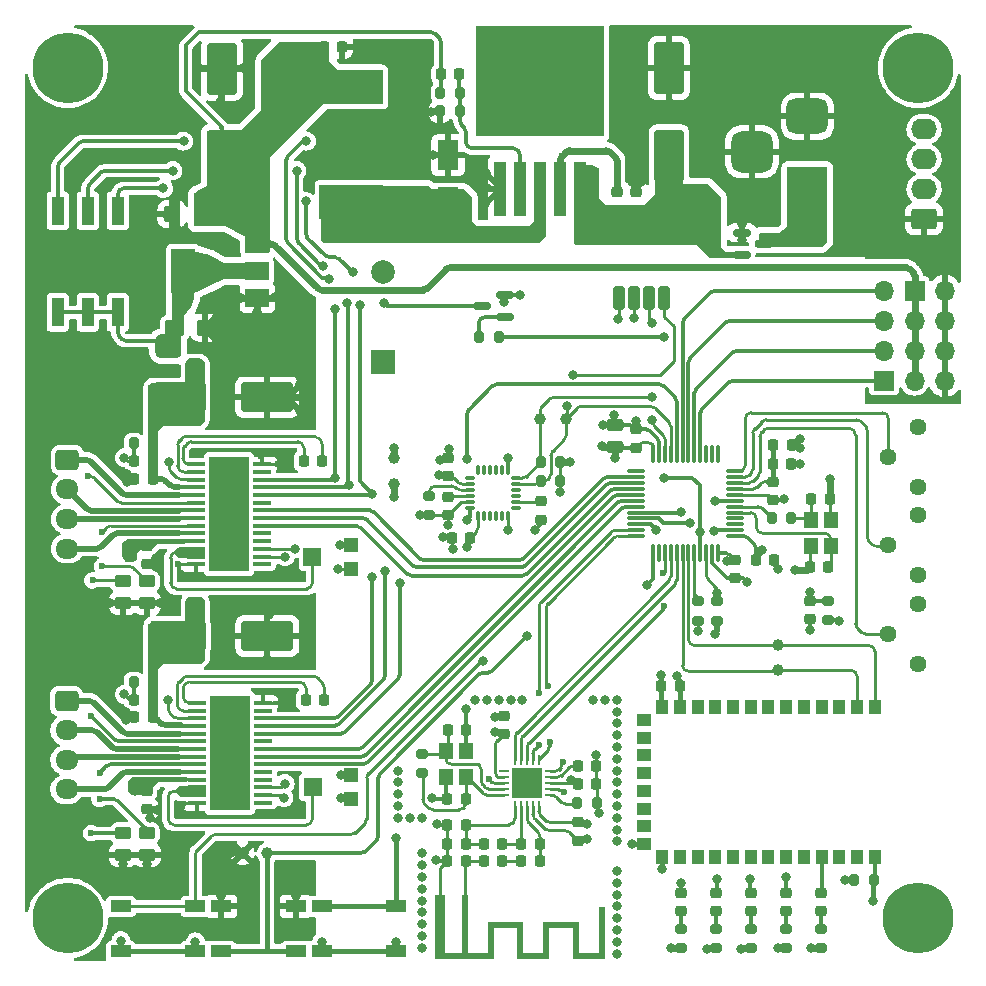
<source format=gbr>
%TF.GenerationSoftware,KiCad,Pcbnew,(6.0.0)*%
%TF.CreationDate,2022-03-02T14:41:02+07:00*%
%TF.ProjectId,balancingRobot_sabaiCode,62616c61-6e63-4696-9e67-526f626f745f,rev?*%
%TF.SameCoordinates,Original*%
%TF.FileFunction,Copper,L1,Top*%
%TF.FilePolarity,Positive*%
%FSLAX46Y46*%
G04 Gerber Fmt 4.6, Leading zero omitted, Abs format (unit mm)*
G04 Created by KiCad (PCBNEW (6.0.0)) date 2022-03-02 14:41:02*
%MOMM*%
%LPD*%
G01*
G04 APERTURE LIST*
G04 Aperture macros list*
%AMRoundRect*
0 Rectangle with rounded corners*
0 $1 Rounding radius*
0 $2 $3 $4 $5 $6 $7 $8 $9 X,Y pos of 4 corners*
0 Add a 4 corners polygon primitive as box body*
4,1,4,$2,$3,$4,$5,$6,$7,$8,$9,$2,$3,0*
0 Add four circle primitives for the rounded corners*
1,1,$1+$1,$2,$3*
1,1,$1+$1,$4,$5*
1,1,$1+$1,$6,$7*
1,1,$1+$1,$8,$9*
0 Add four rect primitives between the rounded corners*
20,1,$1+$1,$2,$3,$4,$5,0*
20,1,$1+$1,$4,$5,$6,$7,0*
20,1,$1+$1,$6,$7,$8,$9,0*
20,1,$1+$1,$8,$9,$2,$3,0*%
G04 Aperture macros list end*
%TA.AperFunction,ComponentPad*%
%ADD10R,1.700000X1.700000*%
%TD*%
%TA.AperFunction,ComponentPad*%
%ADD11O,1.700000X1.700000*%
%TD*%
%TA.AperFunction,SMDPad,CuDef*%
%ADD12RoundRect,0.200000X-0.275000X0.200000X-0.275000X-0.200000X0.275000X-0.200000X0.275000X0.200000X0*%
%TD*%
%TA.AperFunction,SMDPad,CuDef*%
%ADD13RoundRect,0.200000X-0.200000X-0.275000X0.200000X-0.275000X0.200000X0.275000X-0.200000X0.275000X0*%
%TD*%
%TA.AperFunction,SMDPad,CuDef*%
%ADD14RoundRect,0.225000X0.250000X-0.225000X0.250000X0.225000X-0.250000X0.225000X-0.250000X-0.225000X0*%
%TD*%
%TA.AperFunction,SMDPad,CuDef*%
%ADD15R,1.700000X1.000000*%
%TD*%
%TA.AperFunction,SMDPad,CuDef*%
%ADD16RoundRect,0.250000X1.000000X-1.950000X1.000000X1.950000X-1.000000X1.950000X-1.000000X-1.950000X0*%
%TD*%
%TA.AperFunction,SMDPad,CuDef*%
%ADD17R,2.000000X1.500000*%
%TD*%
%TA.AperFunction,SMDPad,CuDef*%
%ADD18R,2.000000X3.800000*%
%TD*%
%TA.AperFunction,SMDPad,CuDef*%
%ADD19RoundRect,0.225000X-0.225000X-0.250000X0.225000X-0.250000X0.225000X0.250000X-0.225000X0.250000X0*%
%TD*%
%TA.AperFunction,SMDPad,CuDef*%
%ADD20RoundRect,0.218750X0.256250X-0.218750X0.256250X0.218750X-0.256250X0.218750X-0.256250X-0.218750X0*%
%TD*%
%TA.AperFunction,SMDPad,CuDef*%
%ADD21RoundRect,0.075000X-0.075000X0.350000X-0.075000X-0.350000X0.075000X-0.350000X0.075000X0.350000X0*%
%TD*%
%TA.AperFunction,SMDPad,CuDef*%
%ADD22RoundRect,0.075000X-0.350000X-0.075000X0.350000X-0.075000X0.350000X0.075000X-0.350000X0.075000X0*%
%TD*%
%TA.AperFunction,SMDPad,CuDef*%
%ADD23RoundRect,0.250000X0.475000X-0.250000X0.475000X0.250000X-0.475000X0.250000X-0.475000X-0.250000X0*%
%TD*%
%TA.AperFunction,SMDPad,CuDef*%
%ADD24RoundRect,0.250000X-0.450000X-0.425000X0.450000X-0.425000X0.450000X0.425000X-0.450000X0.425000X0*%
%TD*%
%TA.AperFunction,SMDPad,CuDef*%
%ADD25RoundRect,0.225000X0.225000X0.250000X-0.225000X0.250000X-0.225000X-0.250000X0.225000X-0.250000X0*%
%TD*%
%TA.AperFunction,SMDPad,CuDef*%
%ADD26R,1.000000X1.300000*%
%TD*%
%TA.AperFunction,SMDPad,CuDef*%
%ADD27R,1.300000X1.000000*%
%TD*%
%TA.AperFunction,SMDPad,CuDef*%
%ADD28RoundRect,0.218750X-0.218750X-0.256250X0.218750X-0.256250X0.218750X0.256250X-0.218750X0.256250X0*%
%TD*%
%TA.AperFunction,ComponentPad*%
%ADD29RoundRect,0.250000X0.845000X-0.620000X0.845000X0.620000X-0.845000X0.620000X-0.845000X-0.620000X0*%
%TD*%
%TA.AperFunction,ComponentPad*%
%ADD30O,2.190000X1.740000*%
%TD*%
%TA.AperFunction,SMDPad,CuDef*%
%ADD31R,1.600000X0.300000*%
%TD*%
%TA.AperFunction,SMDPad,CuDef*%
%ADD32R,3.400000X9.700000*%
%TD*%
%TA.AperFunction,ComponentPad*%
%ADD33C,0.500000*%
%TD*%
%TA.AperFunction,SMDPad,CuDef*%
%ADD34RoundRect,0.200000X0.200000X0.275000X-0.200000X0.275000X-0.200000X-0.275000X0.200000X-0.275000X0*%
%TD*%
%TA.AperFunction,SMDPad,CuDef*%
%ADD35R,1.800000X2.500000*%
%TD*%
%TA.AperFunction,SMDPad,CuDef*%
%ADD36R,1.100000X4.600000*%
%TD*%
%TA.AperFunction,SMDPad,CuDef*%
%ADD37R,10.800000X9.400000*%
%TD*%
%TA.AperFunction,SMDPad,CuDef*%
%ADD38RoundRect,0.225000X-0.250000X0.225000X-0.250000X-0.225000X0.250000X-0.225000X0.250000X0.225000X0*%
%TD*%
%TA.AperFunction,ComponentPad*%
%ADD39C,6.000000*%
%TD*%
%TA.AperFunction,ComponentPad*%
%ADD40C,0.800000*%
%TD*%
%TA.AperFunction,SMDPad,CuDef*%
%ADD41C,1.000000*%
%TD*%
%TA.AperFunction,ConnectorPad*%
%ADD42R,0.500000X0.500000*%
%TD*%
%TA.AperFunction,ComponentPad*%
%ADD43R,0.900000X0.500000*%
%TD*%
%TA.AperFunction,SMDPad,CuDef*%
%ADD44RoundRect,0.218750X0.218750X0.256250X-0.218750X0.256250X-0.218750X-0.256250X0.218750X-0.256250X0*%
%TD*%
%TA.AperFunction,SMDPad,CuDef*%
%ADD45RoundRect,0.250000X-1.950000X-1.000000X1.950000X-1.000000X1.950000X1.000000X-1.950000X1.000000X0*%
%TD*%
%TA.AperFunction,SMDPad,CuDef*%
%ADD46RoundRect,0.150000X-0.587500X-0.150000X0.587500X-0.150000X0.587500X0.150000X-0.587500X0.150000X0*%
%TD*%
%TA.AperFunction,ComponentPad*%
%ADD47C,1.440000*%
%TD*%
%TA.AperFunction,SMDPad,CuDef*%
%ADD48R,1.200000X1.200000*%
%TD*%
%TA.AperFunction,SMDPad,CuDef*%
%ADD49R,1.500000X1.600000*%
%TD*%
%TA.AperFunction,ComponentPad*%
%ADD50R,2.000000X2.000000*%
%TD*%
%TA.AperFunction,ComponentPad*%
%ADD51C,2.000000*%
%TD*%
%TA.AperFunction,ComponentPad*%
%ADD52RoundRect,0.250000X-0.725000X0.600000X-0.725000X-0.600000X0.725000X-0.600000X0.725000X0.600000X0*%
%TD*%
%TA.AperFunction,ComponentPad*%
%ADD53O,1.950000X1.700000*%
%TD*%
%TA.AperFunction,SMDPad,CuDef*%
%ADD54RoundRect,0.200000X0.275000X-0.200000X0.275000X0.200000X-0.275000X0.200000X-0.275000X-0.200000X0*%
%TD*%
%TA.AperFunction,ComponentPad*%
%ADD55R,3.500000X3.500000*%
%TD*%
%TA.AperFunction,ComponentPad*%
%ADD56RoundRect,0.750000X-1.000000X0.750000X-1.000000X-0.750000X1.000000X-0.750000X1.000000X0.750000X0*%
%TD*%
%TA.AperFunction,ComponentPad*%
%ADD57RoundRect,0.875000X-0.875000X0.875000X-0.875000X-0.875000X0.875000X-0.875000X0.875000X0.875000X0*%
%TD*%
%TA.AperFunction,SMDPad,CuDef*%
%ADD58RoundRect,0.250000X0.450000X-0.262500X0.450000X0.262500X-0.450000X0.262500X-0.450000X-0.262500X0*%
%TD*%
%TA.AperFunction,SMDPad,CuDef*%
%ADD59RoundRect,0.250000X-0.250000X0.750000X-0.250000X-0.750000X0.250000X-0.750000X0.250000X0.750000X0*%
%TD*%
%TA.AperFunction,SMDPad,CuDef*%
%ADD60R,5.400000X2.900000*%
%TD*%
%TA.AperFunction,SMDPad,CuDef*%
%ADD61R,1.200000X1.400000*%
%TD*%
%TA.AperFunction,SMDPad,CuDef*%
%ADD62RoundRect,0.150000X0.587500X0.150000X-0.587500X0.150000X-0.587500X-0.150000X0.587500X-0.150000X0*%
%TD*%
%TA.AperFunction,SMDPad,CuDef*%
%ADD63RoundRect,0.062500X-0.062500X0.350000X-0.062500X-0.350000X0.062500X-0.350000X0.062500X0.350000X0*%
%TD*%
%TA.AperFunction,SMDPad,CuDef*%
%ADD64RoundRect,0.062500X-0.350000X0.062500X-0.350000X-0.062500X0.350000X-0.062500X0.350000X0.062500X0*%
%TD*%
%TA.AperFunction,SMDPad,CuDef*%
%ADD65R,2.500000X2.500000*%
%TD*%
%TA.AperFunction,SMDPad,CuDef*%
%ADD66RoundRect,0.075000X0.662500X0.075000X-0.662500X0.075000X-0.662500X-0.075000X0.662500X-0.075000X0*%
%TD*%
%TA.AperFunction,SMDPad,CuDef*%
%ADD67RoundRect,0.075000X0.075000X0.662500X-0.075000X0.662500X-0.075000X-0.662500X0.075000X-0.662500X0*%
%TD*%
%TA.AperFunction,SMDPad,CuDef*%
%ADD68RoundRect,0.250000X0.450000X0.425000X-0.450000X0.425000X-0.450000X-0.425000X0.450000X-0.425000X0*%
%TD*%
%TA.AperFunction,SMDPad,CuDef*%
%ADD69R,1.120000X2.440000*%
%TD*%
%TA.AperFunction,ViaPad*%
%ADD70C,0.800000*%
%TD*%
%TA.AperFunction,ViaPad*%
%ADD71C,0.600000*%
%TD*%
%TA.AperFunction,Conductor*%
%ADD72C,0.300000*%
%TD*%
%TA.AperFunction,Conductor*%
%ADD73C,0.600000*%
%TD*%
%TA.AperFunction,Conductor*%
%ADD74C,0.250000*%
%TD*%
%TA.AperFunction,Conductor*%
%ADD75C,0.400000*%
%TD*%
%TA.AperFunction,Conductor*%
%ADD76C,0.500000*%
%TD*%
%TA.AperFunction,Conductor*%
%ADD77C,0.290000*%
%TD*%
G04 APERTURE END LIST*
%TO.C,ANT1*%
G36*
X165975000Y-134050000D02*
G01*
X165975000Y-138950000D01*
X167375000Y-138950000D01*
X167375000Y-134050000D01*
X167875000Y-134050000D01*
X167875000Y-138950000D01*
X169575000Y-138950000D01*
X169575000Y-136310000D01*
X172575000Y-136310000D01*
X172575000Y-138950000D01*
X174275000Y-138950000D01*
X174275000Y-136310000D01*
X177275000Y-136310000D01*
X177275000Y-138950000D01*
X178975000Y-138950000D01*
X178975000Y-135010000D01*
X179475000Y-135010000D01*
X179475000Y-139450000D01*
X176775000Y-139450000D01*
X176775000Y-136810000D01*
X174775000Y-136810000D01*
X174775000Y-139450000D01*
X172075000Y-139450000D01*
X172075000Y-136810000D01*
X170075000Y-136810000D01*
X170075000Y-139450000D01*
X165075000Y-139450000D01*
X165075000Y-134293215D01*
X165377417Y-134293215D01*
X165382153Y-134341622D01*
X165401815Y-134386416D01*
X165436755Y-134423186D01*
X165469647Y-134440092D01*
X165517733Y-134447982D01*
X165567318Y-134441408D01*
X165612628Y-134421313D01*
X165647888Y-134388643D01*
X165664782Y-134356417D01*
X165673222Y-134308158D01*
X165666691Y-134258632D01*
X165646132Y-134213447D01*
X165612489Y-134178213D01*
X165593878Y-134167600D01*
X165548363Y-134154700D01*
X165499844Y-134153957D01*
X165457181Y-134166065D01*
X165449269Y-134170419D01*
X165411326Y-134203203D01*
X165387258Y-134245605D01*
X165377417Y-134293215D01*
X165075000Y-134293215D01*
X165075000Y-134050000D01*
X165975000Y-134050000D01*
G37*
%TD*%
D10*
%TO.P,J5,1,Pin_1*%
%TO.N,+5V*%
X205700000Y-82880000D03*
D11*
%TO.P,J5,2,Pin_2*%
%TO.N,GND*%
X208240000Y-82880000D03*
%TO.P,J5,3,Pin_3*%
%TO.N,+5V*%
X205700000Y-85420000D03*
%TO.P,J5,4,Pin_4*%
%TO.N,GND*%
X208240000Y-85420000D03*
%TO.P,J5,5,Pin_5*%
%TO.N,+5V*%
X205700000Y-87960000D03*
%TO.P,J5,6,Pin_6*%
%TO.N,GND*%
X208240000Y-87960000D03*
%TO.P,J5,7,Pin_7*%
%TO.N,+5V*%
X205700000Y-90500000D03*
%TO.P,J5,8,Pin_8*%
%TO.N,GND*%
X208240000Y-90500000D03*
%TD*%
D12*
%TO.P,R7,1*%
%TO.N,Net-(R7-Pad1)*%
X164600000Y-100250000D03*
%TO.P,R7,2*%
%TO.N,GND*%
X164600000Y-101900000D03*
%TD*%
D13*
%TO.P,R14,1*%
%TO.N,/Stepper Driver/M1_VCP*%
X139575000Y-95800000D03*
%TO.P,R14,2*%
%TO.N,VCC*%
X141225000Y-95800000D03*
%TD*%
D14*
%TO.P,C14,1*%
%TO.N,+3V3*%
X170900000Y-120425000D03*
%TO.P,C14,2*%
%TO.N,GND*%
X170900000Y-118875000D03*
%TD*%
D15*
%TO.P,SW1,1,1*%
%TO.N,PIO11*%
X161800000Y-135000000D03*
X155500000Y-135000000D03*
%TO.P,SW1,2,2*%
%TO.N,+3V3*%
X161800000Y-138800000D03*
X155500000Y-138800000D03*
%TD*%
D16*
%TO.P,C5,1*%
%TO.N,VCC*%
X184890000Y-71430000D03*
%TO.P,C5,2*%
%TO.N,GND*%
X184890000Y-64030000D03*
%TD*%
D17*
%TO.P,U8,1,GND*%
%TO.N,GND*%
X150050000Y-83500000D03*
%TO.P,U8,2,VO*%
%TO.N,+3V3*%
X150050000Y-81200000D03*
D18*
X143750000Y-81200000D03*
D17*
%TO.P,U8,3,VI*%
%TO.N,+5V*%
X150050000Y-78900000D03*
%TD*%
D19*
%TO.P,C27,1*%
%TO.N,/Stepper Driver/M2_VCP*%
X139625000Y-117500000D03*
%TO.P,C27,2*%
%TO.N,VCC*%
X141175000Y-117500000D03*
%TD*%
D20*
%TO.P,D3,1,K*%
%TO.N,Net-(D3-Pad1)*%
X191850000Y-135400000D03*
%TO.P,D3,2,A*%
%TO.N,M2_LED*%
X191850000Y-133825000D03*
%TD*%
D10*
%TO.P,J6,1,Pin_1*%
%TO.N,TIM3_CH1*%
X203100000Y-90480000D03*
D11*
%TO.P,J6,2,Pin_2*%
%TO.N,TIM3_CH2*%
X203100000Y-87940000D03*
%TO.P,J6,3,Pin_3*%
%TO.N,TIM3_CH3*%
X203100000Y-85400000D03*
%TO.P,J6,4,Pin_4*%
%TO.N,TIM3_CH4*%
X203100000Y-82860000D03*
%TD*%
D15*
%TO.P,SW4,1,1*%
%TO.N,+3V3*%
X144800000Y-138800000D03*
X138500000Y-138800000D03*
%TO.P,SW4,2,2*%
%TO.N,BTN*%
X138500000Y-135000000D03*
X144800000Y-135000000D03*
%TD*%
D19*
%TO.P,C13,1*%
%TO.N,+3V3*%
X177175000Y-124675000D03*
%TO.P,C13,2*%
%TO.N,GND*%
X178725000Y-124675000D03*
%TD*%
D21*
%TO.P,U2,1,CLKIN*%
%TO.N,GND*%
X171250000Y-98050000D03*
%TO.P,U2,2*%
%TO.N,N/C*%
X170750000Y-98050000D03*
%TO.P,U2,3*%
X170250000Y-98050000D03*
%TO.P,U2,4*%
X169750000Y-98050000D03*
%TO.P,U2,5*%
X169250000Y-98050000D03*
%TO.P,U2,6,AUX_SDA*%
%TO.N,unconnected-(U2-Pad6)*%
X168750000Y-98050000D03*
D22*
%TO.P,U2,7,AUX_SCL*%
%TO.N,unconnected-(U2-Pad7)*%
X168050000Y-98750000D03*
%TO.P,U2,8,VDDIO*%
%TO.N,+3V3*%
X168050000Y-99250000D03*
%TO.P,U2,9,AD0*%
%TO.N,Net-(R7-Pad1)*%
X168050000Y-99750000D03*
%TO.P,U2,10,REGOUT*%
%TO.N,Net-(C11-Pad2)*%
X168050000Y-100250000D03*
%TO.P,U2,11,FSYNC*%
%TO.N,GND*%
X168050000Y-100750000D03*
%TO.P,U2,12,INT*%
%TO.N,MPU_INT*%
X168050000Y-101250000D03*
D21*
%TO.P,U2,13,VDD*%
%TO.N,+3V3*%
X168750000Y-101950000D03*
%TO.P,U2,14*%
%TO.N,N/C*%
X169250000Y-101950000D03*
%TO.P,U2,15*%
X169750000Y-101950000D03*
%TO.P,U2,16*%
X170250000Y-101950000D03*
%TO.P,U2,17*%
X170750000Y-101950000D03*
%TO.P,U2,18,GND*%
%TO.N,GND*%
X171250000Y-101950000D03*
D22*
%TO.P,U2,19*%
%TO.N,N/C*%
X171950000Y-101250000D03*
%TO.P,U2,20,CPOUT*%
%TO.N,Net-(C12-Pad2)*%
X171950000Y-100750000D03*
%TO.P,U2,21*%
%TO.N,N/C*%
X171950000Y-100250000D03*
%TO.P,U2,22*%
X171950000Y-99750000D03*
%TO.P,U2,23,SCL*%
%TO.N,I2C_SCL*%
X171950000Y-99250000D03*
%TO.P,U2,24,SDA*%
%TO.N,I2C_SDA*%
X171950000Y-98750000D03*
%TD*%
D23*
%TO.P,C1,1*%
%TO.N,+3V3*%
X180300000Y-96100000D03*
%TO.P,C1,2*%
%TO.N,GND*%
X180300000Y-94200000D03*
%TD*%
D20*
%TO.P,D5,1,K*%
%TO.N,Net-(D5-Pad1)*%
X194825000Y-135400000D03*
%TO.P,D5,2,A*%
%TO.N,LED_PC13*%
X194825000Y-133825000D03*
%TD*%
D24*
%TO.P,C39,1*%
%TO.N,+3V3*%
X142900000Y-86000000D03*
%TO.P,C39,2*%
%TO.N,GND*%
X145600000Y-86000000D03*
%TD*%
D12*
%TO.P,R4,1*%
%TO.N,BOOT0*%
X187400000Y-109175000D03*
%TO.P,R4,2*%
%TO.N,+3V3*%
X187400000Y-110825000D03*
%TD*%
D25*
%TO.P,C10,1*%
%TO.N,+3V3*%
X168075000Y-103800000D03*
%TO.P,C10,2*%
%TO.N,GND*%
X166525000Y-103800000D03*
%TD*%
D26*
%TO.P,U4,1,UART-TX*%
%TO.N,UART_RX*%
X202325000Y-118112500D03*
%TO.P,U4,2,UART-RX*%
%TO.N,UART_TX*%
X200825000Y-118112500D03*
%TO.P,U4,3,~{UART-CTS}*%
%TO.N,unconnected-(U4-Pad3)*%
X199325000Y-118112500D03*
%TO.P,U4,4,~{UART-RTS}*%
%TO.N,unconnected-(U4-Pad4)*%
X197825000Y-118112500D03*
%TO.P,U4,5,PCM-CLK*%
%TO.N,unconnected-(U4-Pad5)*%
X196325000Y-118112500D03*
%TO.P,U4,6,PCM-OUT*%
%TO.N,unconnected-(U4-Pad6)*%
X194825000Y-118112500D03*
%TO.P,U4,7,PCM-IN*%
%TO.N,unconnected-(U4-Pad7)*%
X193325000Y-118112500D03*
%TO.P,U4,8,PCN-SYNC*%
%TO.N,unconnected-(U4-Pad8)*%
X191825000Y-118112500D03*
%TO.P,U4,9,AIO[0]*%
%TO.N,unconnected-(U4-Pad9)*%
X190325000Y-118112500D03*
%TO.P,U4,10,AIO[1]*%
%TO.N,unconnected-(U4-Pad10)*%
X188825000Y-118112500D03*
%TO.P,U4,11,~{RESETB}*%
%TO.N,unconnected-(U4-Pad11)*%
X187325000Y-118112500D03*
%TO.P,U4,12,3.3_VCC*%
%TO.N,+3V3*%
X185825000Y-118112500D03*
%TO.P,U4,13,GND*%
%TO.N,GND*%
X184325000Y-118112500D03*
D27*
%TO.P,U4,14*%
%TO.N,N/C*%
X182825000Y-119212500D03*
%TO.P,U4,15,USB_-*%
%TO.N,unconnected-(U4-Pad15)*%
X182825000Y-120712500D03*
%TO.P,U4,16,~{SPI_CSB}*%
%TO.N,unconnected-(U4-Pad16)*%
X182825000Y-122212500D03*
%TO.P,U4,17,SPI_MOSI*%
%TO.N,unconnected-(U4-Pad17)*%
X182825000Y-123712500D03*
%TO.P,U4,18,SPI_MISO*%
%TO.N,unconnected-(U4-Pad18)*%
X182825000Y-125212500D03*
%TO.P,U4,19,SPI_CLK*%
%TO.N,unconnected-(U4-Pad19)*%
X182825000Y-126712500D03*
%TO.P,U4,20,USB_+*%
%TO.N,unconnected-(U4-Pad20)*%
X182825000Y-128212500D03*
%TO.P,U4,21,GND*%
%TO.N,GND*%
X182825000Y-129712500D03*
D26*
%TO.P,U4,22,GND*%
X184325000Y-130812500D03*
%TO.P,U4,23,PIO[0]*%
%TO.N,unconnected-(U4-Pad23)*%
X185825000Y-130812500D03*
%TO.P,U4,24,PIO[1]*%
%TO.N,unconnected-(U4-Pad24)*%
X187325000Y-130812500D03*
%TO.P,U4,25,PIO[2]*%
%TO.N,unconnected-(U4-Pad25)*%
X188825000Y-130812500D03*
%TO.P,U4,26,PIO[3]*%
%TO.N,unconnected-(U4-Pad26)*%
X190325000Y-130812500D03*
%TO.P,U4,27,PIO[4]*%
%TO.N,unconnected-(U4-Pad27)*%
X191825000Y-130812500D03*
%TO.P,U4,28,PIO[5]*%
%TO.N,unconnected-(U4-Pad28)*%
X193325000Y-130812500D03*
%TO.P,U4,29,PIO[6]*%
%TO.N,unconnected-(U4-Pad29)*%
X194825000Y-130812500D03*
%TO.P,U4,30,PIO[7]*%
%TO.N,unconnected-(U4-Pad30)*%
X196325000Y-130812500D03*
%TO.P,U4,31,PIO[8]*%
%TO.N,PIO8*%
X197825000Y-130812500D03*
%TO.P,U4,32,PIO[9]*%
%TO.N,unconnected-(U4-Pad32)*%
X199325000Y-130812500D03*
%TO.P,U4,33,PIO[10]*%
%TO.N,unconnected-(U4-Pad33)*%
X200825000Y-130812500D03*
%TO.P,U4,34,PIO[11]*%
%TO.N,PIO11*%
X202325000Y-130812500D03*
%TD*%
D20*
%TO.P,D2,1,K*%
%TO.N,Net-(D2-Pad1)*%
X188875000Y-135400000D03*
%TO.P,D2,2,A*%
%TO.N,M1_LED*%
X188875000Y-133825000D03*
%TD*%
D28*
%TO.P,L3,1*%
%TO.N,VDD_PA*%
X169212500Y-129675000D03*
%TO.P,L3,2*%
%TO.N,ANT1*%
X170787500Y-129675000D03*
%TD*%
D14*
%TO.P,C12,1*%
%TO.N,GND*%
X174100000Y-102250000D03*
%TO.P,C12,2*%
%TO.N,Net-(C12-Pad2)*%
X174100000Y-100700000D03*
%TD*%
D29*
%TO.P,J7,1,Pin_1*%
%TO.N,GND*%
X206500000Y-76800000D03*
D30*
%TO.P,J7,2,Pin_2*%
%TO.N,SWDIO*%
X206500000Y-74260000D03*
%TO.P,J7,3,Pin_3*%
%TO.N,SWCLK*%
X206500000Y-71720000D03*
%TO.P,J7,4,Pin_4*%
%TO.N,+3V3*%
X206500000Y-69180000D03*
%TD*%
D31*
%TO.P,U6,1,CP1*%
%TO.N,/Stepper Driver/M2_CP1*%
X144925000Y-117775000D03*
%TO.P,U6,2,CP2*%
%TO.N,/Stepper Driver/M2_CP2*%
X144925000Y-118425000D03*
%TO.P,U6,3,VCP*%
%TO.N,/Stepper Driver/M2_VCP*%
X144925000Y-119075000D03*
%TO.P,U6,4,VMA*%
%TO.N,VCC*%
X144925000Y-119725000D03*
%TO.P,U6,5,AOUT1*%
%TO.N,/Stepper Driver/M2_A1*%
X144925000Y-120375000D03*
%TO.P,U6,6,ISENA*%
%TO.N,/Stepper Driver/M2_ISENA*%
X144925000Y-121025000D03*
%TO.P,U6,7,AOUT2*%
%TO.N,/Stepper Driver/M2_A2*%
X144925000Y-121675000D03*
%TO.P,U6,8,BOUT2*%
%TO.N,/Stepper Driver/M2_B2*%
X144925000Y-122325000D03*
%TO.P,U6,9,ISENB*%
%TO.N,/Stepper Driver/M2_ISENB*%
X144925000Y-122975000D03*
%TO.P,U6,10,BOUT1*%
%TO.N,/Stepper Driver/M2_B1*%
X144925000Y-123625000D03*
%TO.P,U6,11,VMB*%
%TO.N,VCC*%
X144925000Y-124275000D03*
%TO.P,U6,12,AVREF*%
%TO.N,/Stepper Driver/M2_AVREF*%
X144925000Y-124925000D03*
%TO.P,U6,13,BVREF*%
X144925000Y-125575000D03*
%TO.P,U6,14,GND*%
%TO.N,GND*%
X144925000Y-126225000D03*
%TO.P,U6,15,V3P3OUT*%
%TO.N,unconnected-(U6-Pad15)*%
X150525000Y-126225000D03*
%TO.P,U6,16,~{NRESET}*%
%TO.N,+3V3*%
X150525000Y-125575000D03*
%TO.P,U6,17,NSLEEP*%
X150525000Y-124925000D03*
%TO.P,U6,18,NFAULT*%
%TO.N,unconnected-(U6-Pad18)*%
X150525000Y-124275000D03*
%TO.P,U6,19,DECAY*%
%TO.N,unconnected-(U6-Pad19)*%
X150525000Y-123625000D03*
%TO.P,U6,20,DIR*%
%TO.N,M2_DIR*%
X150525000Y-122975000D03*
%TO.P,U6,21,NENBL*%
%TO.N,M2_EN*%
X150525000Y-122325000D03*
%TO.P,U6,22,STEP*%
%TO.N,M2_STEP*%
X150525000Y-121675000D03*
%TO.P,U6,23*%
%TO.N,N/C*%
X150525000Y-121025000D03*
%TO.P,U6,24,MODE0*%
%TO.N,M1_MODE0*%
X150525000Y-120375000D03*
%TO.P,U6,25,MODE1*%
%TO.N,M1_MODE1*%
X150525000Y-119725000D03*
%TO.P,U6,26,MODE2*%
%TO.N,M1_MODE2*%
X150525000Y-119075000D03*
%TO.P,U6,27,NHOME*%
%TO.N,unconnected-(U6-Pad27)*%
X150525000Y-118425000D03*
%TO.P,U6,28,GND*%
%TO.N,GND*%
X150525000Y-117775000D03*
D32*
%TO.P,U6,29*%
%TO.N,N/C*%
X147725000Y-122000000D03*
D33*
%TO.P,U6,30*%
X147725000Y-122000000D03*
%TO.P,U6,31*%
X147725000Y-120700000D03*
%TO.P,U6,32*%
X147725000Y-119400000D03*
%TO.P,U6,33*%
X147725000Y-118100000D03*
%TO.P,U6,34*%
X147725000Y-123300000D03*
%TO.P,U6,35*%
X147725000Y-124600000D03*
%TO.P,U6,36*%
X147725000Y-125900000D03*
%TO.P,U6,37*%
X146425000Y-118100000D03*
%TO.P,U6,38*%
X149025000Y-118100000D03*
%TO.P,U6,39*%
X146425000Y-119400000D03*
%TO.P,U6,40*%
X149025000Y-119400000D03*
%TO.P,U6,41*%
X149025000Y-120700000D03*
%TO.P,U6,42*%
X146425000Y-120700000D03*
%TO.P,U6,43*%
X146425000Y-122000000D03*
%TO.P,U6,44*%
X149025000Y-122000000D03*
%TO.P,U6,45*%
X146425000Y-123300000D03*
%TO.P,U6,46*%
X149025000Y-123300000D03*
%TO.P,U6,47*%
X146425000Y-124600000D03*
%TO.P,U6,48*%
X149025000Y-124600000D03*
%TO.P,U6,49*%
X146425000Y-125900000D03*
%TO.P,U6,50*%
X149025000Y-125900000D03*
%TD*%
D14*
%TO.P,C2,1*%
%TO.N,+3V3*%
X182100000Y-96150000D03*
%TO.P,C2,2*%
%TO.N,GND*%
X182100000Y-94600000D03*
%TD*%
D19*
%TO.P,C40,1*%
%TO.N,+5V*%
X155660000Y-62250000D03*
%TO.P,C40,2*%
%TO.N,GND*%
X157210000Y-62250000D03*
%TD*%
D34*
%TO.P,R9,1*%
%TO.N,GND*%
X178775000Y-126275000D03*
%TO.P,R9,2*%
%TO.N,Net-(R9-Pad2)*%
X177125000Y-126275000D03*
%TD*%
D35*
%TO.P,D4,1,K*%
%TO.N,Net-(D4-Pad1)*%
X166200000Y-75400000D03*
%TO.P,D4,2,A*%
%TO.N,GND*%
X166200000Y-71400000D03*
%TD*%
D19*
%TO.P,C18,1*%
%TO.N,/DVDD*%
X177175000Y-123075000D03*
%TO.P,C18,2*%
%TO.N,GND*%
X178725000Y-123075000D03*
%TD*%
D36*
%TO.P,U7,1,GND*%
%TO.N,GND*%
X170600000Y-74275000D03*
%TO.P,U7,2,FB*%
%TO.N,Net-(C42-Pad2)*%
X172300000Y-74275000D03*
%TO.P,U7,3,SW*%
%TO.N,Net-(D4-Pad1)*%
X174000000Y-74275000D03*
%TO.P,U7,4,VC*%
%TO.N,Net-(C37-Pad2)*%
X175700000Y-74275000D03*
%TO.P,U7,5,VIN*%
%TO.N,VCC*%
X177400000Y-74275000D03*
D37*
%TO.P,U7,6*%
%TO.N,N/C*%
X174000000Y-65125000D03*
%TD*%
D38*
%TO.P,C15,1*%
%TO.N,+3V3*%
X177175000Y-127875000D03*
%TO.P,C15,2*%
%TO.N,GND*%
X177175000Y-129425000D03*
%TD*%
D19*
%TO.P,C26,1*%
%TO.N,/Stepper Driver/M2_CP1*%
X154150000Y-117500000D03*
%TO.P,C26,2*%
%TO.N,/Stepper Driver/M2_CP2*%
X155700000Y-117500000D03*
%TD*%
%TO.P,C22,1*%
%TO.N,GND*%
X166125000Y-131175000D03*
%TO.P,C22,2*%
%TO.N,Net-(ANT1-Pad1)*%
X167675000Y-131175000D03*
%TD*%
D39*
%TO.P,H4,1*%
%TO.N,N/C*%
X134000000Y-136000000D03*
D40*
X136250000Y-136000000D03*
X135590990Y-137590990D03*
X132409010Y-137590990D03*
X134000000Y-138250000D03*
X131750000Y-136000000D03*
X134000000Y-133750000D03*
X135590990Y-134409010D03*
X132409010Y-134409010D03*
%TD*%
D41*
%TO.P,TP6,1,1*%
%TO.N,I2C_SDA*%
X174000000Y-93700000D03*
%TD*%
%TO.P,TP8,1,1*%
%TO.N,NRST*%
X150900000Y-130500000D03*
%TD*%
D38*
%TO.P,C31,1*%
%TO.N,VCC*%
X140700000Y-125200000D03*
%TO.P,C31,2*%
%TO.N,GND*%
X140700000Y-126750000D03*
%TD*%
%TO.P,C35,1*%
%TO.N,+3.3VA*%
X193700000Y-99025000D03*
%TO.P,C35,2*%
%TO.N,GND*%
X193700000Y-100575000D03*
%TD*%
D12*
%TO.P,R19,1*%
%TO.N,Net-(D3-Pad1)*%
X191850000Y-136900000D03*
%TO.P,R19,2*%
%TO.N,GND*%
X191850000Y-138550000D03*
%TD*%
D41*
%TO.P,TP7,1,1*%
%TO.N,GND*%
X148800000Y-130500000D03*
%TD*%
D34*
%TO.P,R1,1*%
%TO.N,Net-(C7-Pad1)*%
X195250000Y-102100000D03*
%TO.P,R1,2*%
%TO.N,HSE_OUT*%
X193600000Y-102100000D03*
%TD*%
D14*
%TO.P,C36,1*%
%TO.N,VCC*%
X182090000Y-76070000D03*
%TO.P,C36,2*%
%TO.N,GND*%
X182090000Y-74520000D03*
%TD*%
D25*
%TO.P,C21,1*%
%TO.N,Net-(C21-Pad1)*%
X170775000Y-131175000D03*
%TO.P,C21,2*%
%TO.N,Net-(ANT1-Pad1)*%
X169225000Y-131175000D03*
%TD*%
D38*
%TO.P,C28,1*%
%TO.N,VCC*%
X140700000Y-104450000D03*
%TO.P,C28,2*%
%TO.N,GND*%
X140700000Y-106000000D03*
%TD*%
D42*
%TO.P,ANT1,1,SIG*%
%TO.N,Net-(ANT1-Pad1)*%
X167625000Y-134300000D03*
D43*
%TO.P,ANT1,2,GND*%
%TO.N,GND*%
X165525000Y-134300000D03*
%TD*%
D44*
%TO.P,L2,1*%
%TO.N,ANT2*%
X173975000Y-131175000D03*
%TO.P,L2,2*%
%TO.N,Net-(C21-Pad1)*%
X172400000Y-131175000D03*
%TD*%
D45*
%TO.P,C30,1*%
%TO.N,VCC*%
X143470000Y-91900000D03*
%TO.P,C30,2*%
%TO.N,GND*%
X150870000Y-91900000D03*
%TD*%
D13*
%TO.P,R16,1*%
%TO.N,/Stepper Driver/M2_VCP*%
X139575000Y-116000000D03*
%TO.P,R16,2*%
%TO.N,VCC*%
X141225000Y-116000000D03*
%TD*%
D34*
%TO.P,R22,1*%
%TO.N,Net-(C42-Pad2)*%
X167170000Y-67690000D03*
%TO.P,R22,2*%
%TO.N,GND*%
X165520000Y-67690000D03*
%TD*%
D45*
%TO.P,C33,1*%
%TO.N,VCC*%
X143500000Y-112100000D03*
%TO.P,C33,2*%
%TO.N,GND*%
X150900000Y-112100000D03*
%TD*%
D46*
%TO.P,Q2,1,G*%
%TO.N,GND*%
X191062500Y-77950000D03*
%TO.P,Q2,2,S*%
%TO.N,VCC*%
X191062500Y-79850000D03*
%TO.P,Q2,3,D*%
%TO.N,Net-(J1-Pad1)*%
X192937500Y-78900000D03*
%TD*%
D19*
%TO.P,C24,1*%
%TO.N,/Stepper Driver/M1_CP1*%
X153970000Y-97300000D03*
%TO.P,C24,2*%
%TO.N,/Stepper Driver/M1_CP2*%
X155520000Y-97300000D03*
%TD*%
D20*
%TO.P,D6,1,K*%
%TO.N,Net-(D6-Pad1)*%
X185900000Y-135400000D03*
%TO.P,D6,2,A*%
%TO.N,+3V3*%
X185900000Y-133825000D03*
%TD*%
D47*
%TO.P,RV5,1,1*%
%TO.N,+3V3*%
X206025000Y-94375000D03*
%TO.P,RV5,2,2*%
%TO.N,ADC2*%
X203485000Y-96915000D03*
%TO.P,RV5,3,3*%
%TO.N,GND*%
X206025000Y-99455000D03*
%TD*%
D38*
%TO.P,C3,1*%
%TO.N,+3V3*%
X190500000Y-105650000D03*
%TO.P,C3,2*%
%TO.N,GND*%
X190500000Y-107200000D03*
%TD*%
D48*
%TO.P,RV2,1,1*%
%TO.N,+3V3*%
X157975000Y-125900000D03*
D49*
%TO.P,RV2,2,2*%
%TO.N,/Stepper Driver/M2_AVREF*%
X154725000Y-124900000D03*
D48*
%TO.P,RV2,3,3*%
%TO.N,GND*%
X157975000Y-123900000D03*
%TD*%
D19*
%TO.P,C4,1*%
%TO.N,+3V3*%
X192250000Y-105700000D03*
%TO.P,C4,2*%
%TO.N,GND*%
X193800000Y-105700000D03*
%TD*%
D50*
%TO.P,BZ1,1,-*%
%TO.N,+3V3*%
X160700000Y-88900000D03*
D51*
%TO.P,BZ1,2,+*%
%TO.N,Net-(BZ1-Pad2)*%
X160700000Y-81300000D03*
%TD*%
D52*
%TO.P,J2,1,Pin_1*%
%TO.N,/Stepper Driver/M1_A1*%
X133970000Y-97200000D03*
D53*
%TO.P,J2,2,Pin_2*%
%TO.N,/Stepper Driver/M1_A2*%
X133970000Y-99700000D03*
%TO.P,J2,3,Pin_3*%
%TO.N,/Stepper Driver/M1_B2*%
X133970000Y-102200000D03*
%TO.P,J2,4,Pin_4*%
%TO.N,/Stepper Driver/M1_B1*%
X133970000Y-104700000D03*
%TD*%
D54*
%TO.P,R8,1*%
%TO.N,/XC1*%
X164025000Y-123725000D03*
%TO.P,R8,2*%
%TO.N,/XC2*%
X164025000Y-122075000D03*
%TD*%
D55*
%TO.P,J1,1*%
%TO.N,Net-(J1-Pad1)*%
X196627500Y-74110000D03*
D56*
%TO.P,J1,2*%
%TO.N,GND*%
X196627500Y-68110000D03*
D57*
%TO.P,J1,3*%
X191927500Y-71110000D03*
%TD*%
D12*
%TO.P,R18,1*%
%TO.N,Net-(D2-Pad1)*%
X188875000Y-136900000D03*
%TO.P,R18,2*%
%TO.N,GND*%
X188875000Y-138550000D03*
%TD*%
D19*
%TO.P,C42,1*%
%TO.N,+5V*%
X165600000Y-64550000D03*
%TO.P,C42,2*%
%TO.N,Net-(C42-Pad2)*%
X167150000Y-64550000D03*
%TD*%
D52*
%TO.P,J3,1,Pin_1*%
%TO.N,/Stepper Driver/M2_A1*%
X133900000Y-117600000D03*
D53*
%TO.P,J3,2,Pin_2*%
%TO.N,/Stepper Driver/M2_A2*%
X133900000Y-120100000D03*
%TO.P,J3,3,Pin_3*%
%TO.N,/Stepper Driver/M2_B2*%
X133900000Y-122600000D03*
%TO.P,J3,4,Pin_4*%
%TO.N,/Stepper Driver/M2_B1*%
X133900000Y-125100000D03*
%TD*%
D19*
%TO.P,C25,1*%
%TO.N,/Stepper Driver/M1_VCP*%
X139625000Y-97300000D03*
%TO.P,C25,2*%
%TO.N,VCC*%
X141175000Y-97300000D03*
%TD*%
%TO.P,C19,1*%
%TO.N,GND*%
X166125000Y-128075000D03*
%TO.P,C19,2*%
%TO.N,VDD_PA*%
X167675000Y-128075000D03*
%TD*%
D34*
%TO.P,R3,1*%
%TO.N,TIM16_Buzzer*%
X170500000Y-86750000D03*
%TO.P,R3,2*%
%TO.N,Net-(Q1-Pad1)*%
X168850000Y-86750000D03*
%TD*%
D19*
%TO.P,C23,1*%
%TO.N,GND*%
X184250000Y-116300000D03*
%TO.P,C23,2*%
%TO.N,+3V3*%
X185800000Y-116300000D03*
%TD*%
D41*
%TO.P,TP1,1,1*%
%TO.N,UART_RX*%
X194100000Y-112900000D03*
%TD*%
D58*
%TO.P,R17,1*%
%TO.N,GND*%
X138700000Y-130625000D03*
%TO.P,R17,2*%
%TO.N,/Stepper Driver/M2_ISENA*%
X138700000Y-128800000D03*
%TD*%
D59*
%TO.P,J4,1,Pin_1*%
%TO.N,I2C_SCL*%
X184470000Y-83500000D03*
%TO.P,J4,2,Pin_2*%
%TO.N,I2C_SDA*%
X183200000Y-83500000D03*
%TO.P,J4,3,Pin_3*%
%TO.N,+3V3*%
X181930000Y-83500000D03*
%TO.P,J4,4,Pin_4*%
%TO.N,GND*%
X180660000Y-83500000D03*
%TD*%
D34*
%TO.P,R6,1*%
%TO.N,+3V3*%
X175700000Y-97400000D03*
%TO.P,R6,2*%
%TO.N,I2C_SDA*%
X174050000Y-97400000D03*
%TD*%
D40*
%TO.P,H3,1*%
%TO.N,N/C*%
X207590990Y-137590990D03*
X206000000Y-138250000D03*
X207590990Y-134409010D03*
X204409010Y-137590990D03*
X206000000Y-133750000D03*
X204409010Y-134409010D03*
X208250000Y-136000000D03*
D39*
X206000000Y-136000000D03*
D40*
X203750000Y-136000000D03*
%TD*%
D60*
%TO.P,L5,1*%
%TO.N,Net-(D4-Pad1)*%
X158000000Y-75350000D03*
%TO.P,L5,2*%
%TO.N,+5V*%
X158000000Y-65650000D03*
%TD*%
D14*
%TO.P,C37,1*%
%TO.N,VCC*%
X180480000Y-76060000D03*
%TO.P,C37,2*%
%TO.N,Net-(C37-Pad2)*%
X180480000Y-74510000D03*
%TD*%
D47*
%TO.P,RV4,1,1*%
%TO.N,+3V3*%
X206025000Y-101875000D03*
%TO.P,RV4,2,2*%
%TO.N,ADC1*%
X203485000Y-104415000D03*
%TO.P,RV4,3,3*%
%TO.N,GND*%
X206025000Y-106955000D03*
%TD*%
D41*
%TO.P,TP4,1,1*%
%TO.N,GND*%
X161600000Y-97000000D03*
%TD*%
%TO.P,TP3,1,1*%
%TO.N,UART_TX*%
X194100000Y-115000000D03*
%TD*%
D61*
%TO.P,Y1,1,1*%
%TO.N,HSE_IN*%
X198600000Y-104500000D03*
%TO.P,Y1,2,2*%
%TO.N,GND*%
X198600000Y-102300000D03*
%TO.P,Y1,3,3*%
%TO.N,Net-(C7-Pad1)*%
X196900000Y-102300000D03*
%TO.P,Y1,4,4*%
%TO.N,GND*%
X196900000Y-104500000D03*
%TD*%
%TO.P,Y2,1,1*%
%TO.N,/XC1*%
X167725000Y-124075000D03*
%TO.P,Y2,2,2*%
%TO.N,GND*%
X167725000Y-121875000D03*
%TO.P,Y2,3,3*%
%TO.N,/XC2*%
X166025000Y-121875000D03*
%TO.P,Y2,4,4*%
%TO.N,GND*%
X166025000Y-124075000D03*
%TD*%
D62*
%TO.P,Q1,1,B*%
%TO.N,Net-(Q1-Pad1)*%
X170987500Y-85100000D03*
%TO.P,Q1,2,E*%
%TO.N,GND*%
X170987500Y-83200000D03*
%TO.P,Q1,3,C*%
%TO.N,Net-(BZ1-Pad2)*%
X169112500Y-84150000D03*
%TD*%
D38*
%TO.P,C8,1*%
%TO.N,NRST*%
X196800000Y-109150000D03*
%TO.P,C8,2*%
%TO.N,GND*%
X196800000Y-110700000D03*
%TD*%
D40*
%TO.P,H1,1*%
%TO.N,N/C*%
X134000000Y-61750000D03*
X132409010Y-62409010D03*
X135590990Y-62409010D03*
D39*
X134000000Y-64000000D03*
D40*
X135590990Y-65590990D03*
X134000000Y-66250000D03*
X132409010Y-65590990D03*
X131750000Y-64000000D03*
X136250000Y-64000000D03*
%TD*%
D31*
%TO.P,U5,1,CP1*%
%TO.N,/Stepper Driver/M1_CP1*%
X144852500Y-97575000D03*
%TO.P,U5,2,CP2*%
%TO.N,/Stepper Driver/M1_CP2*%
X144852500Y-98225000D03*
%TO.P,U5,3,VCP*%
%TO.N,/Stepper Driver/M1_VCP*%
X144852500Y-98875000D03*
%TO.P,U5,4,VMA*%
%TO.N,VCC*%
X144852500Y-99525000D03*
%TO.P,U5,5,AOUT1*%
%TO.N,/Stepper Driver/M1_A1*%
X144852500Y-100175000D03*
%TO.P,U5,6,ISENA*%
%TO.N,/Stepper Driver/M1_ISENA*%
X144852500Y-100825000D03*
%TO.P,U5,7,AOUT2*%
%TO.N,/Stepper Driver/M1_A2*%
X144852500Y-101475000D03*
%TO.P,U5,8,BOUT2*%
%TO.N,/Stepper Driver/M1_B2*%
X144852500Y-102125000D03*
%TO.P,U5,9,ISENB*%
%TO.N,/Stepper Driver/M1_ISENB*%
X144852500Y-102775000D03*
%TO.P,U5,10,BOUT1*%
%TO.N,/Stepper Driver/M1_B1*%
X144852500Y-103425000D03*
%TO.P,U5,11,VMB*%
%TO.N,VCC*%
X144852500Y-104075000D03*
%TO.P,U5,12,AVREF*%
%TO.N,/Stepper Driver/M1_AVREF*%
X144852500Y-104725000D03*
%TO.P,U5,13,BVREF*%
X144852500Y-105375000D03*
%TO.P,U5,14,GND*%
%TO.N,GND*%
X144852500Y-106025000D03*
%TO.P,U5,15,V3P3OUT*%
%TO.N,unconnected-(U5-Pad15)*%
X150452500Y-106025000D03*
%TO.P,U5,16,~{NRESET}*%
%TO.N,+3V3*%
X150452500Y-105375000D03*
%TO.P,U5,17,NSLEEP*%
X150452500Y-104725000D03*
%TO.P,U5,18,NFAULT*%
%TO.N,unconnected-(U5-Pad18)*%
X150452500Y-104075000D03*
%TO.P,U5,19,DECAY*%
%TO.N,unconnected-(U5-Pad19)*%
X150452500Y-103425000D03*
%TO.P,U5,20,DIR*%
%TO.N,M1_DIR*%
X150452500Y-102775000D03*
%TO.P,U5,21,NENBL*%
%TO.N,M1_EN*%
X150452500Y-102125000D03*
%TO.P,U5,22,STEP*%
%TO.N,M1_STEP*%
X150452500Y-101475000D03*
%TO.P,U5,23*%
%TO.N,N/C*%
X150452500Y-100825000D03*
%TO.P,U5,24,MODE0*%
%TO.N,M1_MODE0*%
X150452500Y-100175000D03*
%TO.P,U5,25,MODE1*%
%TO.N,M1_MODE1*%
X150452500Y-99525000D03*
%TO.P,U5,26,MODE2*%
%TO.N,M1_MODE2*%
X150452500Y-98875000D03*
%TO.P,U5,27,NHOME*%
%TO.N,unconnected-(U5-Pad27)*%
X150452500Y-98225000D03*
%TO.P,U5,28,GND*%
%TO.N,GND*%
X150452500Y-97575000D03*
D32*
%TO.P,U5,29*%
%TO.N,N/C*%
X147652500Y-101800000D03*
D33*
%TO.P,U5,30*%
X147652500Y-101800000D03*
%TO.P,U5,31*%
X147652500Y-100500000D03*
%TO.P,U5,32*%
X147652500Y-99200000D03*
%TO.P,U5,33*%
X147652500Y-97900000D03*
%TO.P,U5,34*%
X147652500Y-103100000D03*
%TO.P,U5,35*%
X147652500Y-104400000D03*
%TO.P,U5,36*%
X147652500Y-105700000D03*
%TO.P,U5,37*%
X146352500Y-97900000D03*
%TO.P,U5,38*%
X148952500Y-97900000D03*
%TO.P,U5,39*%
X146352500Y-99200000D03*
%TO.P,U5,40*%
X148952500Y-99200000D03*
%TO.P,U5,41*%
X148952500Y-100500000D03*
%TO.P,U5,42*%
X146352500Y-100500000D03*
%TO.P,U5,43*%
X146352500Y-101800000D03*
%TO.P,U5,44*%
X148952500Y-101800000D03*
%TO.P,U5,45*%
X146352500Y-103100000D03*
%TO.P,U5,46*%
X148952500Y-103100000D03*
%TO.P,U5,47*%
X146352500Y-104400000D03*
%TO.P,U5,48*%
X148952500Y-104400000D03*
%TO.P,U5,49*%
X146352500Y-105700000D03*
%TO.P,U5,50*%
X148952500Y-105700000D03*
%TD*%
D63*
%TO.P,U3,1,CE*%
%TO.N,SPI_CE*%
X173875000Y-122637500D03*
%TO.P,U3,2,CSN*%
%TO.N,SPI_CSS*%
X173375000Y-122637500D03*
%TO.P,U3,3,SCK*%
%TO.N,SPI_SCK*%
X172875000Y-122637500D03*
%TO.P,U3,4,MOSI*%
%TO.N,SPI_MOSI*%
X172375000Y-122637500D03*
%TO.P,U3,5,MISO*%
%TO.N,SPI_MISO*%
X171875000Y-122637500D03*
D64*
%TO.P,U3,6,IRQ*%
%TO.N,unconnected-(U3-Pad6)*%
X170937500Y-123575000D03*
%TO.P,U3,7,VDD*%
%TO.N,+3V3*%
X170937500Y-124075000D03*
%TO.P,U3,8,VSS*%
%TO.N,GND*%
X170937500Y-124575000D03*
%TO.P,U3,9,XC2*%
%TO.N,/XC2*%
X170937500Y-125075000D03*
%TO.P,U3,10,XC1*%
%TO.N,/XC1*%
X170937500Y-125575000D03*
D63*
%TO.P,U3,11,VDD_PA*%
%TO.N,VDD_PA*%
X171875000Y-126512500D03*
%TO.P,U3,12,ANT1*%
%TO.N,ANT1*%
X172375000Y-126512500D03*
%TO.P,U3,13,ANT2*%
%TO.N,ANT2*%
X172875000Y-126512500D03*
%TO.P,U3,14,VSS*%
%TO.N,GND*%
X173375000Y-126512500D03*
%TO.P,U3,15,VDD*%
%TO.N,+3V3*%
X173875000Y-126512500D03*
D64*
%TO.P,U3,16,IREF*%
%TO.N,Net-(R9-Pad2)*%
X174812500Y-125575000D03*
%TO.P,U3,17,VSS*%
%TO.N,GND*%
X174812500Y-125075000D03*
%TO.P,U3,18,VDD*%
%TO.N,+3V3*%
X174812500Y-124575000D03*
%TO.P,U3,19,DVDD*%
%TO.N,/DVDD*%
X174812500Y-124075000D03*
%TO.P,U3,20,VSS*%
%TO.N,GND*%
X174812500Y-123575000D03*
D65*
%TO.P,U3,21*%
%TO.N,N/C*%
X172875000Y-124575000D03*
%TD*%
D48*
%TO.P,RV1,1,1*%
%TO.N,+3V3*%
X157970000Y-106400000D03*
D49*
%TO.P,RV1,2,2*%
%TO.N,/Stepper Driver/M1_AVREF*%
X154720000Y-105400000D03*
D48*
%TO.P,RV1,3,3*%
%TO.N,GND*%
X157970000Y-104400000D03*
%TD*%
D14*
%TO.P,C11,1*%
%TO.N,GND*%
X166200000Y-101850000D03*
%TO.P,C11,2*%
%TO.N,Net-(C11-Pad2)*%
X166200000Y-100300000D03*
%TD*%
D58*
%TO.P,R12,1*%
%TO.N,GND*%
X140700000Y-109312500D03*
%TO.P,R12,2*%
%TO.N,/Stepper Driver/M1_ISENB*%
X140700000Y-107487500D03*
%TD*%
D19*
%TO.P,C7,1*%
%TO.N,Net-(C7-Pad1)*%
X196950000Y-100500000D03*
%TO.P,C7,2*%
%TO.N,GND*%
X198500000Y-100500000D03*
%TD*%
D25*
%TO.P,C17,1*%
%TO.N,/XC1*%
X167675000Y-125875000D03*
%TO.P,C17,2*%
%TO.N,GND*%
X166125000Y-125875000D03*
%TD*%
%TO.P,C29,1*%
%TO.N,VCC*%
X141175000Y-98800000D03*
%TO.P,C29,2*%
%TO.N,GND*%
X139625000Y-98800000D03*
%TD*%
D47*
%TO.P,RV3,1,1*%
%TO.N,+3V3*%
X206025000Y-109375000D03*
%TO.P,RV3,2,2*%
%TO.N,ADC0*%
X203485000Y-111915000D03*
%TO.P,RV3,3,3*%
%TO.N,GND*%
X206025000Y-114455000D03*
%TD*%
D25*
%TO.P,C32,1*%
%TO.N,VCC*%
X141175000Y-119000000D03*
%TO.P,C32,2*%
%TO.N,GND*%
X139625000Y-119000000D03*
%TD*%
D66*
%TO.P,U1,1,VBAT*%
%TO.N,+3V3*%
X190462500Y-103650000D03*
%TO.P,U1,2,PC13*%
%TO.N,LED_PC13*%
X190462500Y-103150000D03*
%TO.P,U1,3,PC14*%
%TO.N,unconnected-(U1-Pad3)*%
X190462500Y-102650000D03*
%TO.P,U1,4,PC15*%
%TO.N,unconnected-(U1-Pad4)*%
X190462500Y-102150000D03*
%TO.P,U1,5,PF0*%
%TO.N,HSE_IN*%
X190462500Y-101650000D03*
%TO.P,U1,6,PF1*%
%TO.N,HSE_OUT*%
X190462500Y-101150000D03*
%TO.P,U1,7,NRST*%
%TO.N,NRST*%
X190462500Y-100650000D03*
%TO.P,U1,8,VSSA*%
%TO.N,GND*%
X190462500Y-100150000D03*
%TO.P,U1,9,VDDA*%
%TO.N,+3.3VA*%
X190462500Y-99650000D03*
%TO.P,U1,10,PA0*%
%TO.N,ADC0*%
X190462500Y-99150000D03*
%TO.P,U1,11,PA1*%
%TO.N,ADC1*%
X190462500Y-98650000D03*
%TO.P,U1,12,PA2*%
%TO.N,ADC2*%
X190462500Y-98150000D03*
D67*
%TO.P,U1,13,PA3*%
%TO.N,unconnected-(U1-Pad13)*%
X189050000Y-96737500D03*
%TO.P,U1,14,PA4*%
%TO.N,unconnected-(U1-Pad14)*%
X188550000Y-96737500D03*
%TO.P,U1,15,PA5*%
%TO.N,unconnected-(U1-Pad15)*%
X188050000Y-96737500D03*
%TO.P,U1,16,PA6*%
%TO.N,TIM3_CH1*%
X187550000Y-96737500D03*
%TO.P,U1,17,PA7*%
%TO.N,TIM3_CH2*%
X187050000Y-96737500D03*
%TO.P,U1,18,PB0*%
%TO.N,TIM3_CH3*%
X186550000Y-96737500D03*
%TO.P,U1,19,PB1*%
%TO.N,TIM3_CH4*%
X186050000Y-96737500D03*
%TO.P,U1,20,PB2*%
%TO.N,MPU_INT*%
X185550000Y-96737500D03*
%TO.P,U1,21,PB10*%
%TO.N,I2C_SCL*%
X185050000Y-96737500D03*
%TO.P,U1,22,PB11*%
%TO.N,I2C_SDA*%
X184550000Y-96737500D03*
%TO.P,U1,23,VSS*%
%TO.N,GND*%
X184050000Y-96737500D03*
%TO.P,U1,24,VDD*%
%TO.N,+3V3*%
X183550000Y-96737500D03*
D66*
%TO.P,U1,25,PB12*%
%TO.N,unconnected-(U1-Pad25)*%
X182137500Y-98150000D03*
%TO.P,U1,26,PB13*%
%TO.N,M1_STEP*%
X182137500Y-98650000D03*
%TO.P,U1,27,PB14*%
%TO.N,M1_EN*%
X182137500Y-99150000D03*
%TO.P,U1,28,PB15*%
%TO.N,M1_DIR*%
X182137500Y-99650000D03*
%TO.P,U1,29,PA8*%
%TO.N,M2_STEP*%
X182137500Y-100150000D03*
%TO.P,U1,30,PA9*%
%TO.N,M2_EN*%
X182137500Y-100650000D03*
%TO.P,U1,31,PA10*%
%TO.N,M2_DIR*%
X182137500Y-101150000D03*
%TO.P,U1,32,PA11*%
%TO.N,M1_LED*%
X182137500Y-101650000D03*
%TO.P,U1,33,PA12*%
%TO.N,M2_LED*%
X182137500Y-102150000D03*
%TO.P,U1,34,PA13*%
%TO.N,SWDIO*%
X182137500Y-102650000D03*
%TO.P,U1,35,PF6*%
%TO.N,SPI_CSS*%
X182137500Y-103150000D03*
%TO.P,U1,36,PF7*%
%TO.N,SPI_CE*%
X182137500Y-103650000D03*
D67*
%TO.P,U1,37,PA14*%
%TO.N,SWCLK*%
X183550000Y-105062500D03*
%TO.P,U1,38,PA15*%
%TO.N,unconnected-(U1-Pad38)*%
X184050000Y-105062500D03*
%TO.P,U1,39,PB3*%
%TO.N,SPI_SCK*%
X184550000Y-105062500D03*
%TO.P,U1,40,PB4*%
%TO.N,SPI_MISO*%
X185050000Y-105062500D03*
%TO.P,U1,41,PB5*%
%TO.N,SPI_MOSI*%
X185550000Y-105062500D03*
%TO.P,U1,42,PB6*%
%TO.N,UART_TX*%
X186050000Y-105062500D03*
%TO.P,U1,43,PB7*%
%TO.N,UART_RX*%
X186550000Y-105062500D03*
%TO.P,U1,44,BOOT0*%
%TO.N,BOOT0*%
X187050000Y-105062500D03*
%TO.P,U1,45,PB8*%
%TO.N,TIM16_Buzzer*%
X187550000Y-105062500D03*
%TO.P,U1,46,PB9*%
%TO.N,BTN*%
X188050000Y-105062500D03*
%TO.P,U1,47,VSS*%
%TO.N,GND*%
X188550000Y-105062500D03*
%TO.P,U1,48,VDD*%
%TO.N,+3V3*%
X189050000Y-105062500D03*
%TD*%
D54*
%TO.P,R2,1*%
%TO.N,+3V3*%
X198400000Y-110750000D03*
%TO.P,R2,2*%
%TO.N,NRST*%
X198400000Y-109100000D03*
%TD*%
D38*
%TO.P,C9,1*%
%TO.N,GND*%
X166200000Y-97050000D03*
%TO.P,C9,2*%
%TO.N,+3V3*%
X166200000Y-98600000D03*
%TD*%
D41*
%TO.P,TP5,1,1*%
%TO.N,I2C_SCL*%
X176200000Y-93700000D03*
%TD*%
D12*
%TO.P,R24,1*%
%TO.N,Net-(D6-Pad1)*%
X185900000Y-136900000D03*
%TO.P,R24,2*%
%TO.N,GND*%
X185900000Y-138550000D03*
%TD*%
%TO.P,R11,1*%
%TO.N,Net-(D1-Pad1)*%
X197800000Y-136900000D03*
%TO.P,R11,2*%
%TO.N,GND*%
X197800000Y-138550000D03*
%TD*%
D68*
%TO.P,C38,1*%
%TO.N,+5V*%
X145500000Y-76400000D03*
%TO.P,C38,2*%
%TO.N,GND*%
X142800000Y-76400000D03*
%TD*%
D13*
%TO.P,R10,1*%
%TO.N,GND*%
X200575000Y-132800000D03*
%TO.P,R10,2*%
%TO.N,PIO11*%
X202225000Y-132800000D03*
%TD*%
D25*
%TO.P,C6,1*%
%TO.N,HSE_IN*%
X198350000Y-106300000D03*
%TO.P,C6,2*%
%TO.N,GND*%
X196800000Y-106300000D03*
%TD*%
D19*
%TO.P,C16,1*%
%TO.N,/XC2*%
X166175000Y-120075000D03*
%TO.P,C16,2*%
%TO.N,GND*%
X167725000Y-120075000D03*
%TD*%
D44*
%TO.P,L4,1*%
%TO.N,+3V3*%
X195287500Y-95900000D03*
%TO.P,L4,2*%
%TO.N,+3.3VA*%
X193712500Y-95900000D03*
%TD*%
D19*
%TO.P,C34,1*%
%TO.N,+3.3VA*%
X193712500Y-97500000D03*
%TO.P,C34,2*%
%TO.N,GND*%
X195262500Y-97500000D03*
%TD*%
D20*
%TO.P,D1,1,K*%
%TO.N,Net-(D1-Pad1)*%
X197800000Y-135400000D03*
%TO.P,D1,2,A*%
%TO.N,PIO8*%
X197800000Y-133825000D03*
%TD*%
D58*
%TO.P,R15,1*%
%TO.N,GND*%
X140700000Y-130625000D03*
%TO.P,R15,2*%
%TO.N,/Stepper Driver/M2_ISENB*%
X140700000Y-128800000D03*
%TD*%
D13*
%TO.P,R5,1*%
%TO.N,I2C_SCL*%
X174050000Y-99000000D03*
%TO.P,R5,2*%
%TO.N,+3V3*%
X175700000Y-99000000D03*
%TD*%
D69*
%TO.P,SW2,1*%
%TO.N,M1_MODE0*%
X138240000Y-76095000D03*
%TO.P,SW2,2*%
%TO.N,M1_MODE1*%
X135700000Y-76095000D03*
%TO.P,SW2,3*%
%TO.N,M1_MODE2*%
X133160000Y-76095000D03*
%TO.P,SW2,4*%
%TO.N,+3V3*%
X133160000Y-84705000D03*
%TO.P,SW2,5*%
X135700000Y-84705000D03*
%TO.P,SW2,6*%
X138240000Y-84705000D03*
%TD*%
D44*
%TO.P,L1,1*%
%TO.N,ANT2*%
X173975000Y-129675000D03*
%TO.P,L1,2*%
%TO.N,ANT1*%
X172400000Y-129675000D03*
%TD*%
D41*
%TO.P,TP2,1,1*%
%TO.N,+3V3*%
X161600000Y-99200000D03*
%TD*%
D58*
%TO.P,R13,1*%
%TO.N,GND*%
X138700000Y-109312500D03*
%TO.P,R13,2*%
%TO.N,/Stepper Driver/M1_ISENA*%
X138700000Y-107487500D03*
%TD*%
D13*
%TO.P,R21,1*%
%TO.N,+5V*%
X165540000Y-66120000D03*
%TO.P,R21,2*%
%TO.N,Net-(C42-Pad2)*%
X167190000Y-66120000D03*
%TD*%
D12*
%TO.P,R20,1*%
%TO.N,BTN*%
X189000000Y-109175000D03*
%TO.P,R20,2*%
%TO.N,GND*%
X189000000Y-110825000D03*
%TD*%
D16*
%TO.P,C41,1*%
%TO.N,+5V*%
X147050000Y-71470000D03*
%TO.P,C41,2*%
%TO.N,GND*%
X147050000Y-64070000D03*
%TD*%
D12*
%TO.P,R23,1*%
%TO.N,Net-(D5-Pad1)*%
X194825000Y-136900000D03*
%TO.P,R23,2*%
%TO.N,GND*%
X194825000Y-138550000D03*
%TD*%
D19*
%TO.P,C20,1*%
%TO.N,GND*%
X166125000Y-129675000D03*
%TO.P,C20,2*%
%TO.N,VDD_PA*%
X167675000Y-129675000D03*
%TD*%
D15*
%TO.P,SW5,1,1*%
%TO.N,GND*%
X147000000Y-135000000D03*
X153300000Y-135000000D03*
%TO.P,SW5,2,2*%
%TO.N,NRST*%
X147000000Y-138800000D03*
X153300000Y-138800000D03*
%TD*%
D40*
%TO.P,H2,1*%
%TO.N,N/C*%
X207590990Y-62409010D03*
D39*
X206000000Y-64000000D03*
D40*
X203750000Y-64000000D03*
X206000000Y-66250000D03*
X204409010Y-65590990D03*
X206000000Y-61750000D03*
X207590990Y-65590990D03*
X204409010Y-62409010D03*
X208250000Y-64000000D03*
%TD*%
D70*
%TO.N,+3V3*%
X167800000Y-104600000D03*
X192800000Y-104800000D03*
X141850000Y-87100000D03*
X196000000Y-95400000D03*
X180300000Y-97000000D03*
X156900000Y-106400000D03*
X152400000Y-124600000D03*
X157100000Y-125800000D03*
X176600000Y-124300000D03*
X177930000Y-128050000D03*
X187400000Y-111700000D03*
X155500000Y-138000000D03*
X176500000Y-97400000D03*
X141850000Y-88000000D03*
X138500000Y-137900000D03*
X152300000Y-125800000D03*
X189850000Y-105750000D03*
X161600000Y-100350000D03*
X170200000Y-120200000D03*
X181900000Y-85200000D03*
X153200000Y-104700000D03*
X142800000Y-88000000D03*
X185900000Y-133000000D03*
X175700000Y-99900000D03*
X144800000Y-138000000D03*
X185600000Y-115500000D03*
X179200000Y-96050000D03*
X161800000Y-138050000D03*
X165400000Y-98500000D03*
X152400000Y-105400000D03*
X142800000Y-87100000D03*
X199300000Y-110800000D03*
X196000000Y-96200000D03*
%TO.N,Net-(BZ1-Pad2)*%
X160800000Y-83900000D03*
%TO.N,GND*%
X188100000Y-138600000D03*
X164000000Y-134500000D03*
X134000000Y-111000000D03*
X154250000Y-84500000D03*
X194100000Y-138500000D03*
X147800000Y-130500000D03*
X196800000Y-111600000D03*
X146900000Y-66900000D03*
X164000000Y-135500000D03*
X192000000Y-67000000D03*
X167700000Y-118300000D03*
X163100000Y-65500000D03*
X169500000Y-117500000D03*
X171300000Y-97000000D03*
X185000000Y-61000000D03*
X180500000Y-126500000D03*
X177990000Y-129310000D03*
X165200000Y-131100000D03*
X163800000Y-101900000D03*
X151050000Y-110350000D03*
X131000000Y-91000000D03*
X150000000Y-87500000D03*
X189000000Y-64000000D03*
X150000000Y-89000000D03*
X152300000Y-117500000D03*
X188790000Y-111910000D03*
X136000000Y-132000000D03*
X180600000Y-85300000D03*
X196900000Y-138550000D03*
X195000000Y-64000000D03*
X141500000Y-106300000D03*
X161000000Y-62200000D03*
D71*
X143324500Y-106000000D03*
D70*
X198500000Y-98850000D03*
X161600000Y-96150000D03*
X185000000Y-67000000D03*
X157100000Y-123900000D03*
X131000000Y-71000000D03*
X141550000Y-126850000D03*
X201000000Y-61000000D03*
X138700000Y-131450000D03*
X194600000Y-100500000D03*
X138900000Y-91000000D03*
X153890000Y-111930000D03*
X181800000Y-129700000D03*
X138950000Y-119250000D03*
X133000000Y-69000000D03*
X131000000Y-69000000D03*
X151550000Y-83400000D03*
X131000000Y-93000000D03*
X145100000Y-64000000D03*
X137000000Y-113000000D03*
X182790000Y-63980000D03*
X169360000Y-75550000D03*
X158100000Y-70500000D03*
X164000000Y-130500000D03*
X142400000Y-76450000D03*
X135000000Y-91000000D03*
X147000000Y-134100000D03*
X150000000Y-86000000D03*
X134000000Y-109000000D03*
X139000000Y-89000000D03*
X139000000Y-93000000D03*
X198000000Y-61000000D03*
X153700000Y-90800000D03*
X162000000Y-124500000D03*
X191500000Y-107500000D03*
X201000000Y-67000000D03*
X173600000Y-103100000D03*
X143000000Y-130000000D03*
X138000000Y-133000000D03*
D71*
X150400000Y-96900000D03*
D70*
X164000000Y-137500000D03*
X189000000Y-67000000D03*
X154250000Y-87500000D03*
X170950000Y-83850000D03*
D71*
X151800000Y-97500000D03*
D70*
X143000000Y-133000000D03*
X180500000Y-129500000D03*
X148800000Y-64000000D03*
X135000000Y-93000000D03*
X201000000Y-70000000D03*
X180500000Y-125500000D03*
X141000000Y-127550000D03*
X166200000Y-102700000D03*
D71*
X169630000Y-124250000D03*
D70*
X150050000Y-84700000D03*
X180500000Y-123500000D03*
X146600000Y-85000000D03*
X141000000Y-67000000D03*
X164730000Y-67700000D03*
X189000000Y-61000000D03*
D71*
X176000000Y-125300000D03*
D70*
X172300000Y-83250000D03*
X180500000Y-136000000D03*
X180500000Y-132000000D03*
X164000000Y-133500000D03*
X157040000Y-104410000D03*
X131000000Y-109000000D03*
X138000000Y-64000000D03*
X182100000Y-93900000D03*
X191080000Y-78600000D03*
X166600000Y-104700000D03*
X192000000Y-61000000D03*
D71*
X175900000Y-122800000D03*
D70*
X187400000Y-63990000D03*
X163100000Y-62200000D03*
X198000000Y-64000000D03*
X178720000Y-122150000D03*
X152250000Y-89000000D03*
X184200000Y-115400000D03*
X170500000Y-117500000D03*
X160900000Y-70600000D03*
X163100000Y-63900000D03*
X163600000Y-67700000D03*
X141000000Y-64000000D03*
X164000000Y-132500000D03*
X162000000Y-123500000D03*
X141850000Y-109300000D03*
X131000000Y-111000000D03*
X181000000Y-64000000D03*
X154250000Y-86000000D03*
X180500000Y-137000000D03*
X165290000Y-128050000D03*
X163800000Y-71400000D03*
X131000000Y-67000000D03*
X162000000Y-127500000D03*
X185100000Y-138550000D03*
X180500000Y-135000000D03*
X192000000Y-64000000D03*
X168500000Y-117500000D03*
X195600000Y-106500000D03*
X191000000Y-138600000D03*
X180500000Y-119500000D03*
X196000000Y-97500000D03*
X164000000Y-136500000D03*
X180500000Y-127500000D03*
X172500000Y-117500000D03*
X153000000Y-83500000D03*
X131000000Y-132000000D03*
X178970000Y-127070000D03*
X180500000Y-133000000D03*
X180500000Y-120500000D03*
X165500000Y-97200000D03*
X191070000Y-77200000D03*
X153300000Y-134100000D03*
X131000000Y-129000000D03*
X146600000Y-85950000D03*
X143200000Y-75200000D03*
X148650000Y-83500000D03*
X180500000Y-117500000D03*
X180500000Y-118500000D03*
X146600000Y-86900000D03*
X180500000Y-121500000D03*
X165750000Y-103750000D03*
X154100000Y-91950000D03*
X135000000Y-89000000D03*
X140700000Y-131450000D03*
X133000000Y-132000000D03*
X166250000Y-96250000D03*
X143200000Y-77450000D03*
X150910000Y-114090000D03*
X141500000Y-105500000D03*
X181800000Y-73680000D03*
X180500000Y-124500000D03*
X158900000Y-62200000D03*
X164000000Y-131500000D03*
X171500000Y-117500000D03*
X169390000Y-72940000D03*
X181000000Y-67000000D03*
X199800000Y-132800000D03*
X133000000Y-129000000D03*
X171300000Y-103100000D03*
X138950000Y-118500000D03*
X180250000Y-93400000D03*
X164000000Y-127500000D03*
X184300000Y-131800000D03*
X180500000Y-134000000D03*
X180500000Y-139000000D03*
X178500000Y-117500000D03*
X137600000Y-109350000D03*
X164900000Y-71400000D03*
X170200000Y-119000000D03*
X164800000Y-125800000D03*
X154250000Y-89000000D03*
X135750000Y-68500000D03*
X137000000Y-111000000D03*
X181000000Y-61000000D03*
X131000000Y-89000000D03*
X147750000Y-89000000D03*
X162000000Y-126500000D03*
X201000000Y-64000000D03*
X163000000Y-127500000D03*
X141000000Y-61000000D03*
X179500000Y-117500000D03*
X131000000Y-73000000D03*
X138000000Y-67000000D03*
X141000000Y-133000000D03*
X139050000Y-99100000D03*
X134000000Y-113000000D03*
X138000000Y-61000000D03*
X152250000Y-87500000D03*
X169480000Y-74210000D03*
X180500000Y-128500000D03*
X182570000Y-73690000D03*
X162000000Y-125500000D03*
X164000000Y-138500000D03*
X194100000Y-106400000D03*
X195000000Y-61000000D03*
X180500000Y-138000000D03*
X179300000Y-94200000D03*
X152250000Y-86000000D03*
X153650000Y-93050000D03*
X180500000Y-122500000D03*
X131000000Y-113000000D03*
X143500000Y-126700000D03*
X139000000Y-98350000D03*
%TO.N,NRST*%
X196800000Y-108400000D03*
X188800000Y-100700000D03*
X172900000Y-112100000D03*
%TO.N,/Stepper Driver/M1_VCP*%
X138800000Y-97000000D03*
X142575500Y-97400000D03*
%TO.N,VCC*%
X139100000Y-105200000D03*
X145150000Y-114000000D03*
X139150000Y-104400000D03*
X186500000Y-77800000D03*
X140700000Y-124450000D03*
X184500000Y-77800000D03*
X139950000Y-104400000D03*
X144750000Y-110150000D03*
X139650000Y-125200000D03*
X145150000Y-89100000D03*
X187500000Y-77800000D03*
X139650000Y-124450000D03*
X145150000Y-109450000D03*
X144750000Y-89800000D03*
X144400000Y-109450000D03*
X185500000Y-77800000D03*
X145150000Y-93750000D03*
X144400000Y-93750000D03*
X144400000Y-89100000D03*
X144450000Y-114000000D03*
%TO.N,/Stepper Driver/M2_VCP*%
X142525980Y-117500000D03*
X138800000Y-117050000D03*
%TO.N,M1_LED*%
X189000000Y-132700000D03*
X185900000Y-101600000D03*
%TO.N,M2_LED*%
X191800000Y-132700000D03*
X186700000Y-102500000D03*
%TO.N,SWCLK*%
X183000000Y-107800000D03*
%TO.N,SWDIO*%
X183800000Y-103100000D03*
%TO.N,TIM16_Buzzer*%
X184450000Y-86750000D03*
X184450000Y-98700000D03*
X187500000Y-103300000D03*
%TO.N,I2C_SCL*%
X176300000Y-92624500D03*
X176800000Y-90000000D03*
%TO.N,I2C_SDA*%
X183500000Y-91900000D03*
X183500000Y-93800000D03*
X183500000Y-85600000D03*
%TO.N,PIO11*%
X161800000Y-129200000D03*
X202200000Y-134500000D03*
D71*
%TO.N,/Stepper Driver/M1_ISENB*%
X136900000Y-103300000D03*
X136900000Y-106200000D03*
%TO.N,/Stepper Driver/M1_ISENA*%
X136100000Y-107400000D03*
X135750000Y-98550000D03*
%TO.N,/Stepper Driver/M2_ISENB*%
X136700000Y-123700000D03*
X136700000Y-125900000D03*
%TO.N,/Stepper Driver/M2_ISENA*%
X136000000Y-128800000D03*
X136000000Y-118900000D03*
D70*
%TO.N,BTN*%
X169160012Y-114180034D03*
X188970023Y-108429977D03*
%TO.N,M1_MODE0*%
X159800000Y-100100000D03*
X158109594Y-81289670D03*
X162100000Y-107600000D03*
X142100000Y-74200000D03*
X154149500Y-75300000D03*
X158700000Y-84100000D03*
%TO.N,M1_MODE1*%
X153400000Y-72700000D03*
X155629977Y-80770023D03*
X160900000Y-106600000D03*
X157600000Y-83900000D03*
X157800000Y-99300000D03*
X142900000Y-72700000D03*
%TO.N,M1_MODE2*%
X159800000Y-107100000D03*
X154200000Y-70200000D03*
X156600000Y-98700000D03*
X143800000Y-70200000D03*
X156100000Y-81900000D03*
X156600000Y-84400000D03*
%TO.N,LED_PC13*%
X194800000Y-132500000D03*
X188700000Y-103200000D03*
%TO.N,MPU_INT*%
X167800000Y-102300000D03*
X167800000Y-97100000D03*
D71*
%TO.N,SPI_CSS*%
X173900000Y-116900000D03*
X173900000Y-121300000D03*
%TO.N,SPI_CE*%
X174800000Y-121100000D03*
X174700000Y-116300000D03*
%TO.N,SPI_SCK*%
X184500000Y-109600000D03*
X184425500Y-106800000D03*
%TD*%
D72*
%TO.N,+3V3*%
X166200000Y-98600000D02*
X165500000Y-98600000D01*
X180350000Y-96150000D02*
X180300000Y-96100000D01*
D73*
X179250000Y-96100000D02*
X179200000Y-96050000D01*
D72*
X165500000Y-98600000D02*
X165400000Y-98500000D01*
X138240000Y-84705000D02*
X138240000Y-86432893D01*
D74*
X187400000Y-110825000D02*
X187400000Y-111700000D01*
X167928553Y-104471447D02*
X167800000Y-104600000D01*
X183132893Y-95720000D02*
X182737107Y-95720000D01*
D75*
X185800000Y-116300000D02*
X185800000Y-115907107D01*
D74*
X167041409Y-99103553D02*
X166684302Y-98746446D01*
D72*
X141850000Y-87100000D02*
X138907107Y-87100000D01*
D74*
X175700000Y-99000000D02*
X175700000Y-97400000D01*
X153175000Y-104725000D02*
X153200000Y-104700000D01*
D73*
X180300000Y-96100000D02*
X180300000Y-97000000D01*
D74*
X150525000Y-124925000D02*
X152075000Y-124925000D01*
D75*
X144800000Y-138800000D02*
X138500000Y-138800000D01*
D72*
X176975000Y-124675000D02*
X176600000Y-124300000D01*
X157200000Y-125900000D02*
X157100000Y-125800000D01*
X138240000Y-84705000D02*
X135700000Y-84705000D01*
D73*
X190500000Y-105650000D02*
X189950000Y-105650000D01*
D75*
X138500000Y-138800000D02*
X138500000Y-137900000D01*
D72*
X185900000Y-133000000D02*
X185900000Y-133825000D01*
D73*
X161600000Y-99200000D02*
X161600000Y-100350000D01*
X175700000Y-97400000D02*
X176500000Y-97400000D01*
D74*
X166330749Y-98600000D02*
X166200000Y-98600000D01*
X183550000Y-96737500D02*
X183550000Y-95930000D01*
X175700000Y-99000000D02*
X175700000Y-99900000D01*
D72*
X191596447Y-103796447D02*
X192103554Y-104303554D01*
X138553553Y-86953553D02*
X138386446Y-86786446D01*
D74*
X152075000Y-125575000D02*
X152300000Y-125800000D01*
X177547893Y-127875000D02*
X177175000Y-127875000D01*
X157970000Y-106400000D02*
X156900000Y-106400000D01*
D72*
X182100000Y-96150000D02*
X180350000Y-96150000D01*
D73*
X192800000Y-104800000D02*
X192250000Y-105350000D01*
D74*
X152075000Y-124925000D02*
X152400000Y-124600000D01*
X177075000Y-124575000D02*
X177175000Y-124675000D01*
X177175000Y-127875000D02*
X174812107Y-127875000D01*
D75*
X155500000Y-138800000D02*
X161800000Y-138800000D01*
D72*
X177175000Y-124675000D02*
X176975000Y-124675000D01*
D75*
X196000000Y-95400000D02*
X195500000Y-95900000D01*
D74*
X174458553Y-127728553D02*
X174021446Y-127291446D01*
X168603553Y-103271447D02*
X168075000Y-103800000D01*
D72*
X190058947Y-105208947D02*
X190500000Y-105650000D01*
D74*
X168075000Y-103800000D02*
X168075000Y-104117893D01*
X183550000Y-95930000D02*
X183486446Y-95866446D01*
D75*
X185800000Y-116300000D02*
X185800000Y-118087500D01*
D72*
X192250000Y-104657107D02*
X192250000Y-105700000D01*
X199250000Y-110750000D02*
X199300000Y-110800000D01*
D74*
X173875000Y-126937893D02*
X173875000Y-126512500D01*
D72*
X170200000Y-120200000D02*
X170425000Y-120425000D01*
D74*
X182383553Y-95866447D02*
X182100000Y-96150000D01*
D75*
X195500000Y-95900000D02*
X195287500Y-95900000D01*
D74*
X152375000Y-105375000D02*
X152400000Y-105400000D01*
X177930000Y-128050000D02*
X177901446Y-128021446D01*
X170346927Y-120978073D02*
X170900000Y-120425000D01*
D75*
X196000000Y-96200000D02*
X195700000Y-95900000D01*
X144800000Y-138800000D02*
X144800000Y-138000000D01*
D73*
X192250000Y-105350000D02*
X192250000Y-105700000D01*
D72*
X133160000Y-84705000D02*
X135700000Y-84705000D01*
D73*
X161800000Y-138800000D02*
X161800000Y-138050000D01*
D74*
X170937500Y-124075000D02*
X170375000Y-124075000D01*
X168050000Y-99250000D02*
X167394963Y-99250000D01*
X181930000Y-83500000D02*
X181930000Y-85170000D01*
X170375000Y-124075000D02*
X170346926Y-124046926D01*
X174812500Y-124575000D02*
X177075000Y-124575000D01*
D72*
X170425000Y-120425000D02*
X170900000Y-120425000D01*
D73*
X189950000Y-105650000D02*
X189850000Y-105750000D01*
D75*
X185800000Y-118087500D02*
X185825000Y-118112500D01*
D74*
X150452500Y-105375000D02*
X152375000Y-105375000D01*
D72*
X198400000Y-110750000D02*
X199250000Y-110750000D01*
D75*
X185653553Y-115553553D02*
X185600000Y-115500000D01*
D74*
X150452500Y-104725000D02*
X153175000Y-104725000D01*
D72*
X157975000Y-125900000D02*
X157200000Y-125900000D01*
X190462500Y-103650000D02*
X191242893Y-103650000D01*
D73*
X155500000Y-138800000D02*
X155500000Y-138000000D01*
D72*
X189050000Y-105062500D02*
X189705393Y-105062500D01*
D74*
X168750000Y-101950000D02*
X168750000Y-102917893D01*
X170200480Y-123693373D02*
X170200480Y-121331627D01*
X150525000Y-125575000D02*
X152075000Y-125575000D01*
D75*
X195700000Y-95900000D02*
X195287500Y-95900000D01*
D74*
X181930000Y-85170000D02*
X181900000Y-85200000D01*
D73*
X180300000Y-96100000D02*
X179250000Y-96100000D01*
D72*
X190058947Y-105208947D02*
G75*
G03*
X189705393Y-105062500I-353553J-353550D01*
G01*
D74*
X170346926Y-124046926D02*
G75*
G02*
X170200480Y-123693373I353556J353553D01*
G01*
X182383553Y-95866447D02*
G75*
G02*
X182737107Y-95720000I353553J-353550D01*
G01*
D75*
X185800000Y-115907107D02*
G75*
G03*
X185653553Y-115553553I-499997J1D01*
G01*
D74*
X170346927Y-120978073D02*
G75*
G03*
X170200480Y-121331627I353550J-353553D01*
G01*
X183486446Y-95866446D02*
G75*
G03*
X183132893Y-95720000I-353553J-353556D01*
G01*
D72*
X192103554Y-104303554D02*
G75*
G02*
X192250000Y-104657107I-353556J-353553D01*
G01*
D74*
X166684302Y-98746446D02*
G75*
G03*
X166330749Y-98600000I-353553J-353556D01*
G01*
D72*
X138553553Y-86953553D02*
G75*
G03*
X138907107Y-87100000I353553J353550D01*
G01*
D74*
X168075000Y-104117893D02*
G75*
G02*
X167928553Y-104471447I-499997J-1D01*
G01*
X177901446Y-128021446D02*
G75*
G03*
X177547893Y-127875000I-353553J-353556D01*
G01*
D72*
X138240001Y-86432893D02*
G75*
G03*
X138386446Y-86786446I500001J0D01*
G01*
D74*
X167041409Y-99103553D02*
G75*
G03*
X167394963Y-99250000I353553J353550D01*
G01*
X174021446Y-127291446D02*
G75*
G02*
X173875000Y-126937893I353556J353553D01*
G01*
D72*
X191242893Y-103650000D02*
G75*
G02*
X191596447Y-103796447I1J-499997D01*
G01*
D74*
X168603553Y-103271447D02*
G75*
G03*
X168750000Y-102917893I-353550J353553D01*
G01*
X174458553Y-127728553D02*
G75*
G03*
X174812107Y-127875000I353553J353550D01*
G01*
D72*
%TO.N,Net-(BZ1-Pad2)*%
X169112500Y-84150000D02*
X161050000Y-84150000D01*
X161050000Y-84150000D02*
X160800000Y-83900000D01*
%TO.N,GND*%
X191200000Y-107200000D02*
X191500000Y-107500000D01*
D75*
X139450000Y-98800000D02*
X139000000Y-98350000D01*
D76*
X182570000Y-73690000D02*
X182100000Y-74160000D01*
D74*
X175553553Y-125153553D02*
X175475000Y-125075000D01*
D75*
X139450000Y-119000000D02*
X138950000Y-118500000D01*
X141837500Y-109312500D02*
X141850000Y-109300000D01*
D74*
X166125000Y-128075000D02*
X165315000Y-128075000D01*
X166525000Y-103800000D02*
X166525000Y-104625000D01*
X171250000Y-101950000D02*
X171250000Y-103050000D01*
X178725000Y-122155000D02*
X178720000Y-122150000D01*
D76*
X169545000Y-74275000D02*
X169480000Y-74210000D01*
D74*
X176466447Y-128716447D02*
X177175000Y-129425000D01*
X175475000Y-125075000D02*
X174812500Y-125075000D01*
D75*
X139200000Y-119000000D02*
X138950000Y-119250000D01*
D74*
X180660000Y-83500000D02*
X180660000Y-85240000D01*
D72*
X180250000Y-93400000D02*
X180300000Y-93450000D01*
D73*
X145550000Y-86000000D02*
X146450000Y-86900000D01*
D74*
X171250000Y-103050000D02*
X171300000Y-103100000D01*
D72*
X166125000Y-131175000D02*
X165275000Y-131175000D01*
D73*
X150050000Y-83500000D02*
X151450000Y-83500000D01*
D76*
X189000000Y-111700000D02*
X188790000Y-111910000D01*
X170600000Y-74150000D02*
X169390000Y-72940000D01*
D74*
X178775000Y-126667893D02*
X178775000Y-126275000D01*
D76*
X164900000Y-71400000D02*
X166200000Y-71400000D01*
D73*
X161600000Y-97000000D02*
X161600000Y-96150000D01*
D72*
X180300000Y-94200000D02*
X179300000Y-94200000D01*
X180300000Y-93450000D02*
X180300000Y-94200000D01*
D75*
X147000000Y-135000000D02*
X147000000Y-134100000D01*
D72*
X171250000Y-97050000D02*
X171250000Y-98050000D01*
D74*
X166200000Y-101850000D02*
X166200000Y-102700000D01*
D75*
X137637500Y-109312500D02*
X137600000Y-109350000D01*
D73*
X198500000Y-100500000D02*
X198500000Y-98850000D01*
D74*
X174737107Y-128570000D02*
X176112893Y-128570000D01*
D76*
X191062500Y-77950000D02*
X191062500Y-77207500D01*
D74*
X143324500Y-106000000D02*
X143349500Y-106025000D01*
D77*
X165800000Y-103800000D02*
X165750000Y-103750000D01*
D74*
X178725000Y-123075000D02*
X178725000Y-124675000D01*
D73*
X146600000Y-85000000D02*
X146550000Y-85000000D01*
D74*
X178970000Y-127070000D02*
X178921446Y-127021446D01*
D73*
X145200000Y-86000000D02*
X146550000Y-86000000D01*
D72*
X167725000Y-118325000D02*
X167700000Y-118300000D01*
D74*
X194525000Y-100575000D02*
X194600000Y-100500000D01*
D73*
X142450000Y-76400000D02*
X142400000Y-76450000D01*
D74*
X193275000Y-100150000D02*
X193700000Y-100575000D01*
D72*
X170325000Y-118875000D02*
X170200000Y-119000000D01*
D75*
X148800000Y-130500000D02*
X147800000Y-130500000D01*
X139625000Y-98800000D02*
X139450000Y-98800000D01*
D73*
X152600000Y-91900000D02*
X153700000Y-90800000D01*
D76*
X141400000Y-106300000D02*
X141100000Y-106000000D01*
D72*
X157975000Y-123900000D02*
X157100000Y-123900000D01*
X183903553Y-95353553D02*
X183296446Y-94746446D01*
X182100000Y-94600000D02*
X182100000Y-93900000D01*
X174100000Y-102250000D02*
X174100000Y-102600000D01*
D76*
X170600000Y-74275000D02*
X169545000Y-74275000D01*
D75*
X184250000Y-116300000D02*
X184250000Y-118037500D01*
X138700000Y-109312500D02*
X140700000Y-109312500D01*
D76*
X165550000Y-67700000D02*
X164730000Y-67700000D01*
D72*
X167725000Y-120075000D02*
X167725000Y-121875000D01*
D75*
X139350000Y-98800000D02*
X139050000Y-99100000D01*
D73*
X143200000Y-76400000D02*
X142450000Y-76400000D01*
D74*
X178725000Y-123075000D02*
X178725000Y-122155000D01*
D72*
X174100000Y-102600000D02*
X173600000Y-103100000D01*
D73*
X197800000Y-138550000D02*
X196900000Y-138550000D01*
D72*
X182942893Y-94600000D02*
X182100000Y-94600000D01*
D76*
X140700000Y-106000000D02*
X141100000Y-106000000D01*
X182100000Y-73980000D02*
X182100000Y-74500000D01*
D75*
X139625000Y-98800000D02*
X139350000Y-98800000D01*
D76*
X170600000Y-74310000D02*
X169360000Y-75550000D01*
D72*
X180300000Y-94200000D02*
X181492893Y-94200000D01*
D76*
X187400000Y-63990000D02*
X187390000Y-64000000D01*
D74*
X180660000Y-85240000D02*
X180600000Y-85300000D01*
D76*
X170600000Y-74275000D02*
X170600000Y-74310000D01*
X153720000Y-112100000D02*
X153890000Y-111930000D01*
D75*
X184250000Y-118037500D02*
X184325000Y-118112500D01*
D76*
X147000000Y-64000000D02*
X148800000Y-64000000D01*
X181800000Y-73680000D02*
X182100000Y-73980000D01*
D73*
X150870000Y-91900000D02*
X152500000Y-91900000D01*
X194150000Y-138550000D02*
X194100000Y-138500000D01*
X191050000Y-138550000D02*
X191000000Y-138600000D01*
D72*
X166125000Y-125875000D02*
X164875000Y-125875000D01*
D74*
X144925000Y-126225000D02*
X143975000Y-126225000D01*
D72*
X166025000Y-124075000D02*
X166025000Y-125775000D01*
D73*
X150050000Y-83500000D02*
X148650000Y-83500000D01*
X146450000Y-86900000D02*
X146600000Y-86900000D01*
X146600000Y-85000000D02*
X146600000Y-85950000D01*
X195600000Y-106500000D02*
X196600000Y-106500000D01*
D77*
X165525000Y-131775000D02*
X165525000Y-134300000D01*
D74*
X150452500Y-96952500D02*
X150400000Y-96900000D01*
D72*
X170900000Y-118875000D02*
X170325000Y-118875000D01*
X196800000Y-110700000D02*
X196800000Y-111600000D01*
D74*
X166525000Y-104625000D02*
X166600000Y-104700000D01*
D73*
X188150000Y-138550000D02*
X188100000Y-138600000D01*
D76*
X182790000Y-63980000D02*
X184880000Y-63980000D01*
X141500000Y-105600000D02*
X141100000Y-106000000D01*
D72*
X165275000Y-131175000D02*
X165200000Y-131100000D01*
X165650000Y-97050000D02*
X165500000Y-97200000D01*
D76*
X191062500Y-78582500D02*
X191080000Y-78600000D01*
D74*
X198500000Y-100500000D02*
X198500000Y-102200000D01*
D75*
X157970000Y-104400000D02*
X157050000Y-104400000D01*
D74*
X166125000Y-129675000D02*
X166125000Y-128075000D01*
D75*
X140700000Y-130625000D02*
X140700000Y-131450000D01*
X140700000Y-130625000D02*
X138700000Y-130625000D01*
D76*
X147000000Y-64000000D02*
X145100000Y-64000000D01*
D72*
X189849639Y-107200000D02*
X190500000Y-107200000D01*
D75*
X141000000Y-127050000D02*
X141000000Y-127550000D01*
D74*
X143349500Y-106025000D02*
X144852500Y-106025000D01*
D73*
X185900000Y-138550000D02*
X185100000Y-138550000D01*
D74*
X164650000Y-101850000D02*
X164600000Y-101900000D01*
D76*
X187390000Y-64000000D02*
X184900000Y-64000000D01*
D72*
X188550000Y-105900361D02*
X189849639Y-107200000D01*
X184050000Y-96737500D02*
X184050000Y-95707107D01*
D77*
X166125000Y-131175000D02*
X165525000Y-131775000D01*
D72*
X200575000Y-132800000D02*
X199800000Y-132800000D01*
D73*
X196600000Y-106500000D02*
X196800000Y-106300000D01*
X150050000Y-83500000D02*
X150050000Y-84700000D01*
D76*
X150900000Y-112100000D02*
X150900000Y-110500000D01*
D72*
X167725000Y-120075000D02*
X167725000Y-118325000D01*
X171300000Y-97000000D02*
X171250000Y-97050000D01*
D77*
X166200000Y-97050000D02*
X166200000Y-96300000D01*
D75*
X184325000Y-131775000D02*
X184300000Y-131800000D01*
D74*
X178775000Y-126275000D02*
X178775000Y-124725000D01*
D75*
X184325000Y-130812500D02*
X184325000Y-131775000D01*
D72*
X190500000Y-107200000D02*
X191200000Y-107200000D01*
D76*
X150900000Y-112100000D02*
X150900000Y-114080000D01*
D75*
X139625000Y-119000000D02*
X139200000Y-119000000D01*
D72*
X184049520Y-96737020D02*
X184049520Y-95920592D01*
D75*
X139625000Y-119000000D02*
X139450000Y-119000000D01*
D73*
X194825000Y-138550000D02*
X194150000Y-138550000D01*
D74*
X167300000Y-100750000D02*
X166200000Y-101850000D01*
D76*
X141500000Y-105500000D02*
X141500000Y-105600000D01*
D73*
X152500000Y-91900000D02*
X153650000Y-93050000D01*
D77*
X166525000Y-103800000D02*
X165800000Y-103800000D01*
D75*
X184250000Y-116300000D02*
X184250000Y-115450000D01*
X182825000Y-129712500D02*
X181812500Y-129712500D01*
D76*
X147000000Y-66800000D02*
X146900000Y-66900000D01*
D72*
X170987500Y-83200000D02*
X172250000Y-83200000D01*
X166025000Y-125775000D02*
X166125000Y-125875000D01*
D73*
X151450000Y-83500000D02*
X151550000Y-83400000D01*
X143200000Y-76400000D02*
X143200000Y-77450000D01*
D76*
X189000000Y-110825000D02*
X189000000Y-111700000D01*
D74*
X190462500Y-100150000D02*
X193275000Y-100150000D01*
X166200000Y-101850000D02*
X164650000Y-101850000D01*
D72*
X181846447Y-94346447D02*
X182100000Y-94600000D01*
D75*
X141450000Y-126750000D02*
X141550000Y-126850000D01*
D74*
X175571447Y-123428553D02*
X175753554Y-123246446D01*
D73*
X150870000Y-91900000D02*
X152600000Y-91900000D01*
D75*
X181812500Y-129712500D02*
X181800000Y-129700000D01*
D73*
X143200000Y-76400000D02*
X143200000Y-75200000D01*
D74*
X176000000Y-125300000D02*
X175907107Y-125300000D01*
D75*
X140700000Y-109312500D02*
X141837500Y-109312500D01*
D74*
X166125000Y-129675000D02*
X166125000Y-131175000D01*
D72*
X188550000Y-105062500D02*
X188550000Y-105900361D01*
X166200000Y-97050000D02*
X165650000Y-97050000D01*
D76*
X150900000Y-114080000D02*
X150910000Y-114090000D01*
D72*
X170987500Y-83200000D02*
X170987500Y-83812500D01*
D73*
X150870000Y-91900000D02*
X154050000Y-91900000D01*
X146550000Y-85000000D02*
X145550000Y-86000000D01*
D76*
X184880000Y-63980000D02*
X184900000Y-64000000D01*
X191062500Y-77950000D02*
X191062500Y-78582500D01*
D74*
X143975000Y-126225000D02*
X143500000Y-126700000D01*
D75*
X138700000Y-130625000D02*
X138700000Y-131450000D01*
D72*
X170987500Y-83812500D02*
X170950000Y-83850000D01*
D74*
X196800000Y-106300000D02*
X196800000Y-104600000D01*
D76*
X170600000Y-74275000D02*
X170600000Y-74150000D01*
D74*
X173521447Y-127561447D02*
X174383554Y-128423554D01*
X150452500Y-97575000D02*
X150452500Y-96952500D01*
D75*
X157050000Y-104400000D02*
X157040000Y-104410000D01*
D74*
X169808553Y-124428553D02*
X169630000Y-124250000D01*
D73*
X146600000Y-85950000D02*
X146550000Y-86000000D01*
D76*
X150900000Y-110500000D02*
X151050000Y-110350000D01*
D74*
X193700000Y-100575000D02*
X194525000Y-100575000D01*
X178775000Y-124725000D02*
X178725000Y-124675000D01*
X164600000Y-101900000D02*
X163800000Y-101900000D01*
X150452500Y-97575000D02*
X151725000Y-97575000D01*
D76*
X184900000Y-64000000D02*
X184900000Y-61100000D01*
D75*
X140700000Y-126750000D02*
X141000000Y-127050000D01*
D73*
X154050000Y-91900000D02*
X154100000Y-91950000D01*
D74*
X177990000Y-129310000D02*
X177875000Y-129425000D01*
D76*
X184900000Y-64000000D02*
X184900000Y-66900000D01*
D73*
X188875000Y-138550000D02*
X188150000Y-138550000D01*
D72*
X193800000Y-106100000D02*
X194100000Y-106400000D01*
D74*
X150525000Y-117775000D02*
X152025000Y-117775000D01*
D73*
X146550000Y-86000000D02*
X146550000Y-86850000D01*
D77*
X166200000Y-96300000D02*
X166250000Y-96250000D01*
D76*
X182100000Y-74160000D02*
X182100000Y-74500000D01*
D74*
X168050000Y-100750000D02*
X167300000Y-100750000D01*
D72*
X164875000Y-125875000D02*
X164800000Y-125800000D01*
D74*
X196800000Y-104600000D02*
X196900000Y-104500000D01*
D76*
X191062500Y-77207500D02*
X191070000Y-77200000D01*
D74*
X170937500Y-124575000D02*
X170162107Y-124575000D01*
D72*
X193800000Y-105700000D02*
X193800000Y-106100000D01*
D73*
X145200000Y-86000000D02*
X145550000Y-86000000D01*
D74*
X151725000Y-97575000D02*
X151800000Y-97500000D01*
D75*
X140700000Y-126750000D02*
X141450000Y-126750000D01*
D73*
X146550000Y-86850000D02*
X146600000Y-86900000D01*
D75*
X184250000Y-115450000D02*
X184200000Y-115400000D01*
D74*
X175900000Y-122892893D02*
X175900000Y-122800000D01*
D76*
X141500000Y-106300000D02*
X141400000Y-106300000D01*
X150900000Y-112100000D02*
X153720000Y-112100000D01*
D74*
X177875000Y-129425000D02*
X177175000Y-129425000D01*
X195262500Y-97500000D02*
X196000000Y-97500000D01*
D75*
X138700000Y-109312500D02*
X137637500Y-109312500D01*
X153300000Y-135000000D02*
X153300000Y-134100000D01*
D76*
X184900000Y-61100000D02*
X185000000Y-61000000D01*
D73*
X191850000Y-138550000D02*
X191050000Y-138550000D01*
D72*
X184050000Y-96737500D02*
X184049520Y-96737020D01*
D74*
X174812500Y-123575000D02*
X175217893Y-123575000D01*
X152025000Y-117775000D02*
X152300000Y-117500000D01*
D76*
X184900000Y-66900000D02*
X185000000Y-67000000D01*
D74*
X198500000Y-102200000D02*
X198600000Y-102300000D01*
X165315000Y-128075000D02*
X165290000Y-128050000D01*
X173375000Y-126512500D02*
X173375000Y-127207893D01*
D76*
X147000000Y-64000000D02*
X147000000Y-66800000D01*
D72*
X181846447Y-94346447D02*
G75*
G03*
X181492893Y-94200000I-353553J-353550D01*
G01*
X182942893Y-94600001D02*
G75*
G02*
X183296446Y-94746446I0J-500001D01*
G01*
D74*
X175553553Y-125153553D02*
G75*
G03*
X175907107Y-125300000I353553J353550D01*
G01*
X175753554Y-123246446D02*
G75*
G03*
X175900000Y-122892893I-353556J353553D01*
G01*
X176466447Y-128716447D02*
G75*
G03*
X176112893Y-128570000I-353553J-353550D01*
G01*
D72*
X184050000Y-95707107D02*
G75*
G03*
X183903553Y-95353553I-499997J1D01*
G01*
D74*
X178775001Y-126667893D02*
G75*
G03*
X178921446Y-127021446I500001J0D01*
G01*
X169808553Y-124428553D02*
G75*
G03*
X170162107Y-124575000I353553J353550D01*
G01*
X175571447Y-123428553D02*
G75*
G02*
X175217893Y-123575000I-353553J353550D01*
G01*
X174737107Y-128569999D02*
G75*
G02*
X174383554Y-128423554I0J500001D01*
G01*
X173521447Y-127561447D02*
G75*
G02*
X173375000Y-127207893I353550J353553D01*
G01*
%TO.N,HSE_IN*%
X198453553Y-106196447D02*
X198350000Y-106300000D01*
X192300000Y-102150000D02*
X192300000Y-102900000D01*
X198600000Y-104500000D02*
X198600000Y-105842893D01*
X198600000Y-103900000D02*
X198600000Y-104500000D01*
X190462500Y-101650000D02*
X191800000Y-101650000D01*
X192800000Y-103400000D02*
X198100000Y-103400000D01*
X192800000Y-103400000D02*
G75*
G02*
X192300000Y-102900000I1J500001D01*
G01*
X198453553Y-106196447D02*
G75*
G03*
X198600000Y-105842893I-353550J353553D01*
G01*
X192300000Y-102150000D02*
G75*
G03*
X191800000Y-101650000I-500001J-1D01*
G01*
X198100000Y-103400000D02*
G75*
G02*
X198600000Y-103900000I-1J-500001D01*
G01*
%TO.N,Net-(C7-Pad1)*%
X196950000Y-102250000D02*
X196900000Y-102300000D01*
X196950000Y-100500000D02*
X196950000Y-102250000D01*
X195250000Y-102100000D02*
X196492893Y-102100000D01*
X196846447Y-102246447D02*
X196900000Y-102300000D01*
X196492893Y-102100000D02*
G75*
G02*
X196846447Y-102246447I1J-499997D01*
G01*
D75*
%TO.N,NRST*%
X150900000Y-138700000D02*
X150800000Y-138800000D01*
D72*
X168853553Y-115346447D02*
X160446446Y-123753554D01*
X198400000Y-109100000D02*
X196850000Y-109100000D01*
X169592893Y-115200000D02*
X169207107Y-115200000D01*
D75*
X153300000Y-138800000D02*
X150800000Y-138800000D01*
D72*
X196800000Y-108400000D02*
X196800000Y-109150000D01*
D75*
X150900000Y-130500000D02*
X150900000Y-138700000D01*
D72*
X172900000Y-112100000D02*
X169946446Y-115053554D01*
X160153553Y-129346447D02*
X159146446Y-130353554D01*
X196850000Y-109100000D02*
X196800000Y-109150000D01*
X158792893Y-130500000D02*
X150900000Y-130500000D01*
X190462500Y-100650000D02*
X188850000Y-100650000D01*
X160300000Y-124107107D02*
X160300000Y-128992893D01*
X188850000Y-100650000D02*
X188800000Y-100700000D01*
D75*
X150800000Y-138800000D02*
X147000000Y-138800000D01*
D72*
X168853553Y-115346447D02*
G75*
G02*
X169207107Y-115200000I353553J-353550D01*
G01*
X160153553Y-129346447D02*
G75*
G03*
X160300000Y-128992893I-353550J353553D01*
G01*
X159146446Y-130353554D02*
G75*
G02*
X158792893Y-130500000I-353553J353556D01*
G01*
X160446446Y-123753554D02*
G75*
G03*
X160300000Y-124107107I353556J-353553D01*
G01*
X169946446Y-115053554D02*
G75*
G02*
X169592893Y-115200000I-353553J353556D01*
G01*
D74*
%TO.N,Net-(C11-Pad2)*%
X168050000Y-100250000D02*
X166250000Y-100250000D01*
X166250000Y-100250000D02*
X166200000Y-100300000D01*
%TO.N,Net-(C12-Pad2)*%
X174050000Y-100750000D02*
X174100000Y-100700000D01*
X171950000Y-100750000D02*
X174050000Y-100750000D01*
%TO.N,/XC2*%
X166123553Y-122813553D02*
X166025000Y-122715000D01*
X170937500Y-125075000D02*
X169682107Y-125075000D01*
X166028553Y-121871447D02*
X166025000Y-121875000D01*
X164025000Y-122075000D02*
X165617893Y-122075000D01*
X166025000Y-122715000D02*
X166025000Y-121875000D01*
X168760000Y-122960000D02*
X166477107Y-122960000D01*
X166175000Y-120075000D02*
X166175000Y-121517893D01*
X165971447Y-121928553D02*
X166025000Y-121875000D01*
X168843553Y-123043553D02*
X168760000Y-122960000D01*
X169328553Y-124928553D02*
X169136446Y-124736446D01*
X168990000Y-124382893D02*
X168990000Y-123397107D01*
X168990001Y-124382893D02*
G75*
G03*
X169136446Y-124736446I500001J0D01*
G01*
X169682107Y-125075000D02*
G75*
G02*
X169328553Y-124928553I-1J499997D01*
G01*
X165617893Y-122075000D02*
G75*
G03*
X165971447Y-121928553I1J499997D01*
G01*
X166477107Y-122960000D02*
G75*
G02*
X166123553Y-122813553I-1J499997D01*
G01*
X168990000Y-123397107D02*
G75*
G03*
X168843553Y-123043553I-499997J1D01*
G01*
X166028553Y-121871447D02*
G75*
G03*
X166175000Y-121517893I-353550J353553D01*
G01*
%TO.N,/XC1*%
X164186447Y-126296447D02*
X164563554Y-126673554D01*
X167775000Y-124075000D02*
X167725000Y-124075000D01*
X164917107Y-126820000D02*
X167142893Y-126820000D01*
X167675000Y-124125000D02*
X167725000Y-124075000D01*
X167675000Y-125875000D02*
X167675000Y-124125000D01*
X164025000Y-123725000D02*
X164040000Y-123740000D01*
X169128553Y-125428553D02*
X167775000Y-124075000D01*
X167496447Y-126673553D02*
X167528554Y-126641446D01*
X167675000Y-126287893D02*
X167675000Y-125875000D01*
X170937500Y-125575000D02*
X169482107Y-125575000D01*
X164040000Y-123740000D02*
X164040000Y-125942893D01*
X169128553Y-125428553D02*
G75*
G03*
X169482107Y-125575000I353553J353550D01*
G01*
X164186447Y-126296447D02*
G75*
G02*
X164040000Y-125942893I353550J353553D01*
G01*
X164563554Y-126673554D02*
G75*
G03*
X164917107Y-126820000I353553J353556D01*
G01*
X167528554Y-126641446D02*
G75*
G03*
X167675000Y-126287893I-353556J353553D01*
G01*
X167496447Y-126673553D02*
G75*
G02*
X167142893Y-126820000I-353553J353550D01*
G01*
%TO.N,/DVDD*%
X175771447Y-123928553D02*
X176478554Y-123221446D01*
X174812500Y-124075000D02*
X175417893Y-124075000D01*
X176832107Y-123075000D02*
X177175000Y-123075000D01*
X176478554Y-123221446D02*
G75*
G02*
X176832107Y-123075000I353553J-353556D01*
G01*
X175771447Y-123928553D02*
G75*
G02*
X175417893Y-124075000I-353553J353550D01*
G01*
D77*
%TO.N,VDD_PA*%
X171875000Y-127517893D02*
X171875000Y-126512500D01*
X171671447Y-127928553D02*
X171728554Y-127871446D01*
X169212500Y-129675000D02*
X167675000Y-129675000D01*
X167675000Y-128075000D02*
X171317893Y-128075000D01*
X167675000Y-128075000D02*
X167675000Y-129675000D01*
X171317893Y-128075000D02*
G75*
G03*
X171671447Y-127928553I1J499997D01*
G01*
X171874999Y-127517893D02*
G75*
G02*
X171728554Y-127871446I-500001J0D01*
G01*
%TO.N,Net-(C21-Pad1)*%
X172400000Y-131175000D02*
X170775000Y-131175000D01*
D74*
%TO.N,/Stepper Driver/M1_CP1*%
X153970000Y-97300000D02*
X153968635Y-97298635D01*
X153968635Y-97298635D02*
X153968635Y-96149520D01*
X144104033Y-95795967D02*
X143895966Y-96004034D01*
X153468635Y-95649520D02*
X144457587Y-95649520D01*
X143749520Y-96357587D02*
X143749520Y-97075000D01*
X144249520Y-97575000D02*
X144852500Y-97575000D01*
X143749520Y-97075000D02*
G75*
G03*
X144249520Y-97575000I500001J1D01*
G01*
X153468635Y-95649520D02*
G75*
G02*
X153968635Y-96149520I-1J-500001D01*
G01*
X144104033Y-95795967D02*
G75*
G02*
X144457587Y-95649520I353553J-353550D01*
G01*
X143749521Y-96357587D02*
G75*
G02*
X143895966Y-96004034I500001J0D01*
G01*
%TO.N,/Stepper Driver/M1_CP2*%
X155520000Y-95827107D02*
X155520000Y-97300000D01*
X143300000Y-97692893D02*
X143300000Y-95907107D01*
X143446447Y-95553553D02*
X143653554Y-95346446D01*
X144852500Y-98225000D02*
X143832107Y-98225000D01*
X143478553Y-98078553D02*
X143446446Y-98046446D01*
X144007107Y-95200000D02*
X154892893Y-95200000D01*
X155246447Y-95346447D02*
X155373554Y-95473554D01*
X143446447Y-95553553D02*
G75*
G03*
X143300000Y-95907107I353550J-353553D01*
G01*
X143446446Y-98046446D02*
G75*
G02*
X143300000Y-97692893I353556J353553D01*
G01*
X143478553Y-98078553D02*
G75*
G03*
X143832107Y-98225000I353553J353550D01*
G01*
X143653554Y-95346446D02*
G75*
G02*
X144007107Y-95200000I353553J-353556D01*
G01*
X155373554Y-95473554D02*
G75*
G02*
X155520000Y-95827107I-353556J-353553D01*
G01*
X155246447Y-95346447D02*
G75*
G03*
X154892893Y-95200000I-353553J-353550D01*
G01*
D72*
%TO.N,/Stepper Driver/M1_VCP*%
X139625000Y-97300000D02*
X139625000Y-95850000D01*
D74*
X144802980Y-98825480D02*
X144852500Y-98875000D01*
X142600000Y-97424500D02*
X142600000Y-97892893D01*
X142746447Y-98246447D02*
X143179034Y-98679034D01*
X142575500Y-97400000D02*
X142600000Y-97424500D01*
D72*
X139625000Y-95850000D02*
X139575000Y-95800000D01*
D74*
X138800000Y-97000000D02*
X139100000Y-97300000D01*
X143532587Y-98825480D02*
X144802980Y-98825480D01*
X139100000Y-97300000D02*
X139625000Y-97300000D01*
X142746447Y-98246447D02*
G75*
G02*
X142600000Y-97892893I353550J353553D01*
G01*
X143532587Y-98825479D02*
G75*
G02*
X143179034Y-98679034I0J500001D01*
G01*
D72*
%TO.N,VCC*%
X143625000Y-119725000D02*
X143560000Y-119660000D01*
D76*
X142623553Y-99323553D02*
X142246446Y-98946446D01*
D72*
X143475000Y-99525000D02*
X144852500Y-99525000D01*
X144925000Y-119725000D02*
X143625000Y-119725000D01*
D76*
X143420000Y-99470000D02*
X142977107Y-99470000D01*
X141546447Y-119146447D02*
X141913554Y-119513554D01*
X142267107Y-119660000D02*
X143560000Y-119660000D01*
X141175000Y-119000000D02*
X141192893Y-119000000D01*
D72*
X143420000Y-99470000D02*
X143475000Y-99525000D01*
D76*
X141892893Y-98800000D02*
X141175000Y-98800000D01*
X141546447Y-119146447D02*
G75*
G03*
X141192893Y-119000000I-353553J-353550D01*
G01*
X141892893Y-98800001D02*
G75*
G02*
X142246446Y-98946446I0J-500001D01*
G01*
X142977107Y-99470000D02*
G75*
G02*
X142623553Y-99323553I-1J499997D01*
G01*
X141913554Y-119513554D02*
G75*
G03*
X142267107Y-119660000I353553J353556D01*
G01*
D74*
%TO.N,/Stepper Driver/M2_CP1*%
X154150000Y-117500000D02*
X154150000Y-116500000D01*
X144275000Y-117775000D02*
X144925000Y-117775000D01*
X143953553Y-116146447D02*
X143921446Y-116178554D01*
X153650000Y-116000000D02*
X144307107Y-116000000D01*
X143775000Y-116532107D02*
X143775000Y-117275000D01*
X143775001Y-116532107D02*
G75*
G02*
X143921446Y-116178554I500001J0D01*
G01*
X144275000Y-117775000D02*
G75*
G02*
X143775000Y-117275000I1J500001D01*
G01*
X154150000Y-116500000D02*
G75*
G03*
X153650000Y-116000000I-500001J-1D01*
G01*
X144307107Y-116000000D02*
G75*
G03*
X143953553Y-116146447I-1J-499997D01*
G01*
%TO.N,/Stepper Driver/M2_CP2*%
X155700000Y-117500000D02*
X155700000Y-116407107D01*
X143753553Y-115646447D02*
X143396926Y-116003074D01*
X154792893Y-115500000D02*
X144107107Y-115500000D01*
X143250480Y-116356627D02*
X143250480Y-117925000D01*
X155553553Y-116053553D02*
X155146446Y-115646446D01*
X143750480Y-118425000D02*
X144925000Y-118425000D01*
X143396926Y-116003074D02*
G75*
G03*
X143250480Y-116356627I353556J-353553D01*
G01*
X155146446Y-115646446D02*
G75*
G03*
X154792893Y-115500000I-353553J-353556D01*
G01*
X143250480Y-117925000D02*
G75*
G03*
X143750480Y-118425000I500001J1D01*
G01*
X143753553Y-115646447D02*
G75*
G02*
X144107107Y-115500000I353553J-353550D01*
G01*
X155700000Y-116407107D02*
G75*
G03*
X155553553Y-116053553I-499997J1D01*
G01*
%TO.N,/Stepper Driver/M2_VCP*%
X142800000Y-118800000D02*
X142672426Y-118672426D01*
X142928553Y-118928553D02*
X142800000Y-118800000D01*
X144925000Y-119075000D02*
X143282107Y-119075000D01*
D72*
X139625000Y-116050000D02*
X139575000Y-116000000D01*
D74*
X138800000Y-117050000D02*
X139250000Y-117500000D01*
X142525980Y-118318873D02*
X142525980Y-117500000D01*
X139250000Y-117500000D02*
X139625000Y-117500000D01*
D72*
X139625000Y-117500000D02*
X139625000Y-116050000D01*
D74*
X142672426Y-118672426D02*
G75*
G02*
X142525980Y-118318873I353556J353553D01*
G01*
X143282107Y-119075000D02*
G75*
G02*
X142928553Y-118928553I-1J499997D01*
G01*
%TO.N,+3.3VA*%
X192396447Y-99503553D02*
X192728554Y-99171446D01*
X193082107Y-99025000D02*
X193700000Y-99025000D01*
X190462500Y-99650000D02*
X192042893Y-99650000D01*
D75*
X193712500Y-99012500D02*
X193700000Y-99025000D01*
X193712500Y-95900000D02*
X193712500Y-97500000D01*
X193712500Y-97500000D02*
X193712500Y-99012500D01*
D74*
X193082107Y-99025001D02*
G75*
G03*
X192728554Y-99171446I0J-500001D01*
G01*
X192042893Y-99650000D02*
G75*
G03*
X192396447Y-99503553I1J499997D01*
G01*
D73*
%TO.N,+5V*%
X166407107Y-80900000D02*
X204962893Y-80900000D01*
D72*
X165600000Y-64550000D02*
X165600000Y-66060000D01*
X145930000Y-67930000D02*
X147050000Y-69050000D01*
D73*
X205316447Y-81046447D02*
X205553554Y-81283554D01*
X151546447Y-79046447D02*
X155153065Y-82653065D01*
D72*
X147050000Y-69050000D02*
X147050000Y-71470000D01*
D74*
X147000000Y-69207107D02*
X147000000Y-71400000D01*
D73*
X150050000Y-78900000D02*
X151192893Y-78900000D01*
D74*
X145930000Y-67930000D02*
X146853554Y-68853554D01*
D72*
X145100000Y-61000000D02*
X144000000Y-62100000D01*
X165600000Y-66060000D02*
X165540000Y-66120000D01*
D73*
X155506618Y-82799511D02*
X164093382Y-82799511D01*
D72*
X144000000Y-62100000D02*
X144000000Y-66000000D01*
X164792893Y-61000000D02*
X145100000Y-61000000D01*
X165453554Y-61453554D02*
X165146447Y-61146447D01*
D73*
X205700000Y-81637107D02*
X205700000Y-82880000D01*
X164446936Y-82653064D02*
X166053554Y-81046446D01*
X205700000Y-87960000D02*
X205700000Y-82880000D01*
D72*
X165600000Y-64550000D02*
X165600000Y-61807107D01*
D73*
X205700000Y-90500000D02*
X205700000Y-87960000D01*
X205700000Y-82880000D02*
X205700000Y-85420000D01*
D72*
X144000000Y-66000000D02*
X145930000Y-67930000D01*
D74*
X146999999Y-69207107D02*
G75*
G03*
X146853554Y-68853554I-500001J0D01*
G01*
D73*
X166053554Y-81046446D02*
G75*
G02*
X166407107Y-80900000I353553J-353556D01*
G01*
X205553554Y-81283554D02*
G75*
G02*
X205700000Y-81637107I-353556J-353553D01*
G01*
X164093382Y-82799511D02*
G75*
G03*
X164446936Y-82653064I1J499997D01*
G01*
X155506618Y-82799510D02*
G75*
G02*
X155153065Y-82653065I0J500001D01*
G01*
X151546447Y-79046447D02*
G75*
G03*
X151192893Y-78900000I-353553J-353550D01*
G01*
X205316447Y-81046447D02*
G75*
G03*
X204962893Y-80900000I-353553J-353550D01*
G01*
D72*
X164792893Y-61000000D02*
G75*
G02*
X165146447Y-61146447I1J-499997D01*
G01*
X165453554Y-61453554D02*
G75*
G02*
X165600000Y-61807107I-353556J-353553D01*
G01*
%TO.N,Net-(D1-Pad1)*%
X197800000Y-135400000D02*
X197800000Y-136900000D01*
%TO.N,PIO8*%
X197825000Y-133800000D02*
X197825000Y-130812500D01*
X197800000Y-133825000D02*
X197825000Y-133800000D01*
%TO.N,Net-(D2-Pad1)*%
X188875000Y-136900000D02*
X188875000Y-135400000D01*
%TO.N,M1_LED*%
X185850000Y-101650000D02*
X182137500Y-101650000D01*
X188875000Y-133825000D02*
X188875000Y-133775000D01*
X189000000Y-133700000D02*
X188875000Y-133825000D01*
X189000000Y-132700000D02*
X189000000Y-133700000D01*
X185900000Y-101600000D02*
X185850000Y-101650000D01*
%TO.N,Net-(D3-Pad1)*%
X191850000Y-135400000D02*
X191850000Y-136900000D01*
%TO.N,M2_LED*%
X184400000Y-102500000D02*
X184050000Y-102150000D01*
X186700000Y-102500000D02*
X184400000Y-102500000D01*
X191800000Y-133775000D02*
X191850000Y-133825000D01*
X184050000Y-102150000D02*
X182137500Y-102150000D01*
X191800000Y-132700000D02*
X191800000Y-133775000D01*
D76*
%TO.N,/Stepper Driver/M1_A1*%
X133970000Y-97200000D02*
X135642893Y-97200000D01*
X135996447Y-97346447D02*
X138703554Y-100053554D01*
D72*
X144852500Y-100175000D02*
X143425000Y-100175000D01*
D76*
X139057107Y-100200000D02*
X143400000Y-100200000D01*
D72*
X143425000Y-100175000D02*
X143400000Y-100200000D01*
D76*
X138703554Y-100053554D02*
G75*
G03*
X139057107Y-100200000I353553J353556D01*
G01*
X135996447Y-97346447D02*
G75*
G03*
X135642893Y-97200000I-353553J-353550D01*
G01*
D72*
%TO.N,/Stepper Driver/M1_A2*%
X143465000Y-101475000D02*
X143440000Y-101500000D01*
X144852500Y-101475000D02*
X143465000Y-101475000D01*
D76*
X143440000Y-101500000D02*
X135977107Y-101500000D01*
X135623553Y-101353553D02*
X133970000Y-99700000D01*
X135623553Y-101353553D02*
G75*
G03*
X135977107Y-101500000I353553J353550D01*
G01*
%TO.N,/Stepper Driver/M1_B1*%
X143110000Y-103400000D02*
X143440000Y-103400000D01*
D72*
X144852500Y-103425000D02*
X143135000Y-103425000D01*
D76*
X133970000Y-104700000D02*
X136492893Y-104700000D01*
X138207107Y-103400000D02*
X143110000Y-103400000D01*
X136846447Y-104553553D02*
X137853554Y-103546446D01*
D72*
X143135000Y-103425000D02*
X143110000Y-103400000D01*
D76*
X137853554Y-103546446D02*
G75*
G02*
X138207107Y-103400000I353553J-353556D01*
G01*
X136846447Y-104553553D02*
G75*
G02*
X136492893Y-104700000I-353553J353550D01*
G01*
D72*
%TO.N,/Stepper Driver/M1_B2*%
X143505000Y-102125000D02*
X143430000Y-102200000D01*
X144852500Y-102125000D02*
X143505000Y-102125000D01*
D76*
X133970000Y-102200000D02*
X143430000Y-102200000D01*
%TO.N,/Stepper Driver/M2_A1*%
X135842893Y-117600000D02*
X133900000Y-117600000D01*
X143520000Y-120400000D02*
X139057107Y-120400000D01*
X138703553Y-120253553D02*
X136196446Y-117746446D01*
D72*
X143520000Y-120400000D02*
X143050000Y-120400000D01*
X143545000Y-120375000D02*
X143520000Y-120400000D01*
D76*
X143520000Y-120400000D02*
X143000960Y-120400000D01*
X143000960Y-120400000D02*
X143000480Y-120399520D01*
D72*
X143050000Y-120400000D02*
X143025000Y-120375000D01*
X144925000Y-120375000D02*
X143545000Y-120375000D01*
D76*
X135842893Y-117600001D02*
G75*
G02*
X136196446Y-117746446I0J-500001D01*
G01*
X139057107Y-120400000D02*
G75*
G02*
X138703553Y-120253553I-1J499997D01*
G01*
%TO.N,/Stepper Driver/M2_A2*%
X143070000Y-121670000D02*
X138077107Y-121670000D01*
D72*
X144925000Y-121675000D02*
X143075000Y-121675000D01*
D76*
X137723553Y-121523553D02*
X136446446Y-120246446D01*
X136092893Y-120100000D02*
X133900000Y-120100000D01*
X143340000Y-121670000D02*
X143070000Y-121670000D01*
D72*
X143075000Y-121675000D02*
X143070000Y-121670000D01*
D76*
X136092893Y-120100001D02*
G75*
G02*
X136446446Y-120246446I0J-500001D01*
G01*
X138077107Y-121670000D02*
G75*
G02*
X137723553Y-121523553I-1J499997D01*
G01*
D72*
%TO.N,/Stepper Driver/M2_B1*%
X143535000Y-123625000D02*
X143510000Y-123600000D01*
D76*
X137092893Y-125100000D02*
X133900000Y-125100000D01*
X138653553Y-123746447D02*
X137446446Y-124953554D01*
X143510000Y-123600000D02*
X139007107Y-123600000D01*
X143520000Y-123610000D02*
X143510000Y-123600000D01*
D72*
X144925000Y-123625000D02*
X143535000Y-123625000D01*
D76*
X139007107Y-123600000D02*
G75*
G03*
X138653553Y-123746447I-1J-499997D01*
G01*
X137092893Y-125099999D02*
G75*
G03*
X137446446Y-124953554I0J500001D01*
G01*
D72*
%TO.N,/Stepper Driver/M2_B2*%
X144925000Y-122325000D02*
X143494520Y-122325000D01*
D76*
X134337587Y-122369520D02*
X143450000Y-122369520D01*
X133900000Y-122600000D02*
X133984034Y-122515966D01*
D72*
X143494520Y-122325000D02*
X143450000Y-122369520D01*
D76*
X133984034Y-122515966D02*
G75*
G02*
X134337587Y-122369520I353553J-353556D01*
G01*
D77*
%TO.N,Net-(ANT1-Pad1)*%
X169225000Y-131175000D02*
X167675000Y-131175000D01*
X167675000Y-131175000D02*
X167625000Y-131225000D01*
X167625000Y-131225000D02*
X167625000Y-134300000D01*
D72*
%TO.N,TIM3_CH2*%
X190667107Y-87940000D02*
X203100000Y-87940000D01*
X187050000Y-96737500D02*
X187050000Y-91557107D01*
X187196447Y-91203553D02*
X190313554Y-88086446D01*
X190667107Y-87940001D02*
G75*
G03*
X190313554Y-88086446I0J-500001D01*
G01*
X187050000Y-91557107D02*
G75*
G02*
X187196447Y-91203553I499997J1D01*
G01*
%TO.N,TIM3_CH1*%
X187550000Y-96737500D02*
X187550000Y-93257107D01*
X187696447Y-92903553D02*
X189973554Y-90626446D01*
X190327107Y-90480000D02*
X203100000Y-90480000D01*
X187696447Y-92903553D02*
G75*
G03*
X187550000Y-93257107I353550J-353553D01*
G01*
X190327107Y-90480001D02*
G75*
G03*
X189973554Y-90626446I0J-500001D01*
G01*
%TO.N,TIM3_CH3*%
X186696447Y-88603553D02*
X189753554Y-85546446D01*
X190107107Y-85400000D02*
X203100000Y-85400000D01*
X186550000Y-96737500D02*
X186550000Y-88957107D01*
X190107107Y-85400001D02*
G75*
G03*
X189753554Y-85546446I0J-500001D01*
G01*
X186550000Y-88957107D02*
G75*
G02*
X186696447Y-88603553I499997J1D01*
G01*
%TO.N,TIM3_CH4*%
X186050000Y-96737500D02*
X186050000Y-85657107D01*
X186196447Y-85303553D02*
X188493554Y-83006446D01*
X188847107Y-82860000D02*
X203100000Y-82860000D01*
X186196447Y-85303553D02*
G75*
G03*
X186050000Y-85657107I353550J-353553D01*
G01*
X188493554Y-83006446D02*
G75*
G02*
X188847107Y-82860000I353553J-353556D01*
G01*
%TO.N,SWCLK*%
X183000000Y-107800000D02*
X183550000Y-107250000D01*
X183550000Y-107250000D02*
X183550000Y-105062500D01*
%TO.N,SWDIO*%
X182137980Y-102649520D02*
X182137500Y-102650000D01*
X183800000Y-103100000D02*
X183349520Y-102649520D01*
X183349520Y-102649520D02*
X182137980Y-102649520D01*
D77*
%TO.N,ANT2*%
X172875000Y-126512500D02*
X172875000Y-127567893D01*
X173975000Y-129082107D02*
X173975000Y-129675000D01*
X173975000Y-129675000D02*
X173975000Y-131175000D01*
X173021447Y-127921447D02*
X173828554Y-128728554D01*
X173021447Y-127921447D02*
G75*
G02*
X172875000Y-127567893I353550J353553D01*
G01*
X173974999Y-129082107D02*
G75*
G03*
X173828554Y-128728554I-500001J0D01*
G01*
%TO.N,ANT1*%
X172400000Y-129675000D02*
X170787500Y-129675000D01*
X172375000Y-129650000D02*
X172400000Y-129675000D01*
X172375000Y-126512500D02*
X172375000Y-129650000D01*
D72*
%TO.N,Net-(Q1-Pad1)*%
X168850000Y-86750000D02*
X168800000Y-86700000D01*
X168800000Y-86700000D02*
X168800000Y-85607107D01*
X169307107Y-85100000D02*
X170987500Y-85100000D01*
X168946447Y-85253553D02*
X168953554Y-85246446D01*
X169307107Y-85100001D02*
G75*
G03*
X168953554Y-85246446I0J-500001D01*
G01*
X168946447Y-85253553D02*
G75*
G03*
X168800000Y-85607107I353550J-353553D01*
G01*
D74*
%TO.N,HSE_OUT*%
X192442893Y-101150000D02*
X190462500Y-101150000D01*
X193600000Y-102100000D02*
X192796446Y-101296446D01*
X192796446Y-101296446D02*
G75*
G03*
X192442893Y-101150000I-353553J-353556D01*
G01*
D72*
%TO.N,TIM16_Buzzer*%
X187550000Y-103350000D02*
X187500000Y-103300000D01*
X184450000Y-86750000D02*
X170500000Y-86750000D01*
X187550000Y-105062500D02*
X187550000Y-103350000D01*
X184450000Y-98700000D02*
X186850000Y-98700000D01*
X186850000Y-98700000D02*
X187500000Y-99350000D01*
X187500000Y-99350000D02*
X187500000Y-103300000D01*
D74*
%TO.N,BOOT0*%
X187400000Y-109175000D02*
X187400000Y-109107107D01*
X187050000Y-105062500D02*
X187050000Y-108550000D01*
X187253553Y-108753553D02*
X187050000Y-108550000D01*
X187050000Y-108550000D02*
X187050000Y-108642893D01*
X187196447Y-108996447D02*
X187300000Y-109100000D01*
X187253553Y-108753553D02*
G75*
G02*
X187400000Y-109107107I-353550J-353553D01*
G01*
X187196447Y-108996447D02*
G75*
G02*
X187050000Y-108642893I353550J353553D01*
G01*
%TO.N,I2C_SCL*%
X171950000Y-99250000D02*
X173592893Y-99250000D01*
X185300000Y-88800000D02*
X184100000Y-90000000D01*
X174900000Y-98392893D02*
X174900000Y-96807107D01*
X174050000Y-99000000D02*
X174292893Y-99000000D01*
X173946447Y-99103553D02*
X174050000Y-99000000D01*
X185300000Y-85900000D02*
X185300000Y-88800000D01*
X176200000Y-93700000D02*
X177103554Y-92796446D01*
X176300000Y-93600000D02*
X176200000Y-93700000D01*
X184470000Y-85070000D02*
X185300000Y-85900000D01*
X184100000Y-90000000D02*
X176800000Y-90000000D01*
X177457107Y-92650000D02*
X183335786Y-92650000D01*
X185050000Y-94364214D02*
X185050000Y-96737500D01*
X176200000Y-95092893D02*
X176200000Y-93700000D01*
X176300000Y-92624500D02*
X176300000Y-93600000D01*
X174646447Y-98853553D02*
X174753554Y-98746446D01*
X183689340Y-92796447D02*
X184903554Y-94010661D01*
X175046447Y-96453553D02*
X176053554Y-95446446D01*
X184470000Y-83500000D02*
X184470000Y-85070000D01*
X184903554Y-94010661D02*
G75*
G02*
X185050000Y-94364214I-353556J-353553D01*
G01*
X177103554Y-92796446D02*
G75*
G02*
X177457107Y-92650000I353553J-353556D01*
G01*
X174646447Y-98853553D02*
G75*
G02*
X174292893Y-99000000I-353553J353550D01*
G01*
X183689340Y-92796447D02*
G75*
G03*
X183335786Y-92650000I-353553J-353550D01*
G01*
X174900000Y-96807107D02*
G75*
G02*
X175046447Y-96453553I499997J1D01*
G01*
X176199999Y-95092893D02*
G75*
G02*
X176053554Y-95446446I-500001J0D01*
G01*
X173592893Y-99250000D02*
G75*
G03*
X173946447Y-99103553I1J499997D01*
G01*
X174753554Y-98746446D02*
G75*
G03*
X174900000Y-98392893I-353556J353553D01*
G01*
%TO.N,I2C_SDA*%
X172796447Y-98603553D02*
X174000000Y-97400000D01*
X183200000Y-83500000D02*
X183200000Y-85300000D01*
X174000000Y-97400000D02*
X174050000Y-97400000D01*
X174000000Y-93007107D02*
X174000000Y-93700000D01*
X183500000Y-91900000D02*
X175107107Y-91900000D01*
X171950000Y-98750000D02*
X172442893Y-98750000D01*
X174753553Y-92046447D02*
X174146446Y-92653554D01*
X174000000Y-93700000D02*
X174000000Y-97350000D01*
X174000000Y-97350000D02*
X174050000Y-97400000D01*
X184550000Y-96737500D02*
X184550000Y-95407107D01*
X183500000Y-93942893D02*
X183500000Y-93800000D01*
X184403553Y-95053553D02*
X183646446Y-94296446D01*
X183200000Y-85300000D02*
X183500000Y-85600000D01*
X183500001Y-93942893D02*
G75*
G03*
X183646446Y-94296446I500001J0D01*
G01*
X174753553Y-92046447D02*
G75*
G02*
X175107107Y-91900000I353553J-353550D01*
G01*
X174000001Y-93007107D02*
G75*
G02*
X174146446Y-92653554I500001J0D01*
G01*
X172796447Y-98603553D02*
G75*
G02*
X172442893Y-98750000I-353553J353550D01*
G01*
X184550000Y-95407107D02*
G75*
G03*
X184403553Y-95053553I-499997J1D01*
G01*
%TO.N,Net-(R7-Pad1)*%
X166495031Y-99400000D02*
X165132107Y-99400000D01*
X164600000Y-99932107D02*
X164600000Y-100250000D01*
X166905691Y-99603553D02*
X166848584Y-99546446D01*
X168050000Y-99750000D02*
X167259245Y-99750000D01*
X164778553Y-99546447D02*
X164746446Y-99578554D01*
X164600001Y-99932107D02*
G75*
G02*
X164746446Y-99578554I500001J0D01*
G01*
X166905691Y-99603553D02*
G75*
G03*
X167259245Y-99750000I353553J353550D01*
G01*
X166848584Y-99546446D02*
G75*
G03*
X166495031Y-99400000I-353553J-353556D01*
G01*
X164778553Y-99546447D02*
G75*
G02*
X165132107Y-99400000I353553J-353550D01*
G01*
%TO.N,Net-(R9-Pad2)*%
X175321447Y-125721447D02*
X175753554Y-126153554D01*
X177100000Y-126300000D02*
X177125000Y-126275000D01*
X176107107Y-126300000D02*
X177100000Y-126300000D01*
X174812500Y-125575000D02*
X174967893Y-125575000D01*
X174967893Y-125575000D02*
G75*
G02*
X175321447Y-125721447I1J-499997D01*
G01*
X176107107Y-126299999D02*
G75*
G02*
X175753554Y-126153554I0J500001D01*
G01*
D75*
%TO.N,PIO11*%
X202200000Y-132825000D02*
X202225000Y-132800000D01*
D72*
X202325000Y-132700000D02*
X202225000Y-132800000D01*
D75*
X161800000Y-135000000D02*
X161800000Y-129200000D01*
D72*
X202325000Y-130812500D02*
X202325000Y-132700000D01*
D75*
X161800000Y-135000000D02*
X155500000Y-135000000D01*
X202200000Y-134500000D02*
X202200000Y-132825000D01*
D74*
%TO.N,/Stepper Driver/M1_ISENB*%
X137278553Y-102921447D02*
X136900000Y-103300000D01*
X139558947Y-106346447D02*
X140700000Y-107487500D01*
X136900000Y-106200000D02*
X139205393Y-106200000D01*
X144852500Y-102775000D02*
X137632107Y-102775000D01*
X139558947Y-106346447D02*
G75*
G03*
X139205393Y-106200000I-353553J-353550D01*
G01*
X137278553Y-102921447D02*
G75*
G02*
X137632107Y-102775000I353553J-353550D01*
G01*
%TO.N,/Stepper Driver/M1_ISENA*%
X136100000Y-107400000D02*
X138612500Y-107400000D01*
X135750000Y-98550000D02*
X135842893Y-98550000D01*
X138532107Y-100825000D02*
X144852500Y-100825000D01*
X136196447Y-98696447D02*
X138178554Y-100678554D01*
X138612500Y-107400000D02*
X138700000Y-107487500D01*
X136196447Y-98696447D02*
G75*
G03*
X135842893Y-98550000I-353553J-353550D01*
G01*
X138178554Y-100678554D02*
G75*
G03*
X138532107Y-100825000I353553J353556D01*
G01*
D72*
%TO.N,/Stepper Driver/M2_ISENB*%
X140700000Y-128707107D02*
X140700000Y-128800000D01*
X138246447Y-126046447D02*
X140553554Y-128353554D01*
X136700000Y-125900000D02*
X137892893Y-125900000D01*
X144925000Y-122975000D02*
X137632107Y-122975000D01*
X137278553Y-123121447D02*
X136700000Y-123700000D01*
X138246447Y-126046447D02*
G75*
G03*
X137892893Y-125900000I-353553J-353550D01*
G01*
X137278553Y-123121447D02*
G75*
G02*
X137632107Y-122975000I353553J-353550D01*
G01*
X140699999Y-128707107D02*
G75*
G03*
X140553554Y-128353554I-500001J0D01*
G01*
%TO.N,/Stepper Driver/M2_ISENA*%
X136000000Y-128800000D02*
X138700000Y-128800000D01*
X137978553Y-120878553D02*
X136000000Y-118900000D01*
X144925000Y-121025000D02*
X138332107Y-121025000D01*
X138332107Y-121025000D02*
G75*
G02*
X137978553Y-120878553I-1J499997D01*
G01*
D74*
%TO.N,BTN*%
X144800000Y-135000000D02*
X138500000Y-135000000D01*
X188900000Y-109100000D02*
X188900000Y-108207107D01*
X188853553Y-107953553D02*
X188753553Y-107853553D01*
X189000000Y-109175000D02*
X189000000Y-108459954D01*
X169019966Y-114180034D02*
X159446446Y-123753554D01*
X159300000Y-124107107D02*
X159300000Y-127592893D01*
X157992893Y-128900000D02*
X146507107Y-128900000D01*
X189000000Y-109175000D02*
X189000000Y-108307107D01*
X146153553Y-129046447D02*
X144946446Y-130253554D01*
X144800000Y-130607107D02*
X144800000Y-135000000D01*
X159153553Y-127946447D02*
X158346446Y-128753554D01*
X188050000Y-106942893D02*
X188050000Y-105062500D01*
X188753553Y-107853553D02*
X188196446Y-107296446D01*
X169160012Y-114180034D02*
X169019966Y-114180034D01*
X189000000Y-108459954D02*
X188970023Y-108429977D01*
X144946446Y-130253554D02*
G75*
G03*
X144800000Y-130607107I353556J-353553D01*
G01*
X188753553Y-107853553D02*
G75*
G02*
X188900000Y-108207107I-353550J-353553D01*
G01*
X157992893Y-128899999D02*
G75*
G03*
X158346446Y-128753554I0J500001D01*
G01*
X159300000Y-127592893D02*
G75*
G02*
X159153553Y-127946447I-499997J-1D01*
G01*
X159300001Y-124107107D02*
G75*
G02*
X159446446Y-123753554I500001J0D01*
G01*
X146153553Y-129046447D02*
G75*
G02*
X146507107Y-128900000I353553J-353550D01*
G01*
X188050001Y-106942893D02*
G75*
G03*
X188196446Y-107296446I500001J0D01*
G01*
X188853553Y-107953553D02*
G75*
G02*
X189000000Y-108307107I-353550J-353553D01*
G01*
%TO.N,/Stepper Driver/M1_AVREF*%
X154720000Y-105400000D02*
X154720000Y-107600000D01*
X154220000Y-108100000D02*
X143200000Y-108100000D01*
X143200000Y-105000000D02*
X143700000Y-105000000D01*
X142700000Y-107600000D02*
X142700000Y-105500000D01*
X143200000Y-108100000D02*
G75*
G02*
X142700000Y-107600000I1J500001D01*
G01*
X154220000Y-108100000D02*
G75*
G03*
X154720000Y-107600000I-1J500001D01*
G01*
X143200000Y-105000000D02*
G75*
G03*
X142700000Y-105500000I1J-500001D01*
G01*
%TO.N,/Stepper Driver/M2_AVREF*%
X142500000Y-127600000D02*
X142500000Y-125730000D01*
X154700000Y-124925000D02*
X154700000Y-127600000D01*
X143000000Y-125230000D02*
X143910000Y-125230000D01*
X154725000Y-124900000D02*
X154700000Y-124925000D01*
X154200000Y-128100000D02*
X143000000Y-128100000D01*
X142500000Y-127600000D02*
G75*
G03*
X143000000Y-128100000I500001J1D01*
G01*
X142500000Y-125730000D02*
G75*
G02*
X143000000Y-125230000I500001J-1D01*
G01*
X154700000Y-127600000D02*
G75*
G02*
X154200000Y-128100000I-500001J1D01*
G01*
%TO.N,ADC0*%
X201522107Y-111915000D02*
X203485000Y-111915000D01*
X191996447Y-99003553D02*
X192453554Y-98546446D01*
X190462500Y-99150000D02*
X191642893Y-99150000D01*
X200446447Y-94646447D02*
X200553554Y-94753554D01*
X200700000Y-95107107D02*
X200700000Y-111092893D01*
X200846447Y-111446447D02*
X201168554Y-111768554D01*
X192746447Y-94853553D02*
X192953554Y-94646446D01*
X193307107Y-94500000D02*
X200092893Y-94500000D01*
X192600000Y-98192893D02*
X192600000Y-95207107D01*
X193307107Y-94500001D02*
G75*
G03*
X192953554Y-94646446I0J-500001D01*
G01*
X191642893Y-99150000D02*
G75*
G03*
X191996447Y-99003553I1J499997D01*
G01*
X200092893Y-94500000D02*
G75*
G02*
X200446447Y-94646447I1J-499997D01*
G01*
X201168554Y-111768554D02*
G75*
G03*
X201522107Y-111915000I353553J353556D01*
G01*
X200699999Y-95107107D02*
G75*
G03*
X200553554Y-94753554I-500001J0D01*
G01*
X192599999Y-98192893D02*
G75*
G02*
X192453554Y-98546446I-500001J0D01*
G01*
X200846447Y-111446447D02*
G75*
G02*
X200700000Y-111092893I353550J353553D01*
G01*
X192600000Y-95207107D02*
G75*
G02*
X192746447Y-94853553I499997J1D01*
G01*
%TO.N,ADC1*%
X192146447Y-94553553D02*
X192753554Y-93946446D01*
X193107107Y-93800000D02*
X200792893Y-93800000D01*
X190462500Y-98650000D02*
X191342893Y-98650000D01*
X191696447Y-98503553D02*
X191853554Y-98346446D01*
X201146447Y-93946447D02*
X201553554Y-94353554D01*
X192000000Y-97992893D02*
X192000000Y-94907107D01*
X201846447Y-104146447D02*
X202053554Y-104353554D01*
X201700000Y-94707107D02*
X201700000Y-103792893D01*
X203400000Y-104500000D02*
X203485000Y-104415000D01*
X202407107Y-104500000D02*
X203400000Y-104500000D01*
X201700000Y-103792893D02*
G75*
G03*
X201846447Y-104146447I499997J-1D01*
G01*
X191853554Y-98346446D02*
G75*
G03*
X192000000Y-97992893I-353556J353553D01*
G01*
X202053554Y-104353554D02*
G75*
G03*
X202407107Y-104500000I353553J353556D01*
G01*
X201146447Y-93946447D02*
G75*
G03*
X200792893Y-93800000I-353553J-353550D01*
G01*
X191342893Y-98650000D02*
G75*
G03*
X191696447Y-98503553I1J499997D01*
G01*
X201699999Y-94707107D02*
G75*
G03*
X201553554Y-94353554I-500001J0D01*
G01*
X192753554Y-93946446D02*
G75*
G02*
X193107107Y-93800000I353553J-353556D01*
G01*
X192000000Y-94907107D02*
G75*
G02*
X192146447Y-94553553I499997J1D01*
G01*
%TO.N,ADC2*%
X191850000Y-93201605D02*
X202985000Y-93201605D01*
X191350000Y-97650000D02*
X191350000Y-93701605D01*
X203485000Y-93701605D02*
X203485000Y-96915000D01*
X190462500Y-98150000D02*
X190850000Y-98150000D01*
X191850000Y-93201605D02*
G75*
G03*
X191350000Y-93701605I1J-500001D01*
G01*
X190850000Y-98150000D02*
G75*
G03*
X191350000Y-97650000I-1J500001D01*
G01*
X202985000Y-93201605D02*
G75*
G02*
X203485000Y-93701605I-1J-500001D01*
G01*
D72*
%TO.N,M1_MODE0*%
X158109594Y-81289670D02*
X156986882Y-80166958D01*
X159800000Y-100100000D02*
X159725000Y-100175000D01*
X159725000Y-100175000D02*
X150452500Y-100175000D01*
X162100000Y-115392893D02*
X162100000Y-107600000D01*
X157471447Y-120228553D02*
X158900000Y-118800000D01*
X158900000Y-118800000D02*
X161953554Y-115746446D01*
X156633329Y-80020512D02*
X156127619Y-80020512D01*
X159800000Y-100100000D02*
X158700000Y-99000000D01*
X138240000Y-76095000D02*
X138240000Y-74700000D01*
X155774065Y-79874065D02*
X154295946Y-78395946D01*
X158700000Y-99000000D02*
X158700000Y-84100000D01*
X154149500Y-78042393D02*
X154149500Y-75300000D01*
X150525000Y-120375000D02*
X157117893Y-120375000D01*
X138740000Y-74200000D02*
X142100000Y-74200000D01*
X157117893Y-120375000D02*
G75*
G03*
X157471447Y-120228553I1J499997D01*
G01*
X154295946Y-78395946D02*
G75*
G02*
X154149500Y-78042393I353556J353553D01*
G01*
X155774065Y-79874065D02*
G75*
G03*
X156127619Y-80020512I353553J353550D01*
G01*
X156986882Y-80166958D02*
G75*
G03*
X156633329Y-80020512I-353553J-353556D01*
G01*
X138240000Y-74700000D02*
G75*
G02*
X138740000Y-74200000I500001J-1D01*
G01*
X161953554Y-115746446D02*
G75*
G03*
X162100000Y-115392893I-353556J353553D01*
G01*
%TO.N,M1_MODE1*%
X157800000Y-99300000D02*
X157575000Y-99525000D01*
X157700000Y-84000000D02*
X157600000Y-83900000D01*
X157800000Y-99300000D02*
X157700000Y-99200000D01*
X155470023Y-80770023D02*
X153546446Y-78846446D01*
X153400000Y-78492893D02*
X153400000Y-72700000D01*
X160900000Y-115399321D02*
X160900000Y-106600000D01*
X157700000Y-99200000D02*
X157700000Y-84000000D01*
X150525000Y-119725000D02*
X155875000Y-119725000D01*
X155629977Y-80770023D02*
X155470023Y-80770023D01*
X155900000Y-119700000D02*
X156599321Y-119700000D01*
X155875000Y-119725000D02*
X155900000Y-119700000D01*
X142900000Y-72700000D02*
X137207107Y-72700000D01*
X157699519Y-118806909D02*
X160753554Y-115752874D01*
X136853553Y-72846447D02*
X135846446Y-73853554D01*
X135700000Y-74207107D02*
X135700000Y-76095000D01*
X157575000Y-99525000D02*
X150452500Y-99525000D01*
X156952875Y-119553553D02*
X157699519Y-118806909D01*
X153400001Y-78492893D02*
G75*
G03*
X153546446Y-78846446I500001J0D01*
G01*
X135700001Y-74207107D02*
G75*
G02*
X135846446Y-73853554I500001J0D01*
G01*
X160899999Y-115399321D02*
G75*
G02*
X160753554Y-115752874I-500001J0D01*
G01*
X156599321Y-119700000D02*
G75*
G03*
X156952875Y-119553553I1J499997D01*
G01*
X137207107Y-72700000D02*
G75*
G03*
X136853553Y-72846447I-1J-499997D01*
G01*
%TO.N,M1_MODE2*%
X133160000Y-76095000D02*
X133160000Y-72347107D01*
X159800000Y-115792893D02*
X159800000Y-107100000D01*
X152646447Y-71453553D02*
X153753554Y-70346446D01*
X135307107Y-70200000D02*
X143800000Y-70200000D01*
X156600000Y-98700000D02*
X156600000Y-84400000D01*
X157200000Y-118600000D02*
X159653554Y-116146446D01*
X156100000Y-81900000D02*
X155907107Y-81900000D01*
X156871447Y-118928553D02*
X157200000Y-118600000D01*
X154107107Y-70200000D02*
X154200000Y-70200000D01*
X152500000Y-78492893D02*
X152500000Y-71807107D01*
X156600000Y-98700000D02*
X156425000Y-98875000D01*
X143760000Y-70160000D02*
X143800000Y-70200000D01*
X143800000Y-70200000D02*
X143640000Y-70360000D01*
X156425000Y-98875000D02*
X150452500Y-98875000D01*
X133306447Y-71993553D02*
X134953554Y-70346446D01*
X155553553Y-81753553D02*
X152646446Y-78846446D01*
X150525000Y-119075000D02*
X156517893Y-119075000D01*
X155907107Y-81900000D02*
G75*
G02*
X155553553Y-81753553I-1J499997D01*
G01*
X152500001Y-78492893D02*
G75*
G03*
X152646446Y-78846446I500001J0D01*
G01*
X133160000Y-72347107D02*
G75*
G02*
X133306447Y-71993553I499997J1D01*
G01*
X159799999Y-115792893D02*
G75*
G02*
X159653554Y-116146446I-500001J0D01*
G01*
X152500000Y-71807107D02*
G75*
G02*
X152646447Y-71453553I499997J1D01*
G01*
X135307107Y-70200001D02*
G75*
G03*
X134953554Y-70346446I0J-500001D01*
G01*
X153753554Y-70346446D02*
G75*
G02*
X154107107Y-70200000I353553J-353556D01*
G01*
X156517893Y-119075000D02*
G75*
G03*
X156871447Y-118928553I1J499997D01*
G01*
D74*
%TO.N,UART_RX*%
X202325000Y-118112500D02*
X202325000Y-113400000D01*
X186550000Y-105062500D02*
X186550000Y-112400000D01*
X201825000Y-112900000D02*
X194100000Y-112900000D01*
X187050000Y-112900000D02*
X194100000Y-112900000D01*
X186550000Y-112400000D02*
G75*
G03*
X187050000Y-112900000I500001J1D01*
G01*
X202325000Y-113400000D02*
G75*
G03*
X201825000Y-112900000I-500001J-1D01*
G01*
%TO.N,UART_TX*%
X186050000Y-105062500D02*
X186050000Y-114600000D01*
X186550000Y-115100000D02*
X194000000Y-115100000D01*
X194000000Y-115100000D02*
X194100000Y-115000000D01*
X200825000Y-118112500D02*
X200825000Y-115500000D01*
X200325000Y-115000000D02*
X194100000Y-115000000D01*
X200325000Y-115000000D02*
G75*
G02*
X200825000Y-115500000I-1J-500001D01*
G01*
X186050000Y-114600000D02*
G75*
G03*
X186550000Y-115100000I500001J1D01*
G01*
D72*
%TO.N,LED_PC13*%
X188750000Y-103150000D02*
X190462500Y-103150000D01*
X188700000Y-103200000D02*
X188750000Y-103150000D01*
X194800000Y-132500000D02*
X194800000Y-133800000D01*
X194800000Y-133800000D02*
X194825000Y-133825000D01*
%TO.N,MPU_INT*%
X185403553Y-91903553D02*
X184446446Y-90946446D01*
X169953553Y-90946447D02*
X167946446Y-92953554D01*
X168050000Y-101250000D02*
X168050000Y-102050000D01*
X167800000Y-93307107D02*
X167800000Y-97100000D01*
X168050000Y-102050000D02*
X167800000Y-102300000D01*
X185550000Y-96737500D02*
X185550000Y-92257107D01*
X184092893Y-90800000D02*
X170307107Y-90800000D01*
X184092893Y-90800001D02*
G75*
G02*
X184446446Y-90946446I0J-500001D01*
G01*
X170307107Y-90800000D02*
G75*
G03*
X169953553Y-90946447I-1J-499997D01*
G01*
X185550000Y-92257107D02*
G75*
G03*
X185403553Y-91903553I-499997J1D01*
G01*
X167946446Y-92953554D02*
G75*
G03*
X167800000Y-93307107I353556J-353553D01*
G01*
%TO.N,M1_STEP*%
X172192893Y-105700000D02*
X164207107Y-105700000D01*
X163853553Y-105553553D02*
X159921446Y-101621446D01*
X182137500Y-98650000D02*
X179657107Y-98650000D01*
X179303553Y-98796447D02*
X172546446Y-105553554D01*
X159567893Y-101475000D02*
X150452500Y-101475000D01*
X159921446Y-101621446D02*
G75*
G03*
X159567893Y-101475000I-353553J-353556D01*
G01*
X179303553Y-98796447D02*
G75*
G02*
X179657107Y-98650000I353553J-353550D01*
G01*
X172192893Y-105699999D02*
G75*
G03*
X172546446Y-105553554I0J500001D01*
G01*
X164207107Y-105700000D02*
G75*
G02*
X163853553Y-105553553I-1J499997D01*
G01*
%TO.N,M1_EN*%
X172740019Y-106153553D02*
X179597126Y-99296446D01*
X163607107Y-106300000D02*
X172386465Y-106300000D01*
X179950679Y-99150000D02*
X182137500Y-99150000D01*
X150452500Y-102125000D02*
X159017893Y-102125000D01*
X159371447Y-102271447D02*
X163253554Y-106153554D01*
X172386465Y-106300000D02*
G75*
G03*
X172740019Y-106153553I1J499997D01*
G01*
X159017893Y-102125000D02*
G75*
G02*
X159371447Y-102271447I1J-499997D01*
G01*
X179950679Y-99150001D02*
G75*
G03*
X179597126Y-99296446I0J-500001D01*
G01*
X163607107Y-106299999D02*
G75*
G02*
X163253554Y-106153554I0J500001D01*
G01*
%TO.N,M1_DIR*%
X158467893Y-102775000D02*
X150452500Y-102775000D01*
X182137500Y-99650000D02*
X180250679Y-99650000D01*
X172486465Y-107000000D02*
X163107107Y-107000000D01*
X179897125Y-99796447D02*
X172840018Y-106853554D01*
X162753553Y-106853553D02*
X158821446Y-102921446D01*
X172840018Y-106853554D02*
G75*
G02*
X172486465Y-107000000I-353553J353556D01*
G01*
X158821446Y-102921446D02*
G75*
G03*
X158467893Y-102775000I-353553J-353556D01*
G01*
X162753553Y-106853553D02*
G75*
G03*
X163107107Y-107000000I353553J353550D01*
G01*
X179897125Y-99796447D02*
G75*
G02*
X180250679Y-99650000I353553J-353550D01*
G01*
%TO.N,M2_STEP*%
X180203553Y-100296447D02*
X158971446Y-121528554D01*
X158617893Y-121675000D02*
X150525000Y-121675000D01*
X182137500Y-100150000D02*
X180557107Y-100150000D01*
X180557107Y-100150000D02*
G75*
G03*
X180203553Y-100296447I-1J-499997D01*
G01*
X158617893Y-121674999D02*
G75*
G03*
X158971446Y-121528554I0J500001D01*
G01*
%TO.N,M2_EN*%
X180950679Y-100650000D02*
X182137500Y-100650000D01*
X150525000Y-122325000D02*
X158861465Y-122325000D01*
X159215019Y-122178553D02*
X180597126Y-100796446D01*
X158861465Y-122325000D02*
G75*
G03*
X159215019Y-122178553I1J499997D01*
G01*
X180950679Y-100650001D02*
G75*
G03*
X180597126Y-100796446I0J-500001D01*
G01*
%TO.N,M2_DIR*%
X182137500Y-101150000D02*
X181257107Y-101150000D01*
X180903553Y-101296447D02*
X159395957Y-122804043D01*
X157050000Y-122950489D02*
X157025489Y-122975000D01*
X157025489Y-122975000D02*
X150525000Y-122975000D01*
X159042404Y-122950489D02*
X157050000Y-122950489D01*
X180903553Y-101296447D02*
G75*
G02*
X181257107Y-101150000I353553J-353550D01*
G01*
X159395957Y-122804043D02*
G75*
G02*
X159042404Y-122950489I-353553J353556D01*
G01*
D74*
%TO.N,SPI_CSS*%
X180357107Y-103150000D02*
X182137500Y-103150000D01*
X173900000Y-116900000D02*
X173900000Y-109607107D01*
X173375000Y-122637500D02*
X173375000Y-122032107D01*
X173521447Y-121678553D02*
X173900000Y-121300000D01*
X174046447Y-109253553D02*
X180003554Y-103296446D01*
X173375000Y-122032107D02*
G75*
G02*
X173521447Y-121678553I499997J1D01*
G01*
X174046447Y-109253553D02*
G75*
G03*
X173900000Y-109607107I353550J-353553D01*
G01*
X180357107Y-103150001D02*
G75*
G03*
X180003554Y-103296446I0J-500001D01*
G01*
%TO.N,SPI_CE*%
X174700000Y-116300000D02*
X174646446Y-116246446D01*
X180557107Y-103650000D02*
X182137500Y-103650000D01*
X173875000Y-122525000D02*
X173875000Y-122637500D01*
X174646447Y-109353553D02*
X180203554Y-103796446D01*
X174653553Y-121746447D02*
X173875000Y-122525000D01*
X174500000Y-115892893D02*
X174500000Y-109707107D01*
X174800000Y-121100000D02*
X174800000Y-121392893D01*
X174500001Y-115892893D02*
G75*
G03*
X174646446Y-116246446I500001J0D01*
G01*
X174500000Y-109707107D02*
G75*
G02*
X174646447Y-109353553I499997J1D01*
G01*
X174653553Y-121746447D02*
G75*
G03*
X174800000Y-121392893I-353550J353553D01*
G01*
X180557107Y-103650001D02*
G75*
G03*
X180203554Y-103796446I0J-500001D01*
G01*
%TO.N,SPI_SCK*%
X172875000Y-122637500D02*
X172875000Y-121532107D01*
X184500000Y-109700000D02*
X184500000Y-109600000D01*
X184550000Y-106675500D02*
X184550000Y-105062500D01*
X173200000Y-121000000D02*
X184500000Y-109700000D01*
X184425500Y-106800000D02*
X184550000Y-106675500D01*
X173021447Y-121178553D02*
X173200000Y-121000000D01*
X173021447Y-121178553D02*
G75*
G03*
X172875000Y-121532107I353550J-353553D01*
G01*
%TO.N,SPI_MISO*%
X185050000Y-107042893D02*
X185050000Y-105062500D01*
X172021447Y-120278553D02*
X184903554Y-107396446D01*
X171875000Y-122637500D02*
X171875000Y-120632107D01*
X185049999Y-107042893D02*
G75*
G02*
X184903554Y-107396446I-500001J0D01*
G01*
X171875000Y-120632107D02*
G75*
G02*
X172021447Y-120278553I499997J1D01*
G01*
%TO.N,SPI_MOSI*%
X185403553Y-107696447D02*
X172521446Y-120578554D01*
X185550000Y-105062500D02*
X185550000Y-107342893D01*
X172375000Y-120932107D02*
X172375000Y-122637500D01*
X172521446Y-120578554D02*
G75*
G03*
X172375000Y-120932107I353556J-353553D01*
G01*
X185403553Y-107696447D02*
G75*
G03*
X185550000Y-107342893I-353550J353553D01*
G01*
D73*
%TO.N,Net-(C37-Pad2)*%
X179946447Y-71146447D02*
X180353554Y-71553554D01*
X180500000Y-71907107D02*
X180500000Y-74500000D01*
X175846447Y-71453553D02*
X176153554Y-71146446D01*
X175700000Y-74275000D02*
X175700000Y-71807107D01*
X176507107Y-71000000D02*
X179592893Y-71000000D01*
X175700000Y-71807107D02*
G75*
G02*
X175846447Y-71453553I499997J1D01*
G01*
X179946447Y-71146447D02*
G75*
G03*
X179592893Y-71000000I-353553J-353550D01*
G01*
X176153554Y-71146446D02*
G75*
G02*
X176507107Y-71000000I353553J-353556D01*
G01*
X180499999Y-71907107D02*
G75*
G03*
X180353554Y-71553554I-500001J0D01*
G01*
D72*
%TO.N,Net-(C42-Pad2)*%
X167150000Y-64550000D02*
X167150000Y-66080000D01*
X167846447Y-70646447D02*
X167853554Y-70653554D01*
X167200000Y-67700000D02*
X167200000Y-68492893D01*
X167190000Y-66120000D02*
X167190000Y-67670000D01*
X167190000Y-67670000D02*
X167170000Y-67690000D01*
X172046447Y-70946447D02*
X172153554Y-71053554D01*
X168207107Y-70800000D02*
X171692893Y-70800000D01*
X172300000Y-71407107D02*
X172300000Y-74275000D01*
X167150000Y-66080000D02*
X167190000Y-66120000D01*
X167700000Y-69407107D02*
X167700000Y-70292893D01*
X167346447Y-68846447D02*
X167553554Y-69053554D01*
X167853554Y-70653554D02*
G75*
G03*
X168207107Y-70800000I353553J353556D01*
G01*
X167699999Y-69407107D02*
G75*
G03*
X167553554Y-69053554I-500001J0D01*
G01*
X172046447Y-70946447D02*
G75*
G03*
X171692893Y-70800000I-353553J-353550D01*
G01*
X167200000Y-68492893D02*
G75*
G03*
X167346447Y-68846447I499997J-1D01*
G01*
X172153554Y-71053554D02*
G75*
G02*
X172300000Y-71407107I-353556J-353553D01*
G01*
X167846447Y-70646447D02*
G75*
G02*
X167700000Y-70292893I353550J353553D01*
G01*
%TO.N,Net-(D5-Pad1)*%
X194825000Y-135400000D02*
X194825000Y-136900000D01*
%TO.N,Net-(D6-Pad1)*%
X185900000Y-135400000D02*
X185900000Y-136900000D01*
%TD*%
%TA.AperFunction,Conductor*%
%TO.N,VCC*%
G36*
X145282858Y-88623470D02*
G01*
X145547237Y-88812312D01*
X145591042Y-88868181D01*
X145600000Y-88914841D01*
X145600000Y-93897810D01*
X145579998Y-93965931D01*
X145563095Y-93986905D01*
X145286905Y-94263095D01*
X145224593Y-94297121D01*
X145197810Y-94300000D01*
X142050000Y-94300000D01*
X141600000Y-94750000D01*
X141600000Y-99074000D01*
X141579998Y-99142121D01*
X141526342Y-99188614D01*
X141474000Y-99200000D01*
X140926000Y-99200000D01*
X140857879Y-99179998D01*
X140811386Y-99126342D01*
X140800000Y-99074000D01*
X140800000Y-90952190D01*
X140820002Y-90884069D01*
X140836905Y-90863095D01*
X141013095Y-90686905D01*
X141075407Y-90652879D01*
X141102190Y-90650000D01*
X143950000Y-90650000D01*
X143950000Y-88952190D01*
X143970002Y-88884069D01*
X143986905Y-88863095D01*
X144213095Y-88636905D01*
X144275407Y-88602879D01*
X144302190Y-88600000D01*
X145209622Y-88600000D01*
X145282858Y-88623470D01*
G37*
%TD.AperFunction*%
%TD*%
%TA.AperFunction,Conductor*%
%TO.N,+3V3*%
G36*
X144215421Y-79403961D02*
G01*
X146060794Y-79877958D01*
X146090170Y-79889594D01*
X146316833Y-80014258D01*
X147200000Y-80500000D01*
X150247810Y-80500000D01*
X150315931Y-80520002D01*
X150336905Y-80536905D01*
X150910905Y-81110905D01*
X150944931Y-81173217D01*
X150939866Y-81244032D01*
X150910905Y-81289095D01*
X150336905Y-81863095D01*
X150274593Y-81897121D01*
X150247810Y-81900000D01*
X147200000Y-81900000D01*
X146292121Y-82335782D01*
X146292118Y-82335783D01*
X145121740Y-82897564D01*
X145121738Y-82897566D01*
X144700000Y-83100000D01*
X144700000Y-83550000D01*
X144697795Y-83555747D01*
X144407330Y-84312687D01*
X144383352Y-84351830D01*
X143800000Y-85000000D01*
X143800000Y-86547810D01*
X143779998Y-86615931D01*
X143763095Y-86636905D01*
X143700000Y-86700000D01*
X143600000Y-86700000D01*
X143600000Y-88233516D01*
X143590409Y-88281733D01*
X143541246Y-88400425D01*
X143519973Y-88451782D01*
X143475425Y-88507063D01*
X143451785Y-88519971D01*
X143281734Y-88590409D01*
X143233516Y-88600000D01*
X141972550Y-88600000D01*
X141924332Y-88590409D01*
X141573217Y-88444972D01*
X141517937Y-88400425D01*
X141505027Y-88376782D01*
X141445685Y-88233516D01*
X141359591Y-88025667D01*
X141350000Y-87977450D01*
X141350000Y-87172550D01*
X141359591Y-87124332D01*
X141505028Y-86773217D01*
X141549575Y-86717937D01*
X141573215Y-86705029D01*
X141924333Y-86559591D01*
X141972550Y-86550000D01*
X142800000Y-86550000D01*
X142800000Y-80452190D01*
X142820002Y-80384069D01*
X142836905Y-80363095D01*
X143763095Y-79436905D01*
X143825407Y-79402879D01*
X143852190Y-79400000D01*
X144184075Y-79400000D01*
X144215421Y-79403961D01*
G37*
%TD.AperFunction*%
%TD*%
%TA.AperFunction,Conductor*%
%TO.N,VCC*%
G36*
X144065931Y-124070002D02*
G01*
X144086905Y-124086905D01*
X144120000Y-124120000D01*
X145584000Y-124120000D01*
X145652121Y-124140002D01*
X145698614Y-124193658D01*
X145710000Y-124246000D01*
X145710000Y-124294000D01*
X145689998Y-124362121D01*
X145636342Y-124408614D01*
X145584000Y-124420000D01*
X144130000Y-124420000D01*
X144086905Y-124463095D01*
X144024593Y-124497121D01*
X143997810Y-124500000D01*
X141650000Y-124500000D01*
X141100000Y-125050000D01*
X141100000Y-125474000D01*
X141079998Y-125542121D01*
X141026342Y-125588614D01*
X140974000Y-125600000D01*
X139502190Y-125600000D01*
X139434069Y-125579998D01*
X139413095Y-125563095D01*
X139136905Y-125286905D01*
X139102879Y-125224593D01*
X139100000Y-125197810D01*
X139100000Y-124452190D01*
X139120002Y-124384069D01*
X139136905Y-124363095D01*
X139412595Y-124087405D01*
X139474907Y-124053379D01*
X139501690Y-124050500D01*
X143393401Y-124050500D01*
X143417013Y-124052732D01*
X143425742Y-124054397D01*
X143434631Y-124057519D01*
X143444043Y-124057889D01*
X143444044Y-124057889D01*
X143479526Y-124059283D01*
X143569994Y-124062838D01*
X143602543Y-124054208D01*
X143634834Y-124050000D01*
X143997810Y-124050000D01*
X144065931Y-124070002D01*
G37*
%TD.AperFunction*%
%TD*%
%TA.AperFunction,Conductor*%
%TO.N,Net-(D4-Pad1)*%
G36*
X174442121Y-72120002D02*
G01*
X174488614Y-72173658D01*
X174500000Y-72226000D01*
X174500000Y-78244573D01*
X174479998Y-78312694D01*
X174459141Y-78337454D01*
X173936130Y-78816881D01*
X173872399Y-78848168D01*
X173850989Y-78850000D01*
X155802190Y-78850000D01*
X155734069Y-78829998D01*
X155713095Y-78813095D01*
X155436905Y-78536905D01*
X155402879Y-78474593D01*
X155400000Y-78447810D01*
X155400000Y-74126000D01*
X155420002Y-74057879D01*
X155473658Y-74011386D01*
X155526000Y-74000000D01*
X164447810Y-74000000D01*
X164515931Y-74020002D01*
X164536905Y-74036905D01*
X164800000Y-74300000D01*
X167547810Y-74300000D01*
X167615931Y-74320002D01*
X167636905Y-74336905D01*
X168163095Y-74863095D01*
X168197121Y-74925407D01*
X168200000Y-74952190D01*
X168200000Y-77000000D01*
X168600000Y-77400000D01*
X173100000Y-77400000D01*
X173500000Y-77000000D01*
X173500000Y-72226000D01*
X173520002Y-72157879D01*
X173573658Y-72111386D01*
X173626000Y-72100000D01*
X174374000Y-72100000D01*
X174442121Y-72120002D01*
G37*
%TD.AperFunction*%
%TD*%
%TA.AperFunction,Conductor*%
%TO.N,VCC*%
G36*
X186042121Y-69320002D02*
G01*
X186088614Y-69373658D01*
X186100000Y-69426000D01*
X186100000Y-73800000D01*
X188147810Y-73800000D01*
X188215931Y-73820002D01*
X188236905Y-73836905D01*
X189263095Y-74863095D01*
X189297121Y-74925407D01*
X189300000Y-74952190D01*
X189300000Y-79200000D01*
X189700000Y-79600000D01*
X191574000Y-79600000D01*
X191642121Y-79620002D01*
X191688614Y-79673658D01*
X191700000Y-79726000D01*
X191700000Y-79965500D01*
X191679998Y-80033621D01*
X191626342Y-80080114D01*
X191574000Y-80091500D01*
X188343690Y-80091500D01*
X188275569Y-80071498D01*
X188254595Y-80054595D01*
X187200000Y-79000000D01*
X177026000Y-79000000D01*
X176957879Y-78979998D01*
X176911386Y-78926342D01*
X176900000Y-78874000D01*
X176900000Y-72326000D01*
X176920002Y-72257879D01*
X176973658Y-72211386D01*
X177026000Y-72200000D01*
X178370255Y-72200000D01*
X178426604Y-72213302D01*
X178930349Y-72465175D01*
X178982333Y-72513530D01*
X179000000Y-72577873D01*
X179000000Y-75000000D01*
X179600000Y-75600000D01*
X182800000Y-75600000D01*
X183700000Y-74700000D01*
X183700000Y-69426000D01*
X183720002Y-69357879D01*
X183773658Y-69311386D01*
X183826000Y-69300000D01*
X185974000Y-69300000D01*
X186042121Y-69320002D01*
G37*
%TD.AperFunction*%
%TD*%
%TA.AperFunction,Conductor*%
%TO.N,VCC*%
G36*
X145282858Y-108823470D02*
G01*
X145547237Y-109012312D01*
X145591042Y-109068181D01*
X145600000Y-109114841D01*
X145600000Y-114097810D01*
X145579998Y-114165931D01*
X145563095Y-114186905D01*
X145286905Y-114463095D01*
X145224593Y-114497121D01*
X145197810Y-114500000D01*
X142050000Y-114500000D01*
X141600000Y-114950000D01*
X141600000Y-119274000D01*
X141579998Y-119342121D01*
X141526342Y-119388614D01*
X141474000Y-119400000D01*
X140926000Y-119400000D01*
X140857879Y-119379998D01*
X140811386Y-119326342D01*
X140800000Y-119274000D01*
X140800000Y-111152190D01*
X140820002Y-111084069D01*
X140836905Y-111063095D01*
X141013095Y-110886905D01*
X141075407Y-110852879D01*
X141102190Y-110850000D01*
X143950000Y-110850000D01*
X143950000Y-109152190D01*
X143970002Y-109084069D01*
X143986905Y-109063095D01*
X144213095Y-108836905D01*
X144275407Y-108802879D01*
X144302190Y-108800000D01*
X145209622Y-108800000D01*
X145282858Y-108823470D01*
G37*
%TD.AperFunction*%
%TD*%
%TA.AperFunction,Conductor*%
%TO.N,/Stepper Driver/M2_AVREF*%
G36*
X145642121Y-124820002D02*
G01*
X145688614Y-124873658D01*
X145700000Y-124926000D01*
X145700000Y-125574000D01*
X145679998Y-125642121D01*
X145626342Y-125688614D01*
X145574000Y-125700000D01*
X143552190Y-125700000D01*
X143484069Y-125679998D01*
X143463095Y-125663095D01*
X143236905Y-125436905D01*
X143202879Y-125374593D01*
X143200000Y-125347810D01*
X143200000Y-125067433D01*
X143220002Y-124999312D01*
X143256108Y-124962595D01*
X143468257Y-124821162D01*
X143538149Y-124800000D01*
X145574000Y-124800000D01*
X145642121Y-124820002D01*
G37*
%TD.AperFunction*%
%TD*%
%TA.AperFunction,Conductor*%
%TO.N,Net-(J1-Pad1)*%
G36*
X198242121Y-72420002D02*
G01*
X198288614Y-72473658D01*
X198300000Y-72526000D01*
X198300000Y-78647810D01*
X198279998Y-78715931D01*
X198263095Y-78736905D01*
X197836905Y-79163095D01*
X197774593Y-79197121D01*
X197747810Y-79200000D01*
X192326000Y-79200000D01*
X192257879Y-79179998D01*
X192211386Y-79126342D01*
X192200000Y-79074000D01*
X192200000Y-78726000D01*
X192220002Y-78657879D01*
X192273658Y-78611386D01*
X192326000Y-78600000D01*
X192500000Y-78600000D01*
X192500000Y-78126000D01*
X192520002Y-78057879D01*
X192573658Y-78011386D01*
X192626000Y-78000000D01*
X194250000Y-78000000D01*
X194900000Y-77500000D01*
X194900000Y-72526000D01*
X194920002Y-72457879D01*
X194973658Y-72411386D01*
X195026000Y-72400000D01*
X198174000Y-72400000D01*
X198242121Y-72420002D01*
G37*
%TD.AperFunction*%
%TD*%
%TA.AperFunction,Conductor*%
%TO.N,GND*%
G36*
X148263972Y-129445502D02*
G01*
X148310465Y-129499158D01*
X148320569Y-129569432D01*
X148295362Y-129624625D01*
X148294227Y-129629421D01*
X148297274Y-129638064D01*
X148787188Y-130127978D01*
X148801132Y-130135592D01*
X148802965Y-130135461D01*
X148809580Y-130131210D01*
X149297834Y-129642956D01*
X149304594Y-129630577D01*
X149301923Y-129627009D01*
X149277113Y-129560488D01*
X149292205Y-129491114D01*
X149342407Y-129440912D01*
X149402792Y-129425500D01*
X150506621Y-129425500D01*
X150574742Y-129445502D01*
X150621235Y-129499158D01*
X150631339Y-129569432D01*
X150601845Y-129634012D01*
X150557870Y-129666606D01*
X150447270Y-129715849D01*
X150441929Y-129719729D01*
X150441928Y-129719730D01*
X150373289Y-129769599D01*
X150294129Y-129827112D01*
X150289716Y-129832014D01*
X150289714Y-129832015D01*
X150183930Y-129949500D01*
X150167467Y-129967784D01*
X150164164Y-129973505D01*
X150093681Y-130095586D01*
X150072821Y-130131716D01*
X150026297Y-130274903D01*
X150025479Y-130277420D01*
X149985406Y-130336026D01*
X149920009Y-130363663D01*
X149850052Y-130351556D01*
X149797746Y-130303550D01*
X149785024Y-130274903D01*
X149738231Y-130119921D01*
X149733559Y-130108584D01*
X149678562Y-130005148D01*
X149668702Y-129995067D01*
X149661575Y-129997635D01*
X149172022Y-130487188D01*
X149164408Y-130501132D01*
X149164539Y-130502965D01*
X149168790Y-130509580D01*
X149656661Y-130997451D01*
X149669041Y-131004211D01*
X149675775Y-130999170D01*
X149722262Y-130917337D01*
X149727256Y-130906121D01*
X149787324Y-130725549D01*
X149827805Y-130667225D01*
X149893393Y-130640045D01*
X149963264Y-130652640D01*
X150015233Y-130701010D01*
X150026715Y-130726385D01*
X150072821Y-130868284D01*
X150076124Y-130874006D01*
X150076125Y-130874007D01*
X150094666Y-130906121D01*
X150167467Y-131032216D01*
X150171885Y-131037123D01*
X150171886Y-131037124D01*
X150182390Y-131048790D01*
X150258676Y-131133513D01*
X150267136Y-131142909D01*
X150297853Y-131206917D01*
X150299500Y-131227220D01*
X150299500Y-138073500D01*
X150279498Y-138141621D01*
X150225842Y-138188114D01*
X150173500Y-138199500D01*
X148325497Y-138199500D01*
X148257376Y-138179498D01*
X148213230Y-138130703D01*
X148210754Y-138125842D01*
X148178050Y-138061658D01*
X148088342Y-137971950D01*
X147975304Y-137914354D01*
X147965515Y-137912804D01*
X147965513Y-137912803D01*
X147938151Y-137908470D01*
X147881519Y-137899500D01*
X147000178Y-137899500D01*
X146118482Y-137899501D01*
X146113589Y-137900276D01*
X146113588Y-137900276D01*
X146034494Y-137912802D01*
X146034492Y-137912803D01*
X146024696Y-137914354D01*
X146015857Y-137918858D01*
X146015856Y-137918858D01*
X145957204Y-137948743D01*
X145887427Y-137961848D01*
X145842796Y-137948743D01*
X145784139Y-137918855D01*
X145784135Y-137918854D01*
X145775304Y-137914354D01*
X145765515Y-137912804D01*
X145765513Y-137912803D01*
X145683161Y-137899760D01*
X145619008Y-137869348D01*
X145583883Y-137816752D01*
X145526485Y-137651927D01*
X145431316Y-137499625D01*
X145367771Y-137435635D01*
X145309733Y-137377190D01*
X145309729Y-137377187D01*
X145304770Y-137372193D01*
X145293761Y-137365206D01*
X145216541Y-137316201D01*
X145153136Y-137275963D01*
X145112561Y-137261515D01*
X144990586Y-137218081D01*
X144990581Y-137218080D01*
X144983951Y-137215719D01*
X144976965Y-137214886D01*
X144976961Y-137214885D01*
X144849177Y-137199648D01*
X144805624Y-137194455D01*
X144798621Y-137195191D01*
X144798620Y-137195191D01*
X144634025Y-137212490D01*
X144634021Y-137212491D01*
X144627017Y-137213227D01*
X144620346Y-137215498D01*
X144463677Y-137268832D01*
X144463674Y-137268833D01*
X144457007Y-137271103D01*
X144451009Y-137274793D01*
X144451007Y-137274794D01*
X144383701Y-137316201D01*
X144304045Y-137365206D01*
X144299014Y-137370132D01*
X144299011Y-137370135D01*
X144250499Y-137417642D01*
X144175732Y-137490859D01*
X144171915Y-137496782D01*
X144171912Y-137496786D01*
X144138623Y-137548440D01*
X144078446Y-137641817D01*
X144076037Y-137648437D01*
X144076035Y-137648440D01*
X144023836Y-137791856D01*
X144017022Y-137810578D01*
X144016148Y-137810260D01*
X143983721Y-137866512D01*
X143916421Y-137899827D01*
X143875404Y-137906323D01*
X143834493Y-137912802D01*
X143834490Y-137912803D01*
X143824696Y-137914354D01*
X143711658Y-137971950D01*
X143621950Y-138061658D01*
X143589247Y-138125842D01*
X143586770Y-138130703D01*
X143538022Y-138182318D01*
X143474503Y-138199500D01*
X139825497Y-138199500D01*
X139757376Y-138179498D01*
X139713230Y-138130703D01*
X139710754Y-138125842D01*
X139678050Y-138061658D01*
X139588342Y-137971950D01*
X139475304Y-137914354D01*
X139465515Y-137912804D01*
X139465513Y-137912803D01*
X139398939Y-137902259D01*
X139334786Y-137871847D01*
X139297259Y-137811578D01*
X139293435Y-137791856D01*
X139286331Y-137728526D01*
X139285546Y-137721528D01*
X139279427Y-137703955D01*
X139228803Y-137558584D01*
X139226485Y-137551927D01*
X139188326Y-137490859D01*
X139135049Y-137405599D01*
X139131316Y-137399625D01*
X139012267Y-137279742D01*
X139009733Y-137277190D01*
X139009729Y-137277187D01*
X139004770Y-137272193D01*
X138993761Y-137265206D01*
X138914467Y-137214885D01*
X138853136Y-137175963D01*
X138750346Y-137139361D01*
X138690586Y-137118081D01*
X138690581Y-137118080D01*
X138683951Y-137115719D01*
X138676965Y-137114886D01*
X138676961Y-137114885D01*
X138549177Y-137099648D01*
X138505624Y-137094455D01*
X138498621Y-137095191D01*
X138498620Y-137095191D01*
X138334025Y-137112490D01*
X138334021Y-137112491D01*
X138327017Y-137113227D01*
X138320346Y-137115498D01*
X138163677Y-137168832D01*
X138163674Y-137168833D01*
X138157007Y-137171103D01*
X138151009Y-137174793D01*
X138151007Y-137174794D01*
X138085840Y-137214885D01*
X138004045Y-137265206D01*
X137999014Y-137270132D01*
X137999011Y-137270135D01*
X137993060Y-137275963D01*
X137875732Y-137390859D01*
X137871913Y-137396784D01*
X137871912Y-137396786D01*
X137805637Y-137499625D01*
X137778446Y-137541817D01*
X137717022Y-137710578D01*
X137709353Y-137771293D01*
X137706538Y-137793574D01*
X137678156Y-137858651D01*
X137619097Y-137898053D01*
X137601245Y-137902231D01*
X137570926Y-137907033D01*
X137534493Y-137912802D01*
X137534490Y-137912803D01*
X137524696Y-137914354D01*
X137411658Y-137971950D01*
X137321950Y-138061658D01*
X137264354Y-138174696D01*
X137249500Y-138268481D01*
X137249501Y-139331518D01*
X137264354Y-139425304D01*
X137268856Y-139434140D01*
X137269157Y-139435066D01*
X137271183Y-139506033D01*
X137234520Y-139566831D01*
X137170807Y-139598155D01*
X137149323Y-139600000D01*
X134618706Y-139600000D01*
X134550585Y-139579998D01*
X134504092Y-139526342D01*
X134493988Y-139456068D01*
X134523482Y-139391488D01*
X134583208Y-139353104D01*
X134592294Y-139350799D01*
X134682227Y-139331519D01*
X134892884Y-139286358D01*
X135242586Y-139170705D01*
X135577752Y-139017961D01*
X135674965Y-138960240D01*
X135891516Y-138831662D01*
X135891521Y-138831659D01*
X135894461Y-138829913D01*
X135921091Y-138809919D01*
X136186276Y-138610812D01*
X136189009Y-138608760D01*
X136457950Y-138357089D01*
X136606412Y-138184487D01*
X136695919Y-138080426D01*
X136695920Y-138080424D01*
X136698138Y-138077846D01*
X136906762Y-137774295D01*
X136908374Y-137771301D01*
X136908379Y-137771293D01*
X137035733Y-137534771D01*
X137081383Y-137449989D01*
X137219958Y-137108720D01*
X137224022Y-137094455D01*
X137319931Y-136757760D01*
X137320865Y-136754482D01*
X137382925Y-136391418D01*
X137385284Y-136352862D01*
X137405301Y-136025572D01*
X137405411Y-136023775D01*
X137405446Y-136013842D01*
X137425688Y-135945792D01*
X137479507Y-135899489D01*
X137551155Y-135889837D01*
X137590950Y-135896139D01*
X137618481Y-135900500D01*
X138499822Y-135900500D01*
X139381518Y-135900499D01*
X139386412Y-135899724D01*
X139465506Y-135887198D01*
X139465508Y-135887197D01*
X139475304Y-135885646D01*
X139588342Y-135828050D01*
X139678050Y-135738342D01*
X139735646Y-135625304D01*
X139737197Y-135615511D01*
X139738155Y-135612563D01*
X139778229Y-135553958D01*
X139843626Y-135526321D01*
X139857988Y-135525500D01*
X143442013Y-135525500D01*
X143510134Y-135545502D01*
X143556627Y-135599158D01*
X143561847Y-135612567D01*
X143562803Y-135615508D01*
X143564354Y-135625304D01*
X143621950Y-135738342D01*
X143711658Y-135828050D01*
X143824696Y-135885646D01*
X143834485Y-135887196D01*
X143834487Y-135887197D01*
X143861849Y-135891530D01*
X143918481Y-135900500D01*
X144799822Y-135900500D01*
X145681518Y-135900499D01*
X145757459Y-135888472D01*
X145827868Y-135897572D01*
X145852732Y-135912095D01*
X145896352Y-135944786D01*
X145911946Y-135953324D01*
X146032394Y-135998478D01*
X146047649Y-136002105D01*
X146098514Y-136007631D01*
X146105328Y-136008000D01*
X146727885Y-136008000D01*
X146743124Y-136003525D01*
X146744329Y-136002135D01*
X146746000Y-135994452D01*
X146746000Y-135989884D01*
X147254000Y-135989884D01*
X147258475Y-136005123D01*
X147259865Y-136006328D01*
X147267548Y-136007999D01*
X147894669Y-136007999D01*
X147901490Y-136007629D01*
X147952352Y-136002105D01*
X147967604Y-135998479D01*
X148088054Y-135953324D01*
X148103649Y-135944786D01*
X148205724Y-135868285D01*
X148218285Y-135855724D01*
X148294786Y-135753649D01*
X148303324Y-135738054D01*
X148348478Y-135617606D01*
X148352105Y-135602351D01*
X148357631Y-135551486D01*
X148358000Y-135544672D01*
X148358000Y-135272115D01*
X148353525Y-135256876D01*
X148352135Y-135255671D01*
X148344452Y-135254000D01*
X147272115Y-135254000D01*
X147256876Y-135258475D01*
X147255671Y-135259865D01*
X147254000Y-135267548D01*
X147254000Y-135989884D01*
X146746000Y-135989884D01*
X146746000Y-134727885D01*
X147254000Y-134727885D01*
X147258475Y-134743124D01*
X147259865Y-134744329D01*
X147267548Y-134746000D01*
X148339884Y-134746000D01*
X148355123Y-134741525D01*
X148356328Y-134740135D01*
X148357999Y-134732452D01*
X148357999Y-134455331D01*
X148357629Y-134448510D01*
X148352105Y-134397648D01*
X148348479Y-134382396D01*
X148303324Y-134261946D01*
X148294786Y-134246351D01*
X148218285Y-134144276D01*
X148205724Y-134131715D01*
X148103649Y-134055214D01*
X148088054Y-134046676D01*
X147967606Y-134001522D01*
X147952351Y-133997895D01*
X147901486Y-133992369D01*
X147894672Y-133992000D01*
X147272115Y-133992000D01*
X147256876Y-133996475D01*
X147255671Y-133997865D01*
X147254000Y-134005548D01*
X147254000Y-134727885D01*
X146746000Y-134727885D01*
X146746000Y-134010116D01*
X146741525Y-133994877D01*
X146740135Y-133993672D01*
X146732452Y-133992001D01*
X146105331Y-133992001D01*
X146098510Y-133992371D01*
X146047648Y-133997895D01*
X146032396Y-134001521D01*
X145911946Y-134046676D01*
X145896351Y-134055214D01*
X145852733Y-134087904D01*
X145786226Y-134112752D01*
X145757458Y-134111527D01*
X145686412Y-134100275D01*
X145681519Y-134099500D01*
X145451500Y-134099500D01*
X145383379Y-134079498D01*
X145336886Y-134025842D01*
X145325500Y-133973500D01*
X145325500Y-131369132D01*
X148295698Y-131369132D01*
X148300607Y-131375690D01*
X148389118Y-131425157D01*
X148400357Y-131430067D01*
X148576641Y-131487345D01*
X148588615Y-131489978D01*
X148772676Y-131511926D01*
X148784925Y-131512183D01*
X148969742Y-131497962D01*
X148981822Y-131495831D01*
X149160345Y-131445986D01*
X149171778Y-131441552D01*
X149295507Y-131379052D01*
X149305791Y-131369407D01*
X149303553Y-131362763D01*
X148812812Y-130872022D01*
X148798868Y-130864408D01*
X148797035Y-130864539D01*
X148790420Y-130868790D01*
X148302458Y-131356752D01*
X148295698Y-131369132D01*
X145325500Y-131369132D01*
X145325500Y-130669859D01*
X145345502Y-130601738D01*
X145362405Y-130580764D01*
X145451167Y-130492002D01*
X147787738Y-130492002D01*
X147803248Y-130676705D01*
X147805461Y-130688764D01*
X147856554Y-130866945D01*
X147861066Y-130878342D01*
X147921148Y-130995250D01*
X147930865Y-131005468D01*
X147937666Y-131003124D01*
X148427978Y-130512812D01*
X148435592Y-130498868D01*
X148435461Y-130497035D01*
X148431210Y-130490420D01*
X147943121Y-130002331D01*
X147930741Y-129995571D01*
X147924353Y-130000353D01*
X147871997Y-130095586D01*
X147867166Y-130106858D01*
X147811120Y-130283538D01*
X147808570Y-130295532D01*
X147787909Y-130479733D01*
X147787738Y-130492002D01*
X145451167Y-130492002D01*
X146480764Y-129462405D01*
X146543076Y-129428379D01*
X146569859Y-129425500D01*
X148195851Y-129425500D01*
X148263972Y-129445502D01*
G37*
%TD.AperFunction*%
%TA.AperFunction,Conductor*%
G36*
X154942121Y-131070502D02*
G01*
X154988614Y-131124158D01*
X155000000Y-131176500D01*
X155000000Y-133973501D01*
X154979998Y-134041622D01*
X154926342Y-134088115D01*
X154874001Y-134099501D01*
X154618482Y-134099501D01*
X154542541Y-134111528D01*
X154472132Y-134102428D01*
X154447268Y-134087905D01*
X154403648Y-134055214D01*
X154388054Y-134046676D01*
X154267606Y-134001522D01*
X154252351Y-133997895D01*
X154201486Y-133992369D01*
X154194672Y-133992000D01*
X153572115Y-133992000D01*
X153556876Y-133996475D01*
X153555671Y-133997865D01*
X153554000Y-134005548D01*
X153554000Y-135989884D01*
X153558475Y-136005123D01*
X153559865Y-136006328D01*
X153567548Y-136007999D01*
X154194669Y-136007999D01*
X154201490Y-136007629D01*
X154252352Y-136002105D01*
X154267604Y-135998479D01*
X154388054Y-135953324D01*
X154403649Y-135944786D01*
X154447267Y-135912096D01*
X154513774Y-135887248D01*
X154542542Y-135888473D01*
X154599994Y-135897572D01*
X154618481Y-135900500D01*
X154874000Y-135900500D01*
X154942121Y-135920502D01*
X154988614Y-135974158D01*
X155000000Y-136026500D01*
X155000000Y-137316201D01*
X154979998Y-137384322D01*
X154962157Y-137406225D01*
X154920700Y-137446823D01*
X154875732Y-137490859D01*
X154778446Y-137641817D01*
X154776037Y-137648437D01*
X154776035Y-137648440D01*
X154723836Y-137791856D01*
X154717022Y-137810578D01*
X154716148Y-137810260D01*
X154683721Y-137866512D01*
X154616421Y-137899827D01*
X154575404Y-137906323D01*
X154534493Y-137912802D01*
X154534490Y-137912803D01*
X154524696Y-137914354D01*
X154515857Y-137918858D01*
X154515856Y-137918858D01*
X154457204Y-137948743D01*
X154387427Y-137961848D01*
X154342796Y-137948743D01*
X154284139Y-137918855D01*
X154284135Y-137918854D01*
X154275304Y-137914354D01*
X154265515Y-137912804D01*
X154265513Y-137912803D01*
X154238151Y-137908470D01*
X154181519Y-137899500D01*
X153300178Y-137899500D01*
X152418482Y-137899501D01*
X152413589Y-137900276D01*
X152413588Y-137900276D01*
X152334494Y-137912802D01*
X152334492Y-137912803D01*
X152324696Y-137914354D01*
X152211658Y-137971950D01*
X152121950Y-138061658D01*
X152089247Y-138125842D01*
X152086770Y-138130703D01*
X152038022Y-138182318D01*
X151974503Y-138199500D01*
X151626500Y-138199500D01*
X151558379Y-138179498D01*
X151511886Y-138125842D01*
X151500500Y-138073500D01*
X151500500Y-135544669D01*
X151942001Y-135544669D01*
X151942371Y-135551490D01*
X151947895Y-135602352D01*
X151951521Y-135617604D01*
X151996676Y-135738054D01*
X152005214Y-135753649D01*
X152081715Y-135855724D01*
X152094276Y-135868285D01*
X152196351Y-135944786D01*
X152211946Y-135953324D01*
X152332394Y-135998478D01*
X152347649Y-136002105D01*
X152398514Y-136007631D01*
X152405328Y-136008000D01*
X153027885Y-136008000D01*
X153043124Y-136003525D01*
X153044329Y-136002135D01*
X153046000Y-135994452D01*
X153046000Y-135272115D01*
X153041525Y-135256876D01*
X153040135Y-135255671D01*
X153032452Y-135254000D01*
X151960116Y-135254000D01*
X151944877Y-135258475D01*
X151943672Y-135259865D01*
X151942001Y-135267548D01*
X151942001Y-135544669D01*
X151500500Y-135544669D01*
X151500500Y-134727885D01*
X151942000Y-134727885D01*
X151946475Y-134743124D01*
X151947865Y-134744329D01*
X151955548Y-134746000D01*
X153027885Y-134746000D01*
X153043124Y-134741525D01*
X153044329Y-134740135D01*
X153046000Y-134732452D01*
X153046000Y-134010116D01*
X153041525Y-133994877D01*
X153040135Y-133993672D01*
X153032452Y-133992001D01*
X152405331Y-133992001D01*
X152398510Y-133992371D01*
X152347648Y-133997895D01*
X152332396Y-134001521D01*
X152211946Y-134046676D01*
X152196351Y-134055214D01*
X152094276Y-134131715D01*
X152081715Y-134144276D01*
X152005214Y-134246351D01*
X151996676Y-134261946D01*
X151951522Y-134382394D01*
X151947895Y-134397649D01*
X151942369Y-134448514D01*
X151942000Y-134455328D01*
X151942000Y-134727885D01*
X151500500Y-134727885D01*
X151500500Y-131227220D01*
X151520502Y-131159099D01*
X151532864Y-131142909D01*
X151541325Y-131133513D01*
X151578533Y-131092189D01*
X151638980Y-131054950D01*
X151672169Y-131050500D01*
X154874000Y-131050500D01*
X154942121Y-131070502D01*
G37*
%TD.AperFunction*%
%TA.AperFunction,Conductor*%
G36*
X144679712Y-60420002D02*
G01*
X144726205Y-60473658D01*
X144736309Y-60543932D01*
X144703442Y-60612252D01*
X144701604Y-60614210D01*
X144694930Y-60619614D01*
X144689954Y-60626616D01*
X144689953Y-60626617D01*
X144684032Y-60634948D01*
X144670421Y-60651054D01*
X143621355Y-61700120D01*
X143617548Y-61703771D01*
X143571844Y-61745799D01*
X143548901Y-61782802D01*
X143542200Y-61792552D01*
X143515888Y-61827217D01*
X143510354Y-61841195D01*
X143500293Y-61861199D01*
X143492365Y-61873986D01*
X143489968Y-61882237D01*
X143489967Y-61882239D01*
X143480225Y-61915772D01*
X143476380Y-61927002D01*
X143460364Y-61967453D01*
X143459466Y-61975994D01*
X143459466Y-61975995D01*
X143458792Y-61982408D01*
X143454480Y-62004383D01*
X143450285Y-62018825D01*
X143449500Y-62029515D01*
X143449500Y-62064217D01*
X143448810Y-62077387D01*
X143444599Y-62117454D01*
X143446031Y-62125919D01*
X143446031Y-62125928D01*
X143447735Y-62136000D01*
X143449500Y-62157013D01*
X143449500Y-65985007D01*
X143449389Y-65990283D01*
X143446790Y-66052294D01*
X143448752Y-66060659D01*
X143456727Y-66094662D01*
X143458890Y-66106333D01*
X143459100Y-66107865D01*
X143464794Y-66149432D01*
X143468206Y-66157316D01*
X143468206Y-66157317D01*
X143470765Y-66163230D01*
X143477799Y-66184499D01*
X143481232Y-66199136D01*
X143485369Y-66206661D01*
X143485370Y-66206664D01*
X143502195Y-66237268D01*
X143507411Y-66247913D01*
X143524695Y-66287855D01*
X143534158Y-66299541D01*
X143546645Y-66318125D01*
X143553893Y-66331308D01*
X143560897Y-66339422D01*
X143585433Y-66363958D01*
X143594258Y-66373759D01*
X143605631Y-66387803D01*
X143619614Y-66405070D01*
X143626612Y-66410043D01*
X143626617Y-66410048D01*
X143634948Y-66415968D01*
X143651054Y-66429579D01*
X145490891Y-68269415D01*
X145490897Y-68269422D01*
X145825058Y-68603583D01*
X145859084Y-68665895D01*
X145854019Y-68736710D01*
X145811472Y-68793546D01*
X145769310Y-68814185D01*
X145768960Y-68814281D01*
X145765678Y-68814995D01*
X145662628Y-68849293D01*
X145540990Y-68927465D01*
X145487334Y-68973958D01*
X145484393Y-68977352D01*
X145475000Y-68988192D01*
X145392645Y-69083234D01*
X145332579Y-69214760D01*
X145312577Y-69282881D01*
X145311937Y-69287329D01*
X145311936Y-69287336D01*
X145292639Y-69421552D01*
X145292638Y-69421559D01*
X145292000Y-69426000D01*
X145292000Y-73623636D01*
X145271998Y-73691757D01*
X145226335Y-73734251D01*
X145083913Y-73811936D01*
X144940660Y-73890074D01*
X144904321Y-73909895D01*
X144904318Y-73909896D01*
X144525862Y-74116327D01*
X144525857Y-74116330D01*
X144522407Y-74118212D01*
X144519215Y-74120512D01*
X144519212Y-74120514D01*
X144502558Y-74132515D01*
X144419591Y-74192300D01*
X144373928Y-74234794D01*
X144292645Y-74332032D01*
X144232579Y-74463558D01*
X144228734Y-74476652D01*
X144214474Y-74525219D01*
X144212577Y-74531679D01*
X144211937Y-74536127D01*
X144211936Y-74536134D01*
X144192639Y-74670350D01*
X144192638Y-74670357D01*
X144192000Y-74674798D01*
X144192000Y-75627524D01*
X144171998Y-75695645D01*
X144118342Y-75742138D01*
X144048068Y-75752242D01*
X143983488Y-75722748D01*
X143946476Y-75667400D01*
X143943412Y-75658216D01*
X143937239Y-75645038D01*
X143851937Y-75507193D01*
X143842901Y-75495792D01*
X143728171Y-75381261D01*
X143716760Y-75372249D01*
X143578757Y-75287184D01*
X143565576Y-75281037D01*
X143411290Y-75229862D01*
X143397914Y-75226995D01*
X143303562Y-75217328D01*
X143297145Y-75217000D01*
X143072115Y-75217000D01*
X143056876Y-75221475D01*
X143055671Y-75222865D01*
X143054000Y-75230548D01*
X143054000Y-77564884D01*
X143058475Y-77580123D01*
X143059865Y-77581328D01*
X143067548Y-77582999D01*
X143297095Y-77582999D01*
X143303614Y-77582662D01*
X143399206Y-77572743D01*
X143412600Y-77569851D01*
X143566784Y-77518412D01*
X143579962Y-77512239D01*
X143717807Y-77426937D01*
X143729208Y-77417901D01*
X143843739Y-77303171D01*
X143852751Y-77291760D01*
X143937816Y-77153757D01*
X143943964Y-77140574D01*
X143946407Y-77133208D01*
X143986837Y-77074848D01*
X144052401Y-77047611D01*
X144122283Y-77060144D01*
X144174295Y-77108469D01*
X144192000Y-77172875D01*
X144192000Y-77274000D01*
X144203609Y-77381980D01*
X144214995Y-77434322D01*
X144249293Y-77537372D01*
X144327465Y-77659010D01*
X144330407Y-77662405D01*
X144330409Y-77662408D01*
X144363543Y-77700646D01*
X144373958Y-77712666D01*
X144483234Y-77807355D01*
X144614760Y-77867421D01*
X144638514Y-77874396D01*
X144678558Y-77886154D01*
X144678562Y-77886155D01*
X144682881Y-77887423D01*
X144687329Y-77888063D01*
X144687336Y-77888064D01*
X144821552Y-77907361D01*
X144821559Y-77907362D01*
X144826000Y-77908000D01*
X147150332Y-77908000D01*
X147206681Y-77921302D01*
X148522350Y-78579137D01*
X148574333Y-78627491D01*
X148592000Y-78691834D01*
X148592000Y-79474000D01*
X148603609Y-79581980D01*
X148614995Y-79634322D01*
X148649293Y-79737372D01*
X148653555Y-79744004D01*
X148656956Y-79751113D01*
X148655976Y-79751582D01*
X148662886Y-79766033D01*
X148664354Y-79775304D01*
X148668856Y-79784139D01*
X148668856Y-79784140D01*
X148681419Y-79808796D01*
X148694524Y-79878573D01*
X148667825Y-79944358D01*
X148609798Y-79985264D01*
X148569153Y-79992000D01*
X147362848Y-79992000D01*
X147302126Y-79976403D01*
X146561650Y-79569141D01*
X146561648Y-79569140D01*
X146561647Y-79569140D01*
X146334984Y-79444476D01*
X146333202Y-79443637D01*
X146333194Y-79443633D01*
X146279037Y-79418137D01*
X146279029Y-79418134D01*
X146277250Y-79417296D01*
X146275427Y-79416574D01*
X146275418Y-79416570D01*
X146249699Y-79406383D01*
X146247874Y-79405660D01*
X146241374Y-79403547D01*
X146189033Y-79386534D01*
X146187175Y-79385930D01*
X145154800Y-79120757D01*
X145093799Y-79084437D01*
X145084211Y-79072779D01*
X145082555Y-79070500D01*
X145078050Y-79061658D01*
X144988342Y-78971950D01*
X144875304Y-78914354D01*
X144865515Y-78912804D01*
X144865513Y-78912803D01*
X144838151Y-78908470D01*
X144781519Y-78899500D01*
X144283325Y-78899500D01*
X144267532Y-78898506D01*
X144247761Y-78896008D01*
X144228868Y-78894819D01*
X144186066Y-78892125D01*
X144186056Y-78892125D01*
X144184075Y-78892000D01*
X143852190Y-78892000D01*
X143797896Y-78894910D01*
X143796225Y-78895090D01*
X143796208Y-78895091D01*
X143773755Y-78897505D01*
X143771113Y-78897789D01*
X143769454Y-78898058D01*
X143767765Y-78898285D01*
X143767741Y-78898106D01*
X143750408Y-78899500D01*
X143060478Y-78899501D01*
X142718482Y-78899501D01*
X142713589Y-78900276D01*
X142713588Y-78900276D01*
X142634494Y-78912802D01*
X142634492Y-78912803D01*
X142624696Y-78914354D01*
X142511658Y-78971950D01*
X142421950Y-79061658D01*
X142364354Y-79174696D01*
X142362804Y-79184485D01*
X142362803Y-79184487D01*
X142361715Y-79191355D01*
X142349500Y-79268481D01*
X142349500Y-80176488D01*
X142338114Y-80228830D01*
X142332579Y-80240950D01*
X142312577Y-80309071D01*
X142311937Y-80313519D01*
X142311936Y-80313526D01*
X142292639Y-80447742D01*
X142292638Y-80447749D01*
X142292000Y-80452190D01*
X142292000Y-84848903D01*
X142271998Y-84917024D01*
X142218342Y-84963517D01*
X142201151Y-84969900D01*
X142197217Y-84971043D01*
X142197213Y-84971045D01*
X142189602Y-84973256D01*
X142048135Y-85056919D01*
X141931919Y-85173135D01*
X141927885Y-85179956D01*
X141871380Y-85275502D01*
X141848256Y-85314602D01*
X141802402Y-85472431D01*
X141801897Y-85478850D01*
X141799693Y-85506847D01*
X141799692Y-85506860D01*
X141799500Y-85509306D01*
X141799500Y-85977253D01*
X141779498Y-86045374D01*
X141721719Y-86093661D01*
X141378812Y-86235698D01*
X141329763Y-86259165D01*
X141328288Y-86259970D01*
X141328277Y-86259976D01*
X141307604Y-86271264D01*
X141307594Y-86271270D01*
X141306123Y-86272073D01*
X141259849Y-86300657D01*
X141154024Y-86399185D01*
X141151207Y-86402681D01*
X141151203Y-86402685D01*
X141112304Y-86450956D01*
X141112300Y-86450962D01*
X141109477Y-86454465D01*
X141107178Y-86458339D01*
X141107177Y-86458341D01*
X141089701Y-86487795D01*
X141037739Y-86536173D01*
X140981340Y-86549500D01*
X138980700Y-86549500D01*
X138912579Y-86529498D01*
X138866086Y-86475842D01*
X138855982Y-86405568D01*
X138885476Y-86340988D01*
X138926803Y-86313588D01*
X138925304Y-86310646D01*
X138934138Y-86306145D01*
X139038342Y-86253050D01*
X139128050Y-86163342D01*
X139185646Y-86050304D01*
X139187469Y-86038798D01*
X139199287Y-85964175D01*
X139200500Y-85956519D01*
X139200499Y-83453482D01*
X139199122Y-83444785D01*
X139187198Y-83369494D01*
X139187197Y-83369492D01*
X139185646Y-83359696D01*
X139128050Y-83246658D01*
X139038342Y-83156950D01*
X138925304Y-83099354D01*
X138915515Y-83097804D01*
X138915513Y-83097803D01*
X138888151Y-83093470D01*
X138831519Y-83084500D01*
X138240120Y-83084500D01*
X137648482Y-83084501D01*
X137643589Y-83085276D01*
X137643588Y-83085276D01*
X137564494Y-83097802D01*
X137564492Y-83097803D01*
X137554696Y-83099354D01*
X137441658Y-83156950D01*
X137351950Y-83246658D01*
X137294354Y-83359696D01*
X137292804Y-83369485D01*
X137292803Y-83369487D01*
X137292330Y-83372472D01*
X137279500Y-83453481D01*
X137279500Y-84028500D01*
X137259498Y-84096621D01*
X137205842Y-84143114D01*
X137153500Y-84154500D01*
X136786499Y-84154500D01*
X136718378Y-84134498D01*
X136671885Y-84080842D01*
X136660499Y-84028500D01*
X136660499Y-83453482D01*
X136659122Y-83444785D01*
X136647198Y-83369494D01*
X136647197Y-83369492D01*
X136645646Y-83359696D01*
X136588050Y-83246658D01*
X136498342Y-83156950D01*
X136385304Y-83099354D01*
X136375515Y-83097804D01*
X136375513Y-83097803D01*
X136348151Y-83093470D01*
X136291519Y-83084500D01*
X135700120Y-83084500D01*
X135108482Y-83084501D01*
X135103589Y-83085276D01*
X135103588Y-83085276D01*
X135024494Y-83097802D01*
X135024492Y-83097803D01*
X135014696Y-83099354D01*
X134901658Y-83156950D01*
X134811950Y-83246658D01*
X134754354Y-83359696D01*
X134752804Y-83369485D01*
X134752803Y-83369487D01*
X134752330Y-83372472D01*
X134739500Y-83453481D01*
X134739500Y-84028500D01*
X134719498Y-84096621D01*
X134665842Y-84143114D01*
X134613500Y-84154500D01*
X134246499Y-84154500D01*
X134178378Y-84134498D01*
X134131885Y-84080842D01*
X134120499Y-84028500D01*
X134120499Y-83453482D01*
X134119122Y-83444785D01*
X134107198Y-83369494D01*
X134107197Y-83369492D01*
X134105646Y-83359696D01*
X134048050Y-83246658D01*
X133958342Y-83156950D01*
X133845304Y-83099354D01*
X133835515Y-83097804D01*
X133835513Y-83097803D01*
X133808151Y-83093470D01*
X133751519Y-83084500D01*
X133160120Y-83084500D01*
X132568482Y-83084501D01*
X132563589Y-83085276D01*
X132563588Y-83085276D01*
X132484494Y-83097802D01*
X132484492Y-83097803D01*
X132474696Y-83099354D01*
X132361658Y-83156950D01*
X132271950Y-83246658D01*
X132214354Y-83359696D01*
X132212804Y-83369485D01*
X132212803Y-83369487D01*
X132212330Y-83372472D01*
X132199500Y-83453481D01*
X132199501Y-85956518D01*
X132200276Y-85961409D01*
X132200276Y-85961412D01*
X132211435Y-86031870D01*
X132214354Y-86050304D01*
X132271950Y-86163342D01*
X132361658Y-86253050D01*
X132474696Y-86310646D01*
X132484485Y-86312196D01*
X132484487Y-86312197D01*
X132511849Y-86316530D01*
X132568481Y-86325500D01*
X133159880Y-86325500D01*
X133751518Y-86325499D01*
X133756412Y-86324724D01*
X133835506Y-86312198D01*
X133835508Y-86312197D01*
X133845304Y-86310646D01*
X133856619Y-86304881D01*
X133876895Y-86294549D01*
X133958342Y-86253050D01*
X134048050Y-86163342D01*
X134105646Y-86050304D01*
X134107469Y-86038798D01*
X134119287Y-85964175D01*
X134120500Y-85956519D01*
X134120500Y-85381500D01*
X134140502Y-85313379D01*
X134194158Y-85266886D01*
X134246500Y-85255500D01*
X134613501Y-85255500D01*
X134681622Y-85275502D01*
X134728115Y-85329158D01*
X134739501Y-85381500D01*
X134739501Y-85956518D01*
X134740276Y-85961409D01*
X134740276Y-85961412D01*
X134751435Y-86031870D01*
X134754354Y-86050304D01*
X134811950Y-86163342D01*
X134901658Y-86253050D01*
X135014696Y-86310646D01*
X135024485Y-86312196D01*
X135024487Y-86312197D01*
X135051849Y-86316530D01*
X135108481Y-86325500D01*
X135699880Y-86325500D01*
X136291518Y-86325499D01*
X136296412Y-86324724D01*
X136375506Y-86312198D01*
X136375508Y-86312197D01*
X136385304Y-86310646D01*
X136396619Y-86304881D01*
X136416895Y-86294549D01*
X136498342Y-86253050D01*
X136588050Y-86163342D01*
X136645646Y-86050304D01*
X136647469Y-86038798D01*
X136659287Y-85964175D01*
X136660500Y-85956519D01*
X136660500Y-85381500D01*
X136680502Y-85313379D01*
X136734158Y-85266886D01*
X136786500Y-85255500D01*
X137153501Y-85255500D01*
X137221622Y-85275502D01*
X137268115Y-85329158D01*
X137279501Y-85381500D01*
X137279501Y-85956518D01*
X137280276Y-85961409D01*
X137280276Y-85961412D01*
X137291435Y-86031870D01*
X137294354Y-86050304D01*
X137351950Y-86163342D01*
X137441658Y-86253050D01*
X137554696Y-86310646D01*
X137564485Y-86312196D01*
X137564487Y-86312197D01*
X137579540Y-86314581D01*
X137643693Y-86344994D01*
X137681219Y-86405263D01*
X137684868Y-86431997D01*
X137684750Y-86432893D01*
X137688058Y-86458020D01*
X137688745Y-86464550D01*
X137699226Y-86597735D01*
X137737827Y-86758518D01*
X137739720Y-86763089D01*
X137739721Y-86763091D01*
X137748463Y-86784195D01*
X137801104Y-86911283D01*
X137887499Y-87052268D01*
X137927274Y-87098838D01*
X137934924Y-87108754D01*
X137937159Y-87111970D01*
X137940339Y-87117754D01*
X137947343Y-87125868D01*
X137964504Y-87143029D01*
X137971229Y-87150304D01*
X137974268Y-87153863D01*
X137978411Y-87158979D01*
X137993823Y-87179065D01*
X138000372Y-87184090D01*
X138000373Y-87184091D01*
X138016145Y-87196193D01*
X138028537Y-87207061D01*
X138132934Y-87311458D01*
X138143802Y-87323850D01*
X138160930Y-87346172D01*
X138167480Y-87351198D01*
X138181017Y-87361586D01*
X138186139Y-87365735D01*
X138283959Y-87449281D01*
X138283967Y-87449287D01*
X138287728Y-87452499D01*
X138428714Y-87538896D01*
X138433284Y-87540789D01*
X138433286Y-87540790D01*
X138567977Y-87596581D01*
X138581480Y-87602174D01*
X138614261Y-87610044D01*
X138737452Y-87639620D01*
X138737458Y-87639621D01*
X138742265Y-87640775D01*
X138803350Y-87645583D01*
X138815773Y-87647186D01*
X138819591Y-87647873D01*
X138825932Y-87649715D01*
X138833218Y-87650250D01*
X138834315Y-87650331D01*
X138834326Y-87650331D01*
X138836622Y-87650500D01*
X138860880Y-87650500D01*
X138870771Y-87650889D01*
X138875470Y-87651259D01*
X138882024Y-87651948D01*
X138898918Y-87654172D01*
X138898920Y-87654172D01*
X138907108Y-87655250D01*
X138915296Y-87654172D01*
X138934999Y-87651578D01*
X138951446Y-87650500D01*
X140716000Y-87650500D01*
X140784121Y-87670502D01*
X140830614Y-87724158D01*
X140842000Y-87776500D01*
X140842000Y-87977450D01*
X140851761Y-88076556D01*
X140861352Y-88124773D01*
X140890260Y-88220070D01*
X140976353Y-88427917D01*
X141035695Y-88571183D01*
X141041029Y-88582331D01*
X141057377Y-88616500D01*
X141059166Y-88620240D01*
X141072076Y-88643883D01*
X141100657Y-88690151D01*
X141199185Y-88795976D01*
X141202681Y-88798793D01*
X141202685Y-88798797D01*
X141250956Y-88837696D01*
X141250962Y-88837700D01*
X141254465Y-88840523D01*
X141378813Y-88914303D01*
X141382963Y-88916022D01*
X141382967Y-88916024D01*
X141594858Y-89003792D01*
X141729928Y-89059740D01*
X141825228Y-89088648D01*
X141828262Y-89089251D01*
X141828264Y-89089252D01*
X141848833Y-89093343D01*
X141873446Y-89098239D01*
X141914210Y-89102254D01*
X141969470Y-89107697D01*
X141969477Y-89107697D01*
X141972550Y-89108000D01*
X143233516Y-89108000D01*
X143236589Y-89107697D01*
X143236596Y-89107697D01*
X143291856Y-89102254D01*
X143332620Y-89098239D01*
X143347517Y-89095276D01*
X143377813Y-89089250D01*
X143377819Y-89089249D01*
X143380838Y-89088648D01*
X143387421Y-89086651D01*
X143458415Y-89086016D01*
X143518482Y-89123864D01*
X143548552Y-89188178D01*
X143550000Y-89207225D01*
X143550000Y-90123500D01*
X143529998Y-90191621D01*
X143476342Y-90238114D01*
X143424000Y-90249500D01*
X141454306Y-90249500D01*
X141451849Y-90249693D01*
X141449361Y-90249791D01*
X141449359Y-90249750D01*
X141442997Y-90250000D01*
X141102190Y-90250000D01*
X141079609Y-90251210D01*
X141061132Y-90252200D01*
X141061122Y-90252201D01*
X141059439Y-90252291D01*
X141032656Y-90255170D01*
X141001572Y-90259753D01*
X140995744Y-90261833D01*
X140995742Y-90261833D01*
X140993335Y-90262692D01*
X140883703Y-90301810D01*
X140821391Y-90335836D01*
X140730252Y-90404062D01*
X140554062Y-90580252D01*
X140552936Y-90581506D01*
X140552928Y-90581514D01*
X140550314Y-90584424D01*
X140525456Y-90612098D01*
X140524392Y-90613418D01*
X140524382Y-90613430D01*
X140514984Y-90625092D01*
X140508553Y-90633072D01*
X140489813Y-90658292D01*
X140487164Y-90663880D01*
X140445350Y-90752086D01*
X140436205Y-90771377D01*
X140416203Y-90839498D01*
X140415562Y-90843957D01*
X140415561Y-90843961D01*
X140414275Y-90852905D01*
X140400000Y-90952190D01*
X140400000Y-94992162D01*
X140379998Y-95060283D01*
X140326342Y-95106776D01*
X140256068Y-95116880D01*
X140197296Y-95092125D01*
X140196736Y-95091695D01*
X140077841Y-95000464D01*
X139931762Y-94939956D01*
X139824008Y-94925770D01*
X139818448Y-94925038D01*
X139818447Y-94925038D01*
X139814361Y-94924500D01*
X139575030Y-94924500D01*
X139335640Y-94924501D01*
X139331556Y-94925039D01*
X139331550Y-94925039D01*
X139226425Y-94938878D01*
X139226423Y-94938878D01*
X139218238Y-94939956D01*
X139072159Y-95000464D01*
X138946718Y-95096718D01*
X138850464Y-95222159D01*
X138789956Y-95368238D01*
X138774500Y-95485639D01*
X138774501Y-95797438D01*
X138774501Y-96084275D01*
X138754499Y-96152396D01*
X138700843Y-96198889D01*
X138661671Y-96209585D01*
X138646825Y-96211145D01*
X138634018Y-96212491D01*
X138634017Y-96212491D01*
X138627017Y-96213227D01*
X138572571Y-96231762D01*
X138463677Y-96268832D01*
X138463674Y-96268833D01*
X138457007Y-96271103D01*
X138451009Y-96274793D01*
X138451007Y-96274794D01*
X138408378Y-96301020D01*
X138304045Y-96365206D01*
X138299014Y-96370132D01*
X138299011Y-96370135D01*
X138247745Y-96420339D01*
X138175732Y-96490859D01*
X138171913Y-96496784D01*
X138171912Y-96496786D01*
X138088436Y-96626315D01*
X138078446Y-96641817D01*
X138076037Y-96648437D01*
X138076035Y-96648440D01*
X138066443Y-96674795D01*
X138017022Y-96810578D01*
X137994514Y-96988753D01*
X137995201Y-96995760D01*
X137995201Y-96995763D01*
X137996058Y-97004499D01*
X138012039Y-97167486D01*
X138014262Y-97174168D01*
X138014262Y-97174169D01*
X138022967Y-97200336D01*
X138068726Y-97337896D01*
X138072373Y-97343918D01*
X138139409Y-97454607D01*
X138161759Y-97491512D01*
X138286514Y-97620699D01*
X138436789Y-97719036D01*
X138605116Y-97781636D01*
X138714937Y-97796289D01*
X138767224Y-97803266D01*
X138832100Y-97832102D01*
X138859010Y-97864016D01*
X138880000Y-97899507D01*
X138897459Y-97968320D01*
X138874943Y-98035652D01*
X138860720Y-98052662D01*
X138826014Y-98087429D01*
X138817002Y-98098840D01*
X138734996Y-98231880D01*
X138728849Y-98245061D01*
X138679509Y-98393814D01*
X138676642Y-98407190D01*
X138667328Y-98498097D01*
X138667000Y-98504514D01*
X138667000Y-98527885D01*
X138671475Y-98543124D01*
X138672865Y-98544329D01*
X138680548Y-98546000D01*
X139753000Y-98546000D01*
X139821121Y-98566002D01*
X139867614Y-98619658D01*
X139879000Y-98672000D01*
X139879000Y-98928000D01*
X139858998Y-98996121D01*
X139805342Y-99042614D01*
X139753000Y-99054000D01*
X138676136Y-99054000D01*
X138608015Y-99033998D01*
X138587041Y-99017095D01*
X136495458Y-96925512D01*
X136483793Y-96912070D01*
X136471878Y-96896201D01*
X136469402Y-96892903D01*
X136466523Y-96889963D01*
X136466518Y-96889957D01*
X136464573Y-96887972D01*
X136459800Y-96883097D01*
X136439010Y-96866795D01*
X136434926Y-96863452D01*
X136425485Y-96855388D01*
X136352185Y-96792784D01*
X136325001Y-96769567D01*
X136325000Y-96769566D01*
X136321233Y-96766349D01*
X136166826Y-96671727D01*
X136162256Y-96669834D01*
X136162254Y-96669833D01*
X136004091Y-96604320D01*
X136004084Y-96604318D01*
X135999517Y-96602426D01*
X135936860Y-96587383D01*
X135828240Y-96561305D01*
X135828234Y-96561304D01*
X135823427Y-96560150D01*
X135752282Y-96554551D01*
X135737058Y-96552016D01*
X135732751Y-96551472D01*
X135725070Y-96549500D01*
X135698097Y-96549500D01*
X135680344Y-96548243D01*
X135660700Y-96545447D01*
X135660694Y-96545447D01*
X135656615Y-96544866D01*
X135650146Y-96544798D01*
X135647026Y-96544765D01*
X135647020Y-96544765D01*
X135642892Y-96544722D01*
X135610952Y-96548587D01*
X135595817Y-96549500D01*
X135452329Y-96549500D01*
X135384208Y-96529498D01*
X135337715Y-96475842D01*
X135331332Y-96458653D01*
X135298956Y-96347215D01*
X135298955Y-96347214D01*
X135296744Y-96339602D01*
X135241093Y-96245500D01*
X135217115Y-96204956D01*
X135213081Y-96198135D01*
X135096865Y-96081919D01*
X134955398Y-95998256D01*
X134947786Y-95996045D01*
X134947785Y-95996044D01*
X134803754Y-95954199D01*
X134803755Y-95954199D01*
X134797569Y-95952402D01*
X134784416Y-95951367D01*
X134763153Y-95949693D01*
X134763140Y-95949692D01*
X134760694Y-95949500D01*
X133179306Y-95949500D01*
X133176860Y-95949692D01*
X133176847Y-95949693D01*
X133155584Y-95951367D01*
X133142431Y-95952402D01*
X133136245Y-95954199D01*
X133136246Y-95954199D01*
X132992215Y-95996044D01*
X132992214Y-95996045D01*
X132984602Y-95998256D01*
X132843135Y-96081919D01*
X132726919Y-96198135D01*
X132722885Y-96204956D01*
X132698908Y-96245500D01*
X132643256Y-96339602D01*
X132641045Y-96347214D01*
X132641044Y-96347215D01*
X132617475Y-96428340D01*
X132597402Y-96497431D01*
X132596897Y-96503850D01*
X132594693Y-96531847D01*
X132594692Y-96531860D01*
X132594500Y-96534306D01*
X132594500Y-97865694D01*
X132594692Y-97868140D01*
X132594693Y-97868153D01*
X132596304Y-97888612D01*
X132597402Y-97902569D01*
X132601829Y-97917807D01*
X132640877Y-98052208D01*
X132643256Y-98060398D01*
X132647291Y-98067220D01*
X132647291Y-98067221D01*
X132702375Y-98160364D01*
X132726919Y-98201865D01*
X132843135Y-98318081D01*
X132849956Y-98322115D01*
X132883271Y-98341817D01*
X132984602Y-98401744D01*
X132992214Y-98403955D01*
X132992215Y-98403956D01*
X133003347Y-98407190D01*
X133109122Y-98437921D01*
X133168956Y-98476133D01*
X133198634Y-98540629D01*
X133188731Y-98610932D01*
X133147494Y-98661239D01*
X133029161Y-98746270D01*
X133029154Y-98746276D01*
X133024595Y-98749552D01*
X133020688Y-98753584D01*
X132910309Y-98867486D01*
X132869251Y-98909854D01*
X132744750Y-99095132D01*
X132655026Y-99299529D01*
X132653718Y-99304977D01*
X132653716Y-99304983D01*
X132609511Y-99489112D01*
X132602915Y-99516585D01*
X132602142Y-99529986D01*
X132591099Y-99721528D01*
X132590066Y-99739438D01*
X132616883Y-99961044D01*
X132682519Y-100174400D01*
X132784901Y-100372759D01*
X132788310Y-100377201D01*
X132788312Y-100377205D01*
X132895953Y-100517486D01*
X132920790Y-100549854D01*
X133085893Y-100700086D01*
X133274990Y-100818707D01*
X133280200Y-100820801D01*
X133280207Y-100820805D01*
X133313132Y-100834041D01*
X133368877Y-100878008D01*
X133392002Y-100945132D01*
X133375165Y-101014104D01*
X133320380Y-101064674D01*
X133205871Y-101119292D01*
X133024595Y-101249552D01*
X133020688Y-101253584D01*
X132955649Y-101320699D01*
X132869251Y-101409854D01*
X132744750Y-101595132D01*
X132655026Y-101799529D01*
X132653718Y-101804977D01*
X132653716Y-101804983D01*
X132613424Y-101972813D01*
X132602915Y-102016585D01*
X132600929Y-102051036D01*
X132593237Y-102184448D01*
X132590066Y-102239438D01*
X132616883Y-102461044D01*
X132682519Y-102674400D01*
X132685095Y-102679390D01*
X132685095Y-102679391D01*
X132781183Y-102865555D01*
X132784901Y-102872759D01*
X132788310Y-102877201D01*
X132788312Y-102877205D01*
X132881583Y-102998758D01*
X132920790Y-103049854D01*
X133085893Y-103200086D01*
X133274990Y-103318707D01*
X133280200Y-103320801D01*
X133280207Y-103320805D01*
X133313132Y-103334041D01*
X133368877Y-103378008D01*
X133392002Y-103445132D01*
X133375165Y-103514104D01*
X133320380Y-103564674D01*
X133205871Y-103619292D01*
X133024595Y-103749552D01*
X133020688Y-103753584D01*
X132873579Y-103905388D01*
X132869251Y-103909854D01*
X132744750Y-104095132D01*
X132655026Y-104299529D01*
X132653718Y-104304977D01*
X132653716Y-104304983D01*
X132613164Y-104473894D01*
X132602915Y-104516585D01*
X132602592Y-104522190D01*
X132591187Y-104720002D01*
X132590066Y-104739438D01*
X132616883Y-104961044D01*
X132682519Y-105174400D01*
X132784901Y-105372759D01*
X132788310Y-105377201D01*
X132788312Y-105377205D01*
X132902683Y-105526257D01*
X132920790Y-105549854D01*
X133085893Y-105700086D01*
X133274990Y-105818707D01*
X133387151Y-105863795D01*
X133472747Y-105898204D01*
X133482105Y-105901966D01*
X133487593Y-105903103D01*
X133487598Y-105903104D01*
X133637896Y-105934229D01*
X133700690Y-105947233D01*
X133705303Y-105947499D01*
X133755526Y-105950395D01*
X133755530Y-105950395D01*
X133757349Y-105950500D01*
X134151630Y-105950500D01*
X134154417Y-105950251D01*
X134154423Y-105950251D01*
X134223997Y-105944041D01*
X134317339Y-105935711D01*
X134322753Y-105934230D01*
X134322758Y-105934229D01*
X134481289Y-105890859D01*
X134532651Y-105876808D01*
X134537709Y-105874396D01*
X134537713Y-105874394D01*
X134654462Y-105818707D01*
X134734129Y-105780708D01*
X134915405Y-105650448D01*
X135012888Y-105549854D01*
X135066846Y-105494174D01*
X135066848Y-105494171D01*
X135070749Y-105490146D01*
X135127142Y-105406224D01*
X135181738Y-105360839D01*
X135231724Y-105350500D01*
X136437687Y-105350500D01*
X136455440Y-105351757D01*
X136475084Y-105354553D01*
X136475090Y-105354553D01*
X136479169Y-105355134D01*
X136491753Y-105355266D01*
X136559660Y-105375981D01*
X136605587Y-105430122D01*
X136614954Y-105500498D01*
X136584785Y-105564766D01*
X136548220Y-105593225D01*
X136503369Y-105616375D01*
X136497647Y-105621367D01*
X136497645Y-105621368D01*
X136452785Y-105660502D01*
X136375604Y-105727831D01*
X136278113Y-105866547D01*
X136216524Y-106024513D01*
X136215532Y-106032046D01*
X136215532Y-106032047D01*
X136195839Y-106181636D01*
X136194394Y-106192611D01*
X136212999Y-106361135D01*
X136245754Y-106450642D01*
X136266580Y-106507550D01*
X136270860Y-106519246D01*
X136271266Y-106520356D01*
X136271081Y-106520424D01*
X136283458Y-106586335D01*
X136256756Y-106652119D01*
X136198728Y-106693025D01*
X136157430Y-106699757D01*
X136018895Y-106699031D01*
X136011508Y-106700805D01*
X136011504Y-106700805D01*
X135868162Y-106735220D01*
X135854032Y-106738612D01*
X135847288Y-106742093D01*
X135847285Y-106742094D01*
X135734444Y-106800336D01*
X135703369Y-106816375D01*
X135697647Y-106821367D01*
X135697645Y-106821368D01*
X135657840Y-106856092D01*
X135575604Y-106927831D01*
X135540310Y-106978050D01*
X135489392Y-107050499D01*
X135478113Y-107066547D01*
X135416524Y-107224513D01*
X135415532Y-107232046D01*
X135415532Y-107232047D01*
X135407790Y-107290859D01*
X135394394Y-107392611D01*
X135412999Y-107561135D01*
X135432974Y-107615719D01*
X135453291Y-107671236D01*
X135471266Y-107720356D01*
X135565830Y-107861083D01*
X135571442Y-107866190D01*
X135571445Y-107866193D01*
X135685612Y-107970077D01*
X135685616Y-107970080D01*
X135691233Y-107975191D01*
X135697906Y-107978814D01*
X135697910Y-107978817D01*
X135833558Y-108052467D01*
X135833560Y-108052468D01*
X135840235Y-108056092D01*
X135847584Y-108058020D01*
X135996883Y-108097188D01*
X135996885Y-108097188D01*
X136004233Y-108099116D01*
X136090609Y-108100473D01*
X136166161Y-108101660D01*
X136166164Y-108101660D01*
X136173760Y-108101779D01*
X136181165Y-108100083D01*
X136181166Y-108100083D01*
X136260540Y-108081904D01*
X136339029Y-108063928D01*
X136490498Y-107987747D01*
X136496269Y-107982818D01*
X136496272Y-107982816D01*
X136528033Y-107955689D01*
X136592823Y-107926658D01*
X136609864Y-107925500D01*
X137529833Y-107925500D01*
X137597954Y-107945502D01*
X137645470Y-108001459D01*
X137646044Y-108002785D01*
X137648256Y-108010398D01*
X137731919Y-108151865D01*
X137821598Y-108241544D01*
X137855624Y-108303856D01*
X137850559Y-108374671D01*
X137808012Y-108431507D01*
X137798804Y-108437784D01*
X137782194Y-108448062D01*
X137770792Y-108457099D01*
X137656261Y-108571829D01*
X137647249Y-108583240D01*
X137562184Y-108721243D01*
X137556037Y-108734424D01*
X137504862Y-108888710D01*
X137501995Y-108902086D01*
X137492328Y-108996438D01*
X137492000Y-109002855D01*
X137492000Y-109040385D01*
X137496475Y-109055624D01*
X137497865Y-109056829D01*
X137505548Y-109058500D01*
X141889884Y-109058500D01*
X141905123Y-109054025D01*
X141906328Y-109052635D01*
X141907999Y-109044952D01*
X141907999Y-109002905D01*
X141907662Y-108996386D01*
X141897743Y-108900794D01*
X141894851Y-108887400D01*
X141843412Y-108733216D01*
X141837239Y-108720038D01*
X141751937Y-108582193D01*
X141742901Y-108570792D01*
X141628171Y-108456261D01*
X141616763Y-108447251D01*
X141601462Y-108437820D01*
X141553968Y-108385048D01*
X141542544Y-108314976D01*
X141570817Y-108249852D01*
X141578482Y-108241464D01*
X141668081Y-108151865D01*
X141703774Y-108091512D01*
X141747709Y-108017221D01*
X141747710Y-108017219D01*
X141751744Y-108010398D01*
X141757334Y-107991159D01*
X141795801Y-107858754D01*
X141797598Y-107852569D01*
X141798633Y-107839416D01*
X141800307Y-107818153D01*
X141800308Y-107818140D01*
X141800500Y-107815694D01*
X141800500Y-107159306D01*
X141800308Y-107156860D01*
X141800307Y-107156847D01*
X141798103Y-107128850D01*
X141797598Y-107122431D01*
X141776475Y-107049725D01*
X141753956Y-106972215D01*
X141753955Y-106972214D01*
X141751744Y-106964602D01*
X141719795Y-106910578D01*
X141672115Y-106829956D01*
X141668081Y-106823135D01*
X141598890Y-106753944D01*
X141564864Y-106691632D01*
X141569929Y-106620817D01*
X141580724Y-106598734D01*
X141615005Y-106543118D01*
X141621151Y-106529939D01*
X141670491Y-106381186D01*
X141673358Y-106367810D01*
X141682672Y-106276903D01*
X141682929Y-106271874D01*
X141678525Y-106256876D01*
X141677135Y-106255671D01*
X141669452Y-106254000D01*
X140572000Y-106254000D01*
X140503879Y-106233998D01*
X140457386Y-106180342D01*
X140446000Y-106128000D01*
X140446000Y-105872000D01*
X140466002Y-105803879D01*
X140519658Y-105757386D01*
X140572000Y-105746000D01*
X141664885Y-105746000D01*
X141680124Y-105741525D01*
X141681329Y-105740135D01*
X141683000Y-105732452D01*
X141683000Y-105729562D01*
X141682663Y-105723047D01*
X141673106Y-105630943D01*
X141670212Y-105617544D01*
X141620619Y-105468893D01*
X141614445Y-105455714D01*
X141532212Y-105322827D01*
X141523176Y-105311426D01*
X141449585Y-105237963D01*
X141415506Y-105175680D01*
X141420509Y-105104860D01*
X141439044Y-105071563D01*
X141442561Y-105067029D01*
X141448170Y-105061420D01*
X141503616Y-104967667D01*
X141522972Y-104942714D01*
X141728781Y-104736905D01*
X141791093Y-104702879D01*
X141817876Y-104700000D01*
X142266218Y-104700000D01*
X142334339Y-104720002D01*
X142380832Y-104773658D01*
X142390936Y-104843932D01*
X142369431Y-104898271D01*
X142311656Y-104980782D01*
X142308499Y-104985291D01*
X142306176Y-104990273D01*
X142306173Y-104990278D01*
X142271992Y-105063580D01*
X142232665Y-105147918D01*
X142186222Y-105321243D01*
X142185743Y-105326719D01*
X142179196Y-105401550D01*
X142177683Y-105412885D01*
X142177092Y-105416171D01*
X142175249Y-105422512D01*
X142174500Y-105432712D01*
X142174500Y-105449719D01*
X142174020Y-105460703D01*
X142172044Y-105483284D01*
X142171447Y-105488741D01*
X142169965Y-105499999D01*
X142171043Y-105508187D01*
X142173422Y-105526257D01*
X142174500Y-105542704D01*
X142174500Y-107557296D01*
X142173422Y-107573743D01*
X142169965Y-107600001D01*
X142171043Y-107608189D01*
X142171447Y-107611259D01*
X142172045Y-107616718D01*
X142178666Y-107692388D01*
X142186222Y-107778757D01*
X142232665Y-107952082D01*
X142249296Y-107987747D01*
X142306173Y-108109722D01*
X142306176Y-108109727D01*
X142308499Y-108114709D01*
X142350726Y-108175015D01*
X142403128Y-108249852D01*
X142411421Y-108261696D01*
X142538304Y-108388579D01*
X142542813Y-108391736D01*
X142542815Y-108391738D01*
X142586738Y-108422493D01*
X142685291Y-108491501D01*
X142690273Y-108493824D01*
X142690278Y-108493827D01*
X142744340Y-108519036D01*
X142847918Y-108567335D01*
X143021243Y-108613778D01*
X143037125Y-108615167D01*
X143101550Y-108620804D01*
X143112885Y-108622317D01*
X143116171Y-108622908D01*
X143122512Y-108624751D01*
X143129093Y-108625234D01*
X143129097Y-108625235D01*
X143130404Y-108625331D01*
X143130417Y-108625331D01*
X143132712Y-108625500D01*
X143149719Y-108625500D01*
X143160703Y-108625980D01*
X143183284Y-108627956D01*
X143188741Y-108628553D01*
X143190284Y-108628756D01*
X143199999Y-108630035D01*
X143208187Y-108628957D01*
X143226257Y-108626578D01*
X143242704Y-108625500D01*
X143562468Y-108625500D01*
X143630589Y-108645502D01*
X143677082Y-108699158D01*
X143687186Y-108769432D01*
X143660578Y-108830559D01*
X143658553Y-108833072D01*
X143639813Y-108858292D01*
X143637164Y-108863880D01*
X143599010Y-108944366D01*
X143586205Y-108971377D01*
X143566203Y-109039498D01*
X143550000Y-109152190D01*
X143550000Y-110323500D01*
X143529998Y-110391621D01*
X143476342Y-110438114D01*
X143424000Y-110449500D01*
X141620410Y-110449500D01*
X141552289Y-110429498D01*
X141505796Y-110375842D01*
X141495692Y-110305568D01*
X141525186Y-110240988D01*
X141554107Y-110216356D01*
X141617807Y-110176937D01*
X141629208Y-110167901D01*
X141743739Y-110053171D01*
X141752751Y-110041760D01*
X141837816Y-109903757D01*
X141843963Y-109890576D01*
X141895138Y-109736290D01*
X141898005Y-109722914D01*
X141907672Y-109628562D01*
X141908000Y-109622146D01*
X141908000Y-109584615D01*
X141903525Y-109569376D01*
X141902135Y-109568171D01*
X141894452Y-109566500D01*
X140972115Y-109566500D01*
X140956876Y-109570975D01*
X140955671Y-109572365D01*
X140954000Y-109580048D01*
X140954000Y-110314884D01*
X140963489Y-110347200D01*
X140963489Y-110418196D01*
X140925106Y-110477922D01*
X140892387Y-110497021D01*
X140892881Y-110498123D01*
X140888366Y-110500146D01*
X140883703Y-110501810D01*
X140821391Y-110535836D01*
X140730252Y-110604062D01*
X140554062Y-110780252D01*
X140552936Y-110781506D01*
X140552928Y-110781514D01*
X140550314Y-110784424D01*
X140525456Y-110812098D01*
X140524392Y-110813418D01*
X140524382Y-110813430D01*
X140512605Y-110828044D01*
X140508553Y-110833072D01*
X140489813Y-110858292D01*
X140487164Y-110863880D01*
X140445350Y-110952086D01*
X140436205Y-110971377D01*
X140416203Y-111039498D01*
X140415562Y-111043957D01*
X140415561Y-111043961D01*
X140412628Y-111064361D01*
X140400000Y-111152190D01*
X140400000Y-115192162D01*
X140379998Y-115260283D01*
X140326342Y-115306776D01*
X140256068Y-115316880D01*
X140197296Y-115292125D01*
X140179163Y-115278211D01*
X140077841Y-115200464D01*
X139931762Y-115139956D01*
X139882207Y-115133432D01*
X139818448Y-115125038D01*
X139818447Y-115125038D01*
X139814361Y-115124500D01*
X139575030Y-115124500D01*
X139335640Y-115124501D01*
X139331556Y-115125039D01*
X139331550Y-115125039D01*
X139226425Y-115138878D01*
X139226423Y-115138878D01*
X139218238Y-115139956D01*
X139072159Y-115200464D01*
X138946718Y-115296718D01*
X138850464Y-115422159D01*
X138789956Y-115568238D01*
X138774500Y-115685639D01*
X138774501Y-115951373D01*
X138774501Y-116134275D01*
X138754499Y-116202396D01*
X138700844Y-116248889D01*
X138661672Y-116259585D01*
X138627017Y-116263227D01*
X138620346Y-116265498D01*
X138463677Y-116318832D01*
X138463674Y-116318833D01*
X138457007Y-116321103D01*
X138451009Y-116324793D01*
X138451007Y-116324794D01*
X138410848Y-116349500D01*
X138304045Y-116415206D01*
X138299014Y-116420132D01*
X138299011Y-116420135D01*
X138262377Y-116456010D01*
X138175732Y-116540859D01*
X138171913Y-116546784D01*
X138171912Y-116546786D01*
X138099251Y-116659534D01*
X138078446Y-116691817D01*
X138076037Y-116698437D01*
X138076035Y-116698440D01*
X138053199Y-116761182D01*
X138017022Y-116860578D01*
X137994514Y-117038753D01*
X137995201Y-117045760D01*
X137995201Y-117045763D01*
X138002350Y-117118672D01*
X138012039Y-117217486D01*
X138014262Y-117224168D01*
X138014262Y-117224169D01*
X138059807Y-117361083D01*
X138068726Y-117387896D01*
X138072373Y-117393918D01*
X138155333Y-117530901D01*
X138161759Y-117541512D01*
X138286514Y-117670699D01*
X138436789Y-117769036D01*
X138605116Y-117831636D01*
X138612097Y-117832567D01*
X138612099Y-117832568D01*
X138697682Y-117843987D01*
X138762559Y-117872823D01*
X138802015Y-117933728D01*
X138821382Y-118000390D01*
X138880001Y-118099509D01*
X138897459Y-118168322D01*
X138874942Y-118235653D01*
X138860720Y-118252662D01*
X138826014Y-118287429D01*
X138817002Y-118298840D01*
X138734996Y-118431880D01*
X138728849Y-118445061D01*
X138679509Y-118593814D01*
X138676642Y-118607190D01*
X138667328Y-118698097D01*
X138667000Y-118704514D01*
X138667000Y-118727885D01*
X138671475Y-118743124D01*
X138672865Y-118744329D01*
X138680548Y-118746000D01*
X139753000Y-118746000D01*
X139821121Y-118766002D01*
X139867614Y-118819658D01*
X139879000Y-118872000D01*
X139879000Y-119128000D01*
X139858998Y-119196121D01*
X139805342Y-119242614D01*
X139753000Y-119254000D01*
X138676136Y-119254000D01*
X138608015Y-119233998D01*
X138587041Y-119217095D01*
X136695457Y-117325511D01*
X136683792Y-117312070D01*
X136671872Y-117296194D01*
X136671870Y-117296192D01*
X136669397Y-117292898D01*
X136666516Y-117289956D01*
X136666511Y-117289950D01*
X136662686Y-117286044D01*
X136662683Y-117286041D01*
X136659796Y-117283093D01*
X136638998Y-117266785D01*
X136634915Y-117263443D01*
X136524994Y-117169561D01*
X136524989Y-117169558D01*
X136521229Y-117166346D01*
X136366822Y-117071727D01*
X136199515Y-117002426D01*
X136023427Y-116960151D01*
X136018499Y-116959763D01*
X136018492Y-116959762D01*
X135965125Y-116955562D01*
X135952286Y-116954552D01*
X135937053Y-116952015D01*
X135932749Y-116951471D01*
X135925070Y-116949500D01*
X135898098Y-116949500D01*
X135880346Y-116948243D01*
X135860702Y-116945447D01*
X135860695Y-116945446D01*
X135856616Y-116944866D01*
X135850098Y-116944798D01*
X135847027Y-116944765D01*
X135847021Y-116944765D01*
X135842893Y-116944722D01*
X135810953Y-116948587D01*
X135795818Y-116949500D01*
X135382329Y-116949500D01*
X135314208Y-116929498D01*
X135267715Y-116875842D01*
X135261332Y-116858653D01*
X135228956Y-116747215D01*
X135228955Y-116747214D01*
X135226744Y-116739602D01*
X135217821Y-116724513D01*
X135147115Y-116604956D01*
X135143081Y-116598135D01*
X135026865Y-116481919D01*
X135020044Y-116477885D01*
X134892221Y-116402291D01*
X134892220Y-116402291D01*
X134885398Y-116398256D01*
X134877786Y-116396045D01*
X134877785Y-116396044D01*
X134733754Y-116354199D01*
X134733755Y-116354199D01*
X134727569Y-116352402D01*
X134714416Y-116351367D01*
X134693153Y-116349693D01*
X134693140Y-116349692D01*
X134690694Y-116349500D01*
X133109306Y-116349500D01*
X133106860Y-116349692D01*
X133106847Y-116349693D01*
X133085584Y-116351367D01*
X133072431Y-116352402D01*
X133066245Y-116354199D01*
X133066246Y-116354199D01*
X132922215Y-116396044D01*
X132922214Y-116396045D01*
X132914602Y-116398256D01*
X132907780Y-116402291D01*
X132907779Y-116402291D01*
X132779956Y-116477885D01*
X132773135Y-116481919D01*
X132656919Y-116598135D01*
X132652885Y-116604956D01*
X132582180Y-116724513D01*
X132573256Y-116739602D01*
X132571045Y-116747214D01*
X132571044Y-116747215D01*
X132566065Y-116764354D01*
X132527402Y-116897431D01*
X132526897Y-116903850D01*
X132524693Y-116931847D01*
X132524692Y-116931860D01*
X132524500Y-116934306D01*
X132524500Y-118265694D01*
X132524692Y-118268140D01*
X132524693Y-118268153D01*
X132526261Y-118288073D01*
X132527402Y-118302569D01*
X132529199Y-118308754D01*
X132570590Y-118451220D01*
X132573256Y-118460398D01*
X132577291Y-118467220D01*
X132577291Y-118467221D01*
X132604432Y-118513114D01*
X132656919Y-118601865D01*
X132773135Y-118718081D01*
X132779956Y-118722115D01*
X132903505Y-118795181D01*
X132914602Y-118801744D01*
X132922214Y-118803955D01*
X132922215Y-118803956D01*
X132957485Y-118814203D01*
X133039122Y-118837921D01*
X133098956Y-118876133D01*
X133128634Y-118940629D01*
X133118731Y-119010932D01*
X133077494Y-119061239D01*
X132959161Y-119146270D01*
X132959154Y-119146276D01*
X132954595Y-119149552D01*
X132950688Y-119153584D01*
X132854129Y-119253225D01*
X132799251Y-119309854D01*
X132674750Y-119495132D01*
X132585026Y-119699529D01*
X132583718Y-119704977D01*
X132583716Y-119704983D01*
X132551829Y-119837804D01*
X132532915Y-119916585D01*
X132520066Y-120139438D01*
X132546883Y-120361044D01*
X132612519Y-120574400D01*
X132714901Y-120772759D01*
X132718310Y-120777201D01*
X132718312Y-120777205D01*
X132804975Y-120890146D01*
X132850790Y-120949854D01*
X133015893Y-121100086D01*
X133204990Y-121218707D01*
X133210200Y-121220801D01*
X133210207Y-121220805D01*
X133243132Y-121234041D01*
X133298877Y-121278008D01*
X133322002Y-121345132D01*
X133305165Y-121414104D01*
X133250380Y-121464674D01*
X133135871Y-121519292D01*
X132954595Y-121649552D01*
X132799251Y-121809854D01*
X132674750Y-121995132D01*
X132585026Y-122199529D01*
X132583718Y-122204977D01*
X132583716Y-122204983D01*
X132573777Y-122246382D01*
X132532915Y-122416585D01*
X132532592Y-122422190D01*
X132522527Y-122596763D01*
X132520066Y-122639438D01*
X132546883Y-122861044D01*
X132612519Y-123074400D01*
X132615095Y-123079390D01*
X132615095Y-123079391D01*
X132694919Y-123234045D01*
X132714901Y-123272759D01*
X132718310Y-123277201D01*
X132718312Y-123277205D01*
X132803453Y-123388163D01*
X132850790Y-123449854D01*
X133015893Y-123600086D01*
X133204990Y-123718707D01*
X133210200Y-123720801D01*
X133210207Y-123720805D01*
X133243132Y-123734041D01*
X133298877Y-123778008D01*
X133322002Y-123845132D01*
X133305165Y-123914104D01*
X133250380Y-123964674D01*
X133135871Y-124019292D01*
X132954595Y-124149552D01*
X132930312Y-124174610D01*
X132810730Y-124298009D01*
X132799251Y-124309854D01*
X132674750Y-124495132D01*
X132585026Y-124699529D01*
X132583718Y-124704977D01*
X132583716Y-124704983D01*
X132534225Y-124911128D01*
X132532915Y-124916585D01*
X132531483Y-124941421D01*
X132521652Y-125111936D01*
X132520066Y-125139438D01*
X132546883Y-125361044D01*
X132612519Y-125574400D01*
X132615095Y-125579390D01*
X132615095Y-125579391D01*
X132658101Y-125662712D01*
X132714901Y-125772759D01*
X132718310Y-125777201D01*
X132718312Y-125777205D01*
X132830315Y-125923170D01*
X132850790Y-125949854D01*
X133015893Y-126100086D01*
X133204990Y-126218707D01*
X133309626Y-126260770D01*
X133393533Y-126294500D01*
X133412105Y-126301966D01*
X133417593Y-126303103D01*
X133417598Y-126303104D01*
X133567896Y-126334229D01*
X133630690Y-126347233D01*
X133635303Y-126347499D01*
X133685526Y-126350395D01*
X133685530Y-126350395D01*
X133687349Y-126350500D01*
X134081630Y-126350500D01*
X134084417Y-126350251D01*
X134084423Y-126350251D01*
X134153997Y-126344041D01*
X134247339Y-126335711D01*
X134252753Y-126334230D01*
X134252758Y-126334229D01*
X134397980Y-126294500D01*
X134462651Y-126276808D01*
X134467709Y-126274396D01*
X134467713Y-126274394D01*
X134581005Y-126220356D01*
X134664129Y-126180708D01*
X134845405Y-126050448D01*
X134947250Y-125945353D01*
X134996846Y-125894174D01*
X134996848Y-125894171D01*
X135000749Y-125890146D01*
X135057142Y-125806224D01*
X135111738Y-125760839D01*
X135161724Y-125750500D01*
X135869468Y-125750500D01*
X135937589Y-125770502D01*
X135984082Y-125824158D01*
X135995461Y-125877817D01*
X135995385Y-125885084D01*
X135994394Y-125892611D01*
X135995227Y-125900157D01*
X135995227Y-125900160D01*
X136000823Y-125950842D01*
X136012999Y-126061135D01*
X136036671Y-126125820D01*
X136065908Y-126205714D01*
X136071266Y-126220356D01*
X136165830Y-126361083D01*
X136171442Y-126366190D01*
X136171445Y-126366193D01*
X136285612Y-126470077D01*
X136285616Y-126470080D01*
X136291233Y-126475191D01*
X136297906Y-126478814D01*
X136297910Y-126478817D01*
X136433558Y-126552467D01*
X136433560Y-126552468D01*
X136440235Y-126556092D01*
X136447584Y-126558020D01*
X136596883Y-126597188D01*
X136596885Y-126597188D01*
X136604233Y-126599116D01*
X136690609Y-126600473D01*
X136766161Y-126601660D01*
X136766164Y-126601660D01*
X136773760Y-126601779D01*
X136781165Y-126600083D01*
X136781166Y-126600083D01*
X136861710Y-126581636D01*
X136939029Y-126563928D01*
X137090498Y-126487747D01*
X137098763Y-126480688D01*
X137100948Y-126479709D01*
X137102602Y-126478610D01*
X137102785Y-126478886D01*
X137163553Y-126451658D01*
X137180593Y-126450500D01*
X137819785Y-126450500D01*
X137887906Y-126470502D01*
X137908880Y-126487405D01*
X138604026Y-127182550D01*
X139093381Y-127671905D01*
X139127406Y-127734217D01*
X139122342Y-127805032D01*
X139079795Y-127861868D01*
X139013275Y-127886679D01*
X139004286Y-127887000D01*
X138184306Y-127887000D01*
X138181860Y-127887192D01*
X138181847Y-127887193D01*
X138160584Y-127888867D01*
X138147431Y-127889902D01*
X138141245Y-127891699D01*
X138141246Y-127891699D01*
X137997215Y-127933544D01*
X137997214Y-127933545D01*
X137989602Y-127935756D01*
X137982780Y-127939791D01*
X137982779Y-127939791D01*
X137854956Y-128015385D01*
X137848135Y-128019419D01*
X137731919Y-128135635D01*
X137727885Y-128142455D01*
X137727885Y-128142456D01*
X137701164Y-128187639D01*
X137649271Y-128236092D01*
X137592710Y-128249500D01*
X136482248Y-128249500D01*
X136410339Y-128226965D01*
X136408387Y-128225608D01*
X136402721Y-128220560D01*
X136396015Y-128217009D01*
X136396013Y-128217008D01*
X136327801Y-128180892D01*
X136252881Y-128141224D01*
X136088441Y-128099919D01*
X136080843Y-128099879D01*
X136080841Y-128099879D01*
X136003668Y-128099475D01*
X135918895Y-128099031D01*
X135911508Y-128100805D01*
X135911504Y-128100805D01*
X135789782Y-128130029D01*
X135754032Y-128138612D01*
X135747288Y-128142093D01*
X135747285Y-128142094D01*
X135621124Y-128207211D01*
X135603369Y-128216375D01*
X135597647Y-128221367D01*
X135597645Y-128221368D01*
X135556587Y-128257185D01*
X135475604Y-128327831D01*
X135442805Y-128374500D01*
X135395822Y-128441350D01*
X135378113Y-128466547D01*
X135316524Y-128624513D01*
X135315532Y-128632046D01*
X135315532Y-128632047D01*
X135297446Y-128769432D01*
X135294394Y-128792611D01*
X135312999Y-128961135D01*
X135331093Y-129010578D01*
X135368574Y-129112999D01*
X135371266Y-129120356D01*
X135465830Y-129261083D01*
X135471442Y-129266190D01*
X135471445Y-129266193D01*
X135585612Y-129370077D01*
X135585616Y-129370080D01*
X135591233Y-129375191D01*
X135597906Y-129378814D01*
X135597910Y-129378817D01*
X135733558Y-129452467D01*
X135733560Y-129452468D01*
X135740235Y-129456092D01*
X135747584Y-129458020D01*
X135896883Y-129497188D01*
X135896885Y-129497188D01*
X135904233Y-129499116D01*
X135990609Y-129500473D01*
X136066161Y-129501660D01*
X136066164Y-129501660D01*
X136073760Y-129501779D01*
X136081165Y-129500083D01*
X136081166Y-129500083D01*
X136149681Y-129484391D01*
X136239029Y-129463928D01*
X136390498Y-129387747D01*
X136398763Y-129380688D01*
X136400948Y-129379709D01*
X136402602Y-129378610D01*
X136402785Y-129378886D01*
X136463553Y-129351658D01*
X136480593Y-129350500D01*
X137592710Y-129350500D01*
X137660831Y-129370502D01*
X137701164Y-129412361D01*
X137727026Y-129456092D01*
X137731919Y-129464365D01*
X137821598Y-129554044D01*
X137855624Y-129616356D01*
X137850559Y-129687171D01*
X137808012Y-129744007D01*
X137798804Y-129750284D01*
X137782194Y-129760562D01*
X137770792Y-129769599D01*
X137656261Y-129884329D01*
X137647249Y-129895740D01*
X137562184Y-130033743D01*
X137556037Y-130046924D01*
X137504862Y-130201210D01*
X137501995Y-130214586D01*
X137492328Y-130308938D01*
X137492000Y-130315355D01*
X137492000Y-130352885D01*
X137496475Y-130368124D01*
X137497865Y-130369329D01*
X137505548Y-130371000D01*
X141889884Y-130371000D01*
X141905123Y-130366525D01*
X141906328Y-130365135D01*
X141907999Y-130357452D01*
X141907999Y-130315405D01*
X141907662Y-130308886D01*
X141897743Y-130213294D01*
X141894851Y-130199900D01*
X141843412Y-130045716D01*
X141837239Y-130032538D01*
X141751937Y-129894693D01*
X141742901Y-129883292D01*
X141628171Y-129768761D01*
X141616763Y-129759751D01*
X141601462Y-129750320D01*
X141553968Y-129697548D01*
X141542544Y-129627476D01*
X141570817Y-129562352D01*
X141578482Y-129553964D01*
X141668081Y-129464365D01*
X141672974Y-129456092D01*
X141747709Y-129329721D01*
X141747709Y-129329720D01*
X141751744Y-129322898D01*
X141768219Y-129266193D01*
X141784385Y-129210549D01*
X141797598Y-129165069D01*
X141799243Y-129144170D01*
X141800307Y-129130653D01*
X141800308Y-129130640D01*
X141800500Y-129128194D01*
X141800500Y-128471806D01*
X141800308Y-128469360D01*
X141800307Y-128469347D01*
X141798103Y-128441350D01*
X141797598Y-128434931D01*
X141765031Y-128322837D01*
X141753956Y-128284715D01*
X141753955Y-128284714D01*
X141751744Y-128277102D01*
X141713771Y-128212892D01*
X141672115Y-128142456D01*
X141668081Y-128135635D01*
X141551865Y-128019419D01*
X141545044Y-128015385D01*
X141417221Y-127939791D01*
X141417220Y-127939791D01*
X141410398Y-127935756D01*
X141402786Y-127933545D01*
X141402785Y-127933544D01*
X141252569Y-127889902D01*
X141253259Y-127887528D01*
X141199715Y-127860581D01*
X141163620Y-127799445D01*
X141166307Y-127728499D01*
X141206925Y-127670269D01*
X141245899Y-127649025D01*
X141256103Y-127645621D01*
X141269286Y-127639445D01*
X141402173Y-127557212D01*
X141413574Y-127548176D01*
X141523986Y-127437571D01*
X141532998Y-127426160D01*
X141615004Y-127293120D01*
X141621151Y-127279939D01*
X141670491Y-127131186D01*
X141673358Y-127117810D01*
X141682672Y-127026903D01*
X141682929Y-127021874D01*
X141678525Y-127006876D01*
X141677135Y-127005671D01*
X141669452Y-127004000D01*
X140572000Y-127004000D01*
X140503879Y-126983998D01*
X140457386Y-126930342D01*
X140446000Y-126878000D01*
X140446000Y-126622000D01*
X140466002Y-126553879D01*
X140519658Y-126507386D01*
X140572000Y-126496000D01*
X141664885Y-126496000D01*
X141680124Y-126491525D01*
X141681329Y-126490135D01*
X141683000Y-126482452D01*
X141683000Y-126479562D01*
X141682663Y-126473047D01*
X141673106Y-126380943D01*
X141670212Y-126367544D01*
X141620619Y-126218893D01*
X141614445Y-126205714D01*
X141532212Y-126072827D01*
X141523176Y-126061426D01*
X141449585Y-125987963D01*
X141415506Y-125925680D01*
X141420509Y-125854860D01*
X141439044Y-125821563D01*
X141442562Y-125817028D01*
X141448170Y-125811420D01*
X141452206Y-125804596D01*
X141452208Y-125804593D01*
X141524581Y-125682216D01*
X141528618Y-125675390D01*
X141572709Y-125523627D01*
X141574385Y-125502326D01*
X141575307Y-125490620D01*
X141575307Y-125490611D01*
X141575500Y-125488163D01*
X141575499Y-125192376D01*
X141595501Y-125124257D01*
X141612404Y-125103282D01*
X141778781Y-124936905D01*
X141841093Y-124902879D01*
X141867876Y-124900000D01*
X142087225Y-124900000D01*
X142155346Y-124920002D01*
X142201839Y-124973658D01*
X142211943Y-125043932D01*
X142190438Y-125098270D01*
X142108499Y-125215291D01*
X142106176Y-125220273D01*
X142106173Y-125220278D01*
X142093883Y-125246635D01*
X142032665Y-125377918D01*
X141986222Y-125551243D01*
X141985743Y-125556719D01*
X141979196Y-125631550D01*
X141977683Y-125642885D01*
X141977092Y-125646171D01*
X141975249Y-125652512D01*
X141974500Y-125662712D01*
X141974500Y-125679719D01*
X141974020Y-125690703D01*
X141972044Y-125713284D01*
X141971447Y-125718741D01*
X141969965Y-125729999D01*
X141971043Y-125738187D01*
X141973422Y-125756257D01*
X141974500Y-125772704D01*
X141974500Y-127557296D01*
X141973422Y-127573743D01*
X141969965Y-127600001D01*
X141971043Y-127608189D01*
X141971447Y-127611259D01*
X141972045Y-127616718D01*
X141979500Y-127701927D01*
X141986222Y-127778757D01*
X142032665Y-127952082D01*
X142034990Y-127957067D01*
X142106173Y-128109722D01*
X142106176Y-128109727D01*
X142108499Y-128114709D01*
X142159565Y-128187639D01*
X142203467Y-128250336D01*
X142211421Y-128261696D01*
X142338304Y-128388579D01*
X142342813Y-128391736D01*
X142342815Y-128391738D01*
X142373505Y-128413227D01*
X142485291Y-128491501D01*
X142490273Y-128493824D01*
X142490278Y-128493827D01*
X142571784Y-128531833D01*
X142647918Y-128567335D01*
X142821243Y-128613778D01*
X142837125Y-128615167D01*
X142901550Y-128620804D01*
X142912885Y-128622317D01*
X142916171Y-128622908D01*
X142922512Y-128624751D01*
X142929093Y-128625234D01*
X142929097Y-128625235D01*
X142930404Y-128625331D01*
X142930417Y-128625331D01*
X142932712Y-128625500D01*
X142949719Y-128625500D01*
X142960703Y-128625980D01*
X142983284Y-128627956D01*
X142988741Y-128628553D01*
X142990284Y-128628756D01*
X142999999Y-128630035D01*
X143008187Y-128628957D01*
X143026257Y-128626578D01*
X143042704Y-128625500D01*
X145527141Y-128625500D01*
X145595262Y-128645502D01*
X145641755Y-128699158D01*
X145651859Y-128769432D01*
X145622365Y-128834012D01*
X145616236Y-128840595D01*
X144605064Y-129851767D01*
X144592672Y-129862635D01*
X144578207Y-129873734D01*
X144578203Y-129873738D01*
X144571653Y-129878764D01*
X144557833Y-129896775D01*
X144553721Y-129901852D01*
X144530110Y-129929498D01*
X144475203Y-129993787D01*
X144467786Y-130002471D01*
X144383446Y-130140102D01*
X144321675Y-130289231D01*
X144320521Y-130294038D01*
X144289081Y-130425000D01*
X144283994Y-130446188D01*
X144279068Y-130508780D01*
X144277464Y-130521213D01*
X144277094Y-130523269D01*
X144275249Y-130529619D01*
X144274500Y-130539819D01*
X144274500Y-130561857D01*
X144274112Y-130571742D01*
X144273614Y-130578070D01*
X144272924Y-130584628D01*
X144269965Y-130607107D01*
X144271043Y-130615295D01*
X144273422Y-130633365D01*
X144274500Y-130649812D01*
X144274500Y-133973501D01*
X144254498Y-134041622D01*
X144200842Y-134088115D01*
X144148500Y-134099501D01*
X143918482Y-134099501D01*
X143913589Y-134100276D01*
X143913588Y-134100276D01*
X143834494Y-134112802D01*
X143834492Y-134112803D01*
X143824696Y-134114354D01*
X143711658Y-134171950D01*
X143621950Y-134261658D01*
X143564354Y-134374696D01*
X143562803Y-134384489D01*
X143561845Y-134387437D01*
X143521771Y-134446042D01*
X143456374Y-134473679D01*
X143442012Y-134474500D01*
X139857987Y-134474500D01*
X139789866Y-134454498D01*
X139743373Y-134400842D01*
X139738153Y-134387433D01*
X139737197Y-134384492D01*
X139735646Y-134374696D01*
X139678050Y-134261658D01*
X139588342Y-134171950D01*
X139475304Y-134114354D01*
X139465515Y-134112804D01*
X139465513Y-134112803D01*
X139438151Y-134108470D01*
X139381519Y-134099500D01*
X138500178Y-134099500D01*
X137618482Y-134099501D01*
X137613589Y-134100276D01*
X137613588Y-134100276D01*
X137534494Y-134112802D01*
X137534492Y-134112803D01*
X137524696Y-134114354D01*
X137411658Y-134171950D01*
X137321950Y-134261658D01*
X137264354Y-134374696D01*
X137262804Y-134384485D01*
X137262803Y-134384487D01*
X137259617Y-134404604D01*
X137229204Y-134468757D01*
X137168936Y-134506284D01*
X137097947Y-134505270D01*
X137038775Y-134466037D01*
X137023814Y-134443852D01*
X136920677Y-134249060D01*
X136920673Y-134249053D01*
X136919078Y-134246041D01*
X136712578Y-133941041D01*
X136474346Y-133660128D01*
X136207168Y-133406586D01*
X135914172Y-133183382D01*
X135911260Y-133181625D01*
X135911255Y-133181622D01*
X135601705Y-132994889D01*
X135601696Y-132994884D01*
X135598783Y-132993127D01*
X135595693Y-132991693D01*
X135595688Y-132991690D01*
X135398881Y-132900336D01*
X135264691Y-132838047D01*
X135261466Y-132836955D01*
X135261460Y-132836953D01*
X134919032Y-132721048D01*
X134919027Y-132721047D01*
X134915805Y-132719956D01*
X134679131Y-132667486D01*
X134559536Y-132640972D01*
X134559532Y-132640971D01*
X134556206Y-132640234D01*
X134406624Y-132623720D01*
X134193482Y-132600189D01*
X134193475Y-132600189D01*
X134190100Y-132599816D01*
X134186701Y-132599810D01*
X134186700Y-132599810D01*
X134012979Y-132599507D01*
X133821770Y-132599173D01*
X133684556Y-132613837D01*
X133458910Y-132637951D01*
X133458904Y-132637952D01*
X133455526Y-132638313D01*
X133095650Y-132716779D01*
X132746354Y-132833652D01*
X132743261Y-132835075D01*
X132743260Y-132835075D01*
X132554826Y-132921745D01*
X132411723Y-132987565D01*
X132408789Y-132989321D01*
X132408787Y-132989322D01*
X132361192Y-133017807D01*
X132095672Y-133176718D01*
X131801898Y-133398897D01*
X131533837Y-133651505D01*
X131531625Y-133654095D01*
X131531624Y-133654096D01*
X131296850Y-133928981D01*
X131294626Y-133931585D01*
X131292698Y-133934412D01*
X131292696Y-133934414D01*
X131252273Y-133993672D01*
X131087062Y-134235862D01*
X131041321Y-134321528D01*
X130926300Y-134536943D01*
X130913574Y-134560776D01*
X130912299Y-134563948D01*
X130912297Y-134563952D01*
X130839115Y-134746000D01*
X130776192Y-134902526D01*
X130775273Y-134905794D01*
X130775271Y-134905801D01*
X130677442Y-135253837D01*
X130676521Y-135257115D01*
X130675959Y-135260472D01*
X130675959Y-135260473D01*
X130650272Y-135413973D01*
X130619301Y-135477858D01*
X130558708Y-135514858D01*
X130487730Y-135513225D01*
X130428903Y-135473477D01*
X130400903Y-135408235D01*
X130400000Y-135393177D01*
X130400000Y-130934595D01*
X137492001Y-130934595D01*
X137492338Y-130941114D01*
X137502257Y-131036706D01*
X137505149Y-131050100D01*
X137556588Y-131204284D01*
X137562761Y-131217462D01*
X137648063Y-131355307D01*
X137657099Y-131366708D01*
X137771829Y-131481239D01*
X137783240Y-131490251D01*
X137921243Y-131575316D01*
X137934424Y-131581463D01*
X138088710Y-131632638D01*
X138102086Y-131635505D01*
X138196438Y-131645172D01*
X138202854Y-131645500D01*
X138427885Y-131645500D01*
X138443124Y-131641025D01*
X138444329Y-131639635D01*
X138446000Y-131631952D01*
X138446000Y-131627384D01*
X138954000Y-131627384D01*
X138958475Y-131642623D01*
X138959865Y-131643828D01*
X138967548Y-131645499D01*
X139197095Y-131645499D01*
X139203614Y-131645162D01*
X139299206Y-131635243D01*
X139312600Y-131632351D01*
X139466784Y-131580912D01*
X139479962Y-131574739D01*
X139617811Y-131489434D01*
X139621741Y-131486320D01*
X139687552Y-131459685D01*
X139757316Y-131472858D01*
X139778099Y-131486190D01*
X139783242Y-131490252D01*
X139921243Y-131575316D01*
X139934424Y-131581463D01*
X140088710Y-131632638D01*
X140102086Y-131635505D01*
X140196438Y-131645172D01*
X140202854Y-131645500D01*
X140427885Y-131645500D01*
X140443124Y-131641025D01*
X140444329Y-131639635D01*
X140446000Y-131631952D01*
X140446000Y-131627384D01*
X140954000Y-131627384D01*
X140958475Y-131642623D01*
X140959865Y-131643828D01*
X140967548Y-131645499D01*
X141197095Y-131645499D01*
X141203614Y-131645162D01*
X141299206Y-131635243D01*
X141312600Y-131632351D01*
X141466784Y-131580912D01*
X141479962Y-131574739D01*
X141617807Y-131489437D01*
X141629208Y-131480401D01*
X141743739Y-131365671D01*
X141752751Y-131354260D01*
X141837816Y-131216257D01*
X141843963Y-131203076D01*
X141895138Y-131048790D01*
X141898005Y-131035414D01*
X141907672Y-130941062D01*
X141908000Y-130934646D01*
X141908000Y-130897115D01*
X141903525Y-130881876D01*
X141902135Y-130880671D01*
X141894452Y-130879000D01*
X140972115Y-130879000D01*
X140956876Y-130883475D01*
X140955671Y-130884865D01*
X140954000Y-130892548D01*
X140954000Y-131627384D01*
X140446000Y-131627384D01*
X140446000Y-130897115D01*
X140441525Y-130881876D01*
X140440135Y-130880671D01*
X140432452Y-130879000D01*
X138972115Y-130879000D01*
X138956876Y-130883475D01*
X138955671Y-130884865D01*
X138954000Y-130892548D01*
X138954000Y-131627384D01*
X138446000Y-131627384D01*
X138446000Y-130897115D01*
X138441525Y-130881876D01*
X138440135Y-130880671D01*
X138432452Y-130879000D01*
X137510116Y-130879000D01*
X137494877Y-130883475D01*
X137493672Y-130884865D01*
X137492001Y-130892548D01*
X137492001Y-130934595D01*
X130400000Y-130934595D01*
X130400000Y-109622095D01*
X137492001Y-109622095D01*
X137492338Y-109628614D01*
X137502257Y-109724206D01*
X137505149Y-109737600D01*
X137556588Y-109891784D01*
X137562761Y-109904962D01*
X137648063Y-110042807D01*
X137657099Y-110054208D01*
X137771829Y-110168739D01*
X137783240Y-110177751D01*
X137921243Y-110262816D01*
X137934424Y-110268963D01*
X138088710Y-110320138D01*
X138102086Y-110323005D01*
X138196438Y-110332672D01*
X138202854Y-110333000D01*
X138427885Y-110333000D01*
X138443124Y-110328525D01*
X138444329Y-110327135D01*
X138446000Y-110319452D01*
X138446000Y-110314884D01*
X138954000Y-110314884D01*
X138958475Y-110330123D01*
X138959865Y-110331328D01*
X138967548Y-110332999D01*
X139197095Y-110332999D01*
X139203614Y-110332662D01*
X139299206Y-110322743D01*
X139312600Y-110319851D01*
X139466784Y-110268412D01*
X139479962Y-110262239D01*
X139617811Y-110176934D01*
X139621741Y-110173820D01*
X139687552Y-110147185D01*
X139757316Y-110160358D01*
X139778099Y-110173690D01*
X139783242Y-110177752D01*
X139921243Y-110262816D01*
X139934424Y-110268963D01*
X140088710Y-110320138D01*
X140102086Y-110323005D01*
X140196438Y-110332672D01*
X140202854Y-110333000D01*
X140427885Y-110333000D01*
X140443124Y-110328525D01*
X140444329Y-110327135D01*
X140446000Y-110319452D01*
X140446000Y-109584615D01*
X140441525Y-109569376D01*
X140440135Y-109568171D01*
X140432452Y-109566500D01*
X138972115Y-109566500D01*
X138956876Y-109570975D01*
X138955671Y-109572365D01*
X138954000Y-109580048D01*
X138954000Y-110314884D01*
X138446000Y-110314884D01*
X138446000Y-109584615D01*
X138441525Y-109569376D01*
X138440135Y-109568171D01*
X138432452Y-109566500D01*
X137510116Y-109566500D01*
X137494877Y-109570975D01*
X137493672Y-109572365D01*
X137492001Y-109580048D01*
X137492001Y-109622095D01*
X130400000Y-109622095D01*
X130400000Y-74843481D01*
X132199500Y-74843481D01*
X132199501Y-77346518D01*
X132200276Y-77351409D01*
X132200276Y-77351412D01*
X132210939Y-77418739D01*
X132214354Y-77440304D01*
X132271950Y-77553342D01*
X132361658Y-77643050D01*
X132474696Y-77700646D01*
X132484485Y-77702196D01*
X132484487Y-77702197D01*
X132511849Y-77706530D01*
X132568481Y-77715500D01*
X133159880Y-77715500D01*
X133751518Y-77715499D01*
X133756412Y-77714724D01*
X133835506Y-77702198D01*
X133835508Y-77702197D01*
X133845304Y-77700646D01*
X133958342Y-77643050D01*
X134048050Y-77553342D01*
X134105646Y-77440304D01*
X134120500Y-77346519D01*
X134120499Y-74843482D01*
X134120499Y-74843481D01*
X134739500Y-74843481D01*
X134739501Y-77346518D01*
X134740276Y-77351409D01*
X134740276Y-77351412D01*
X134750939Y-77418739D01*
X134754354Y-77440304D01*
X134811950Y-77553342D01*
X134901658Y-77643050D01*
X135014696Y-77700646D01*
X135024485Y-77702196D01*
X135024487Y-77702197D01*
X135051849Y-77706530D01*
X135108481Y-77715500D01*
X135699880Y-77715500D01*
X136291518Y-77715499D01*
X136296412Y-77714724D01*
X136375506Y-77702198D01*
X136375508Y-77702197D01*
X136385304Y-77700646D01*
X136498342Y-77643050D01*
X136588050Y-77553342D01*
X136645646Y-77440304D01*
X136660500Y-77346519D01*
X136660499Y-74843482D01*
X136653322Y-74798162D01*
X136647198Y-74759494D01*
X136647197Y-74759492D01*
X136645646Y-74749696D01*
X136638987Y-74736626D01*
X136626406Y-74711936D01*
X136588050Y-74636658D01*
X136498342Y-74546950D01*
X136385304Y-74489354D01*
X136356791Y-74484838D01*
X136292637Y-74454426D01*
X136255110Y-74394159D01*
X136250500Y-74360389D01*
X136250500Y-74280215D01*
X136270502Y-74212094D01*
X136287405Y-74191120D01*
X137191120Y-73287405D01*
X137253432Y-73253379D01*
X137280215Y-73250500D01*
X141670317Y-73250500D01*
X141738438Y-73270502D01*
X141784931Y-73324158D01*
X141795035Y-73394432D01*
X141765541Y-73459012D01*
X141736339Y-73483818D01*
X141610044Y-73561515D01*
X141610042Y-73561517D01*
X141604045Y-73565206D01*
X141587443Y-73581464D01*
X141554704Y-73613524D01*
X141492039Y-73646894D01*
X141466547Y-73649500D01*
X138784337Y-73649500D01*
X138767890Y-73648422D01*
X138748187Y-73645828D01*
X138739999Y-73644750D01*
X138726023Y-73646590D01*
X138720563Y-73647187D01*
X138604947Y-73657303D01*
X138556885Y-73661508D01*
X138448396Y-73690577D01*
X138384645Y-73707659D01*
X138384643Y-73707660D01*
X138379335Y-73709082D01*
X138374354Y-73711404D01*
X138374353Y-73711405D01*
X138217730Y-73784439D01*
X138217725Y-73784442D01*
X138212743Y-73786765D01*
X138144645Y-73834448D01*
X138092573Y-73870910D01*
X138062172Y-73892197D01*
X137932197Y-74022172D01*
X137929040Y-74026681D01*
X137929038Y-74026683D01*
X137899973Y-74068192D01*
X137826765Y-74172743D01*
X137824442Y-74177725D01*
X137824439Y-74177730D01*
X137776650Y-74280215D01*
X137749082Y-74339335D01*
X137747660Y-74344643D01*
X137747659Y-74344645D01*
X137736896Y-74384814D01*
X137699944Y-74445437D01*
X137634899Y-74476652D01*
X137619627Y-74479071D01*
X137554696Y-74489354D01*
X137545859Y-74493857D01*
X137545858Y-74493857D01*
X137543240Y-74495191D01*
X137441658Y-74546950D01*
X137351950Y-74636658D01*
X137294354Y-74749696D01*
X137279500Y-74843481D01*
X137279501Y-77346518D01*
X137280276Y-77351409D01*
X137280276Y-77351412D01*
X137290939Y-77418739D01*
X137294354Y-77440304D01*
X137351950Y-77553342D01*
X137441658Y-77643050D01*
X137554696Y-77700646D01*
X137564485Y-77702196D01*
X137564487Y-77702197D01*
X137591849Y-77706530D01*
X137648481Y-77715500D01*
X138239880Y-77715500D01*
X138831518Y-77715499D01*
X138836412Y-77714724D01*
X138915506Y-77702198D01*
X138915508Y-77702197D01*
X138925304Y-77700646D01*
X139038342Y-77643050D01*
X139128050Y-77553342D01*
X139185646Y-77440304D01*
X139200500Y-77346519D01*
X139200500Y-76872095D01*
X141592001Y-76872095D01*
X141592338Y-76878614D01*
X141602257Y-76974206D01*
X141605149Y-76987600D01*
X141656588Y-77141784D01*
X141662761Y-77154962D01*
X141748063Y-77292807D01*
X141757099Y-77304208D01*
X141871829Y-77418739D01*
X141883240Y-77427751D01*
X142021243Y-77512816D01*
X142034424Y-77518963D01*
X142188710Y-77570138D01*
X142202086Y-77573005D01*
X142296438Y-77582672D01*
X142302854Y-77583000D01*
X142527885Y-77583000D01*
X142543124Y-77578525D01*
X142544329Y-77577135D01*
X142546000Y-77569452D01*
X142546000Y-76672115D01*
X142541525Y-76656876D01*
X142540135Y-76655671D01*
X142532452Y-76654000D01*
X141610116Y-76654000D01*
X141594877Y-76658475D01*
X141593672Y-76659865D01*
X141592001Y-76667548D01*
X141592001Y-76872095D01*
X139200500Y-76872095D01*
X139200499Y-74876500D01*
X139220501Y-74808379D01*
X139274157Y-74761886D01*
X139326499Y-74750500D01*
X141465240Y-74750500D01*
X141533361Y-74770502D01*
X141555873Y-74788969D01*
X141586514Y-74820699D01*
X141736789Y-74919036D01*
X141905116Y-74981636D01*
X141912097Y-74982567D01*
X141912099Y-74982568D01*
X141961146Y-74989112D01*
X142083130Y-75005388D01*
X142089993Y-75004763D01*
X142157623Y-75026168D01*
X142202983Y-75080784D01*
X142211614Y-75151254D01*
X142180776Y-75215204D01*
X142127175Y-75250241D01*
X142033216Y-75281588D01*
X142020038Y-75287761D01*
X141882193Y-75373063D01*
X141870792Y-75382099D01*
X141756261Y-75496829D01*
X141747249Y-75508240D01*
X141662184Y-75646243D01*
X141656037Y-75659424D01*
X141604862Y-75813710D01*
X1416019
... [108393 chars truncated]
</source>
